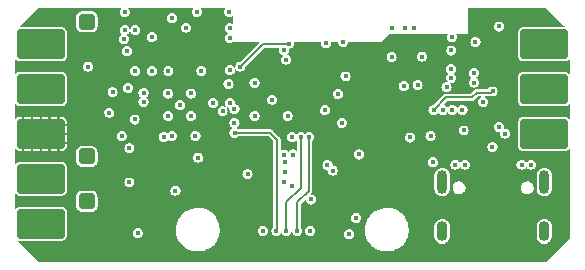
<source format=gbr>
%TF.GenerationSoftware,KiCad,Pcbnew,(7.0.0)*%
%TF.CreationDate,2023-08-06T02:22:59-04:00*%
%TF.ProjectId,Rotini-Hardware,526f7469-6e69-42d4-9861-726477617265,rev?*%
%TF.SameCoordinates,Original*%
%TF.FileFunction,Copper,L3,Inr*%
%TF.FilePolarity,Positive*%
%FSLAX46Y46*%
G04 Gerber Fmt 4.6, Leading zero omitted, Abs format (unit mm)*
G04 Created by KiCad (PCBNEW (7.0.0)) date 2023-08-06 02:22:59*
%MOMM*%
%LPD*%
G01*
G04 APERTURE LIST*
G04 Aperture macros list*
%AMRoundRect*
0 Rectangle with rounded corners*
0 $1 Rounding radius*
0 $2 $3 $4 $5 $6 $7 $8 $9 X,Y pos of 4 corners*
0 Add a 4 corners polygon primitive as box body*
4,1,4,$2,$3,$4,$5,$6,$7,$8,$9,$2,$3,0*
0 Add four circle primitives for the rounded corners*
1,1,$1+$1,$2,$3*
1,1,$1+$1,$4,$5*
1,1,$1+$1,$6,$7*
1,1,$1+$1,$8,$9*
0 Add four rect primitives between the rounded corners*
20,1,$1+$1,$2,$3,$4,$5,0*
20,1,$1+$1,$4,$5,$6,$7,0*
20,1,$1+$1,$6,$7,$8,$9,0*
20,1,$1+$1,$8,$9,$2,$3,0*%
G04 Aperture macros list end*
%TA.AperFunction,ComponentPad*%
%ADD10RoundRect,0.250000X-0.250000X0.250000X-0.250000X-0.250000X0.250000X-0.250000X0.250000X0.250000X0*%
%TD*%
%TA.AperFunction,ComponentPad*%
%ADD11R,1.000000X1.000000*%
%TD*%
%TA.AperFunction,ComponentPad*%
%ADD12RoundRect,0.350000X0.350000X-0.350000X0.350000X0.350000X-0.350000X0.350000X-0.350000X-0.350000X0*%
%TD*%
%TA.AperFunction,ComponentPad*%
%ADD13RoundRect,0.250000X0.250000X-0.250000X0.250000X0.250000X-0.250000X0.250000X-0.250000X-0.250000X0*%
%TD*%
%TA.AperFunction,ComponentPad*%
%ADD14O,0.900000X2.000000*%
%TD*%
%TA.AperFunction,ComponentPad*%
%ADD15O,0.900000X1.700000*%
%TD*%
%TA.AperFunction,ViaPad*%
%ADD16C,0.450000*%
%TD*%
%TA.AperFunction,Conductor*%
%ADD17C,0.203200*%
%TD*%
G04 APERTURE END LIST*
D10*
%TO.N,GND*%
%TO.C,J2*%
X-22800000Y4650000D03*
D11*
X-22799999Y3899999D03*
D10*
X-22800000Y3150000D03*
D11*
X-22049999Y4649999D03*
X-22049999Y3899999D03*
X-22049999Y3149999D03*
X-21299999Y4649999D03*
X-21299999Y3899999D03*
X-21299999Y3149999D03*
X-20549999Y4649999D03*
X-20549999Y3899999D03*
X-20549999Y3149999D03*
D10*
X-19800000Y4650000D03*
D11*
X-19799999Y3899999D03*
D10*
X-19800000Y3150000D03*
%TD*%
D12*
%TO.N,SparePin1*%
%TO.C,J3*%
X-17400000Y-5600000D03*
%TD*%
%TO.N,SparePin2*%
%TO.C,J7*%
X-17400000Y-1800000D03*
%TD*%
D13*
%TO.N,PPM_B*%
%TO.C,J208*%
X22800000Y3150000D03*
D11*
X22799999Y3899999D03*
D13*
X22800000Y4650000D03*
D11*
X22049999Y3149999D03*
X22049999Y3899999D03*
X22049999Y4649999D03*
X21299999Y3149999D03*
X21299999Y3899999D03*
X21299999Y4649999D03*
X20549999Y3149999D03*
X20549999Y3899999D03*
X20549999Y4649999D03*
D13*
X19800000Y3150000D03*
D11*
X19799999Y3899999D03*
D13*
X19800000Y4650000D03*
%TD*%
D10*
%TO.N,PPM_F*%
%TO.C,J207*%
X19800000Y850000D03*
D11*
X19799999Y99999D03*
D10*
X19800000Y-650000D03*
D11*
X20549999Y849999D03*
X20549999Y99999D03*
X20549999Y-649999D03*
X21299999Y849999D03*
X21299999Y99999D03*
X21299999Y-649999D03*
X22049999Y849999D03*
X22049999Y99999D03*
X22049999Y-649999D03*
D10*
X22800000Y850000D03*
D11*
X22799999Y99999D03*
D10*
X22800000Y-650000D03*
%TD*%
D14*
%TO.N,unconnected-(U52-SHIELD-PadS1)*%
%TO.C,U52*%
X12679999Y-3984999D03*
D15*
X12679999Y-8154999D03*
D14*
X21319999Y-3984999D03*
D15*
X21319999Y-8154999D03*
%TD*%
D10*
%TO.N,/LED1/LED_out*%
%TO.C,J4*%
X-22800000Y8450000D03*
D11*
X-22799999Y7699999D03*
D10*
X-22800000Y6950000D03*
D11*
X-22049999Y8449999D03*
X-22049999Y7699999D03*
X-22049999Y6949999D03*
X-21299999Y8449999D03*
X-21299999Y7699999D03*
X-21299999Y6949999D03*
X-20549999Y8449999D03*
X-20549999Y7699999D03*
X-20549999Y6949999D03*
D10*
X-19800000Y8450000D03*
D11*
X-19799999Y7699999D03*
D10*
X-19800000Y6950000D03*
%TD*%
%TO.N,GND*%
%TO.C,J6*%
X19800000Y8450000D03*
D11*
X19799999Y7699999D03*
D10*
X19800000Y6950000D03*
D11*
X20549999Y8449999D03*
X20549999Y7699999D03*
X20549999Y6949999D03*
X21299999Y8449999D03*
X21299999Y7699999D03*
X21299999Y6949999D03*
X22049999Y8449999D03*
X22049999Y7699999D03*
X22049999Y6949999D03*
D10*
X22800000Y8450000D03*
D11*
X22799999Y7699999D03*
D10*
X22800000Y6950000D03*
%TD*%
%TO.N,GND*%
%TO.C,J206*%
X-22800000Y-6750000D03*
D11*
X-22799999Y-7499999D03*
D10*
X-22800000Y-8250000D03*
D11*
X-22049999Y-6749999D03*
X-22049999Y-7499999D03*
X-22049999Y-8249999D03*
X-21299999Y-6749999D03*
X-21299999Y-7499999D03*
X-21299999Y-8249999D03*
X-20549999Y-6749999D03*
X-20549999Y-7499999D03*
X-20549999Y-8249999D03*
D10*
X-19800000Y-6750000D03*
D11*
X-19799999Y-7499999D03*
D10*
X-19800000Y-8250000D03*
%TD*%
%TO.N,Net-(J205-Pin_1)*%
%TO.C,J205*%
X-22800000Y-2950000D03*
D11*
X-22799999Y-3699999D03*
D10*
X-22800000Y-4450000D03*
D11*
X-22049999Y-2949999D03*
X-22049999Y-3699999D03*
X-22049999Y-4449999D03*
X-21299999Y-2949999D03*
X-21299999Y-3699999D03*
X-21299999Y-4449999D03*
X-20549999Y-2949999D03*
X-20549999Y-3699999D03*
X-20549999Y-4449999D03*
D10*
X-19800000Y-2950000D03*
D11*
X-19799999Y-3699999D03*
D10*
X-19800000Y-4450000D03*
%TD*%
%TO.N,+3V3*%
%TO.C,J5*%
X-22800000Y850000D03*
D11*
X-22799999Y99999D03*
D10*
X-22800000Y-650000D03*
D11*
X-22049999Y849999D03*
X-22049999Y99999D03*
X-22049999Y-649999D03*
X-21299999Y849999D03*
X-21299999Y99999D03*
X-21299999Y-649999D03*
X-20549999Y849999D03*
X-20549999Y99999D03*
X-20549999Y-649999D03*
D10*
X-19800000Y850000D03*
D11*
X-19799999Y99999D03*
D10*
X-19800000Y-650000D03*
%TD*%
D12*
%TO.N,SparePin3*%
%TO.C,J8*%
X-17400000Y9600000D03*
%TD*%
D16*
%TO.N,GND*%
X-13800000Y-1100000D03*
%TO.N,+3V3*%
X-9982947Y-2427287D03*
X-11706165Y-2434731D03*
X-10850139Y-2423565D03*
%TO.N,GND*%
X-9000000Y9100000D03*
X-3800000Y-3300000D03*
X-3205000Y4425000D03*
X-2500000Y-8100000D03*
X-14455000Y-75000D03*
X-8605000Y1625000D03*
X16940873Y-1000000D03*
X-10505000Y1625000D03*
X-405000Y1625000D03*
X3850000Y3500000D03*
X2750000Y2100000D03*
X-11900000Y5400000D03*
X10950000Y6650000D03*
X-3205000Y1625000D03*
X11900000Y-2300000D03*
X-10500000Y5400000D03*
X-8100000Y10450000D03*
X2842844Y7798463D03*
X-13355000Y1325000D03*
X-13800000Y-4000000D03*
X13800000Y-2500000D03*
X1550000Y-5450000D03*
X17500000Y9200000D03*
X4175000Y1050000D03*
X-5350000Y10450000D03*
X20200000Y-2500000D03*
X-5300000Y9050000D03*
X-11900000Y8300000D03*
X-700000Y7200000D03*
X-10200000Y9900000D03*
X-5300000Y5500000D03*
X-1700000Y3000000D03*
X-8605000Y3525000D03*
X11700000Y-100000D03*
X4500000Y4970700D03*
X16150000Y2825000D03*
X-13300000Y5400000D03*
X-9492500Y2537500D03*
X-5300000Y8200000D03*
X-13300000Y8900000D03*
X-13900000Y4000000D03*
X-7971583Y-1901100D03*
X-17300000Y5800000D03*
X-5905000Y2025000D03*
X-14200000Y10400000D03*
X9947514Y-200000D03*
X-13100000Y-8300000D03*
X4300000Y7900000D03*
X-14000000Y7100000D03*
X-10505000Y3525000D03*
%TO.N,+3V3*%
X4500000Y-5200000D03*
X9150000Y2150000D03*
X-18100000Y1400000D03*
X-14567281Y2215912D03*
X400000Y6400000D03*
X-3800000Y-400000D03*
X8400000Y8200000D03*
X6556253Y7542640D03*
X-2800000Y-3700000D03*
X2500000Y-8100000D03*
X5949088Y-4343290D03*
X15350000Y10300000D03*
X15950000Y4950000D03*
X-8900000Y-450000D03*
X6600000Y4600000D03*
X1600000Y3500000D03*
X-1400000Y6400000D03*
X-6755000Y875000D03*
X-4955000Y3825000D03*
X12400000Y-100000D03*
X9200000Y-1300000D03*
%TO.N,VCC*%
X-15222944Y3624500D03*
X-15500000Y1900000D03*
X-9900000Y-4700000D03*
X14500000Y400000D03*
%TO.N,Net-(U70-DCC_FB)*%
X-12605000Y3575000D03*
X-8205000Y-75000D03*
%TO.N,Net-(D20-A)*%
X14600000Y-2500000D03*
X19400000Y-2500000D03*
%TO.N,X_TX*%
X12750000Y2150000D03*
X400000Y-8100000D03*
X1400000Y-150000D03*
%TO.N,X_RX*%
X-500000Y-8099500D03*
X700000Y-150000D03*
X13050000Y4050000D03*
%TO.N,P_MOSI*%
X-644372Y-3144372D03*
X13450000Y5600000D03*
X2968140Y-2524973D03*
%TO.N,P_MISO*%
X47258Y-1647258D03*
X9425015Y4148001D03*
%TO.N,P_SCK*%
X5636905Y-1636905D03*
X-649503Y-2300000D03*
X13459387Y7170063D03*
%TO.N,Net-(D60-A)*%
X-4400000Y5800000D03*
X-300000Y7746100D03*
%TO.N,/ExpressLRS-RX/trace_antenna*%
X-550000Y6400000D03*
%TO.N,SNS_VER*%
X11950000Y2150000D03*
X16947800Y3700000D03*
%TO.N,SparePin3*%
X8400000Y9100000D03*
X-14200000Y8900000D03*
%TO.N,GPIO2*%
X-12600000Y2830000D03*
X-4905000Y2225000D03*
%TO.N,GPIO15*%
X-5305000Y2725000D03*
X-7705000Y5425000D03*
%TO.N,E_D+*%
X18027991Y127991D03*
X13500000Y8300000D03*
%TO.N,E_D-*%
X17473900Y700000D03*
X15500000Y7900000D03*
%TO.N,GPIO12*%
X-6705000Y2725000D03*
X-5405000Y4325000D03*
%TO.N,GPIO4*%
X-10205000Y-75000D03*
X-4905000Y1025000D03*
%TO.N,GPIO5*%
X-10905000Y-175000D03*
X-5000Y-175000D03*
%TO.N,PPM_F*%
X10300000Y9100000D03*
%TO.N,PPM_B*%
X9550000Y9100000D03*
%TO.N,A1_CS*%
X0Y-4300000D03*
X15350000Y4450000D03*
%TO.N,E_EN*%
X4800000Y-8400000D03*
%TO.N,E_BOOT*%
X1500000Y-8100000D03*
X5400000Y-7000000D03*
%TO.N,Mag_CS*%
X10602405Y4231247D03*
X-700000Y-1650497D03*
%TO.N,Mag_INT*%
X-700000Y-4000000D03*
X15350000Y5250000D03*
%TO.N,X_BOOT*%
X-4900000Y200000D03*
X-1350000Y-8099500D03*
%TO.N,A_INT*%
X3406571Y-3004171D03*
X13450000Y4850000D03*
%TO.N,LED_HV*%
X-14250000Y8150000D03*
X8400000Y6600000D03*
%TO.N,SparePin2*%
X14400000Y2150000D03*
%TO.N,SparePin1*%
X13550000Y2150000D03*
%TD*%
D17*
%TO.N,X_TX*%
X400000Y-5700000D02*
X1400000Y-4700000D01*
X1400000Y-4700000D02*
X1400000Y-150000D01*
X400000Y-8100000D02*
X400000Y-5700000D01*
%TO.N,X_RX*%
X-500000Y-8099500D02*
X-500000Y-5700000D01*
X700000Y-4500000D02*
X700000Y-150000D01*
X-500000Y-5700000D02*
X700000Y-4500000D01*
%TO.N,Net-(D60-A)*%
X-300000Y7746100D02*
X-898625Y7746100D01*
X-898625Y7746100D02*
X-944725Y7700000D01*
X-2500000Y7700000D02*
X-4400000Y5800000D01*
X-944725Y7700000D02*
X-2500000Y7700000D01*
%TO.N,SNS_VER*%
X16847800Y3600000D02*
X16947800Y3700000D01*
X15200000Y3200000D02*
X15600000Y3600000D01*
X11950000Y2150000D02*
X13000000Y3200000D01*
X15600000Y3600000D02*
X16847800Y3600000D01*
X13500000Y3200000D02*
X15200000Y3200000D01*
X13000000Y3200000D02*
X13500000Y3200000D01*
%TO.N,X_BOOT*%
X-1300000Y-8049500D02*
X-1300000Y-400000D01*
X-1900000Y200000D02*
X-4900000Y200000D01*
X-1350000Y-8099500D02*
X-1300000Y-8049500D01*
X-1300000Y-400000D02*
X-1900000Y200000D01*
%TD*%
%TA.AperFunction,Conductor*%
%TO.N,+3V3*%
G36*
X-14510896Y10760148D02*
G01*
X-14496544Y10725500D01*
X-14510896Y10690852D01*
X-14548528Y10653220D01*
X-14609719Y10533126D01*
X-14630804Y10400000D01*
X-14609719Y10266874D01*
X-14607969Y10263440D01*
X-14607969Y10263439D01*
X-14600371Y10248528D01*
X-14548528Y10146780D01*
X-14453220Y10051472D01*
X-14449785Y10049722D01*
X-14336560Y9992030D01*
X-14336556Y9992028D01*
X-14333126Y9990281D01*
X-14200000Y9969196D01*
X-14196193Y9969799D01*
X-14070680Y9989678D01*
X-14070678Y9989678D01*
X-14066874Y9990281D01*
X-14063445Y9992027D01*
X-14063439Y9992030D01*
X-13950214Y10049722D01*
X-13950212Y10049722D01*
X-13946780Y10051472D01*
X-13944056Y10054195D01*
X-13944053Y10054198D01*
X-13854198Y10144053D01*
X-13854195Y10144056D01*
X-13851472Y10146780D01*
X-13849722Y10150214D01*
X-13792030Y10263439D01*
X-13792027Y10263445D01*
X-13790281Y10266874D01*
X-13780155Y10330804D01*
X-13769799Y10396193D01*
X-13769196Y10400000D01*
X-13790281Y10533126D01*
X-13792028Y10536556D01*
X-13792030Y10536560D01*
X-13849722Y10649785D01*
X-13851472Y10653220D01*
X-13889104Y10690852D01*
X-13903456Y10725500D01*
X-13889104Y10760148D01*
X-13854456Y10774500D01*
X-8492162Y10774500D01*
X-8459305Y10761852D01*
X-8443411Y10730437D01*
X-8450559Y10704255D01*
X-8448528Y10703220D01*
X-8509719Y10583126D01*
X-8530804Y10450000D01*
X-8509719Y10316874D01*
X-8507969Y10313440D01*
X-8507969Y10313439D01*
X-8505182Y10307969D01*
X-8448528Y10196780D01*
X-8353220Y10101472D01*
X-8349785Y10099722D01*
X-8236560Y10042030D01*
X-8236556Y10042028D01*
X-8233126Y10040281D01*
X-8229319Y10039678D01*
X-8187951Y10033126D01*
X-8100000Y10019196D01*
X-8096193Y10019799D01*
X-7970680Y10039678D01*
X-7970678Y10039678D01*
X-7966874Y10040281D01*
X-7963445Y10042027D01*
X-7963439Y10042030D01*
X-7850214Y10099722D01*
X-7850212Y10099722D01*
X-7846780Y10101472D01*
X-7844056Y10104195D01*
X-7844053Y10104198D01*
X-7754198Y10194053D01*
X-7754195Y10194056D01*
X-7751472Y10196780D01*
X-7737088Y10225010D01*
X-7692030Y10313439D01*
X-7692027Y10313445D01*
X-7690281Y10316874D01*
X-7669196Y10450000D01*
X-7690281Y10583126D01*
X-7692028Y10586556D01*
X-7692030Y10586560D01*
X-7751472Y10703220D01*
X-7749440Y10704255D01*
X-7756589Y10730437D01*
X-7740695Y10761852D01*
X-7707838Y10774500D01*
X-5742162Y10774500D01*
X-5709305Y10761852D01*
X-5693411Y10730437D01*
X-5700559Y10704255D01*
X-5698528Y10703220D01*
X-5759719Y10583126D01*
X-5780804Y10450000D01*
X-5759719Y10316874D01*
X-5757969Y10313440D01*
X-5757969Y10313439D01*
X-5755182Y10307969D01*
X-5698528Y10196780D01*
X-5603220Y10101472D01*
X-5599785Y10099722D01*
X-5486560Y10042030D01*
X-5486556Y10042028D01*
X-5483126Y10040281D01*
X-5479319Y10039678D01*
X-5437951Y10033126D01*
X-5350000Y10019196D01*
X-5346193Y10019799D01*
X-5220680Y10039678D01*
X-5220678Y10039678D01*
X-5216874Y10040281D01*
X-5213445Y10042027D01*
X-5213439Y10042030D01*
X-5100214Y10099722D01*
X-5100212Y10099722D01*
X-5096780Y10101472D01*
X-5094056Y10104195D01*
X-5094053Y10104198D01*
X-5083648Y10114604D01*
X-5049000Y10128956D01*
X-5014352Y10114604D01*
X-5000000Y10079956D01*
X-5000000Y9454653D01*
X-5010920Y9423816D01*
X-5038812Y9406724D01*
X-5071246Y9410994D01*
X-5163439Y9457969D01*
X-5163440Y9457969D01*
X-5166874Y9459719D01*
X-5300000Y9480804D01*
X-5433126Y9459719D01*
X-5553220Y9398528D01*
X-5648528Y9303220D01*
X-5709719Y9183126D01*
X-5730804Y9050000D01*
X-5709719Y8916874D01*
X-5707969Y8913440D01*
X-5707969Y8913439D01*
X-5694283Y8886580D01*
X-5648528Y8796780D01*
X-5553220Y8701472D01*
X-5549786Y8699722D01*
X-5549783Y8699720D01*
X-5488821Y8668659D01*
X-5465321Y8642560D01*
X-5465321Y8607440D01*
X-5488821Y8581341D01*
X-5553220Y8548528D01*
X-5648528Y8453220D01*
X-5709719Y8333126D01*
X-5730804Y8200000D01*
X-5709719Y8066874D01*
X-5648528Y7946780D01*
X-5553220Y7851472D01*
X-5549785Y7849722D01*
X-5436560Y7792030D01*
X-5436556Y7792028D01*
X-5433126Y7790281D01*
X-5300000Y7769196D01*
X-5296193Y7769799D01*
X-5170680Y7789678D01*
X-5170678Y7789678D01*
X-5166874Y7790281D01*
X-5163445Y7792027D01*
X-5163439Y7792030D01*
X-5050214Y7849722D01*
X-5050212Y7849722D01*
X-5046780Y7851472D01*
X-5044056Y7854195D01*
X-5044053Y7854198D01*
X-5012604Y7885648D01*
X-4977956Y7900000D01*
X-2845529Y7900000D01*
X-2810881Y7885648D01*
X-2796529Y7851000D01*
X-2810881Y7816352D01*
X-4384500Y6242732D01*
X-4411479Y6228985D01*
X-4533126Y6209719D01*
X-4653220Y6148528D01*
X-4748528Y6053220D01*
X-4809719Y5933126D01*
X-4830804Y5800000D01*
X-4822220Y5745801D01*
X-4814021Y5694039D01*
X-4820639Y5660772D01*
X-4822820Y5659051D01*
X-4818829Y5658895D01*
X-4793922Y5635870D01*
X-4750279Y5550216D01*
X-4748528Y5546780D01*
X-4653220Y5451472D01*
X-4649785Y5449722D01*
X-4536560Y5392030D01*
X-4536556Y5392028D01*
X-4533126Y5390281D01*
X-4529319Y5389678D01*
X-4487951Y5383126D01*
X-4400000Y5369196D01*
X-4396193Y5369799D01*
X-4270680Y5389678D01*
X-4270678Y5389678D01*
X-4266874Y5390281D01*
X-4263445Y5392027D01*
X-4263439Y5392030D01*
X-4150214Y5449722D01*
X-4150212Y5449722D01*
X-4146780Y5451472D01*
X-4144056Y5454195D01*
X-4144053Y5454198D01*
X-4054198Y5544053D01*
X-4054195Y5544056D01*
X-4051472Y5546780D01*
X-4049721Y5550216D01*
X-3992030Y5663439D01*
X-3992027Y5663445D01*
X-3990281Y5666874D01*
X-3988170Y5680201D01*
X-3971014Y5788517D01*
X-3957265Y5815499D01*
X-2389218Y7383548D01*
X-2373322Y7394170D01*
X-2354570Y7397900D01*
X-1155481Y7397900D01*
X-1126679Y7388542D01*
X-1108879Y7364041D01*
X-1108879Y7334772D01*
X-1109719Y7333126D01*
X-1130804Y7200000D01*
X-1109719Y7066874D01*
X-1107969Y7063440D01*
X-1107969Y7063439D01*
X-1105182Y7057969D01*
X-1048528Y6946780D01*
X-953220Y6851472D01*
X-949786Y6849722D01*
X-949783Y6849720D01*
X-845746Y6796711D01*
X-824332Y6775297D01*
X-819594Y6745386D01*
X-833341Y6718406D01*
X-898528Y6653220D01*
X-959719Y6533126D01*
X-980804Y6400000D01*
X-959719Y6266874D01*
X-957969Y6263440D01*
X-957969Y6263439D01*
X-947419Y6242734D01*
X-898528Y6146780D01*
X-803220Y6051472D01*
X-799785Y6049722D01*
X-686560Y5992030D01*
X-686556Y5992028D01*
X-683126Y5990281D01*
X-550000Y5969196D01*
X-546193Y5969799D01*
X-420680Y5989678D01*
X-420678Y5989678D01*
X-416874Y5990281D01*
X-413445Y5992027D01*
X-413439Y5992030D01*
X-300214Y6049722D01*
X-300212Y6049722D01*
X-296780Y6051472D01*
X-294056Y6054195D01*
X-294053Y6054198D01*
X-204198Y6144053D01*
X-204195Y6144056D01*
X-201472Y6146780D01*
X-179614Y6189678D01*
X-142030Y6263439D01*
X-142027Y6263445D01*
X-140281Y6266874D01*
X-119196Y6400000D01*
X-140281Y6533126D01*
X-142028Y6536556D01*
X-142030Y6536560D01*
X-174355Y6600000D01*
X7969196Y6600000D01*
X7990281Y6466874D01*
X7992027Y6463445D01*
X7992030Y6463439D01*
X8035641Y6377850D01*
X8051472Y6346780D01*
X8054195Y6344056D01*
X8054198Y6344053D01*
X8144053Y6254198D01*
X8144056Y6254195D01*
X8146780Y6251472D01*
X8150212Y6249722D01*
X8150214Y6249722D01*
X8263439Y6192030D01*
X8263445Y6192027D01*
X8266874Y6190281D01*
X8270678Y6189678D01*
X8270680Y6189678D01*
X8396193Y6169799D01*
X8400000Y6169196D01*
X8403807Y6169799D01*
X8529319Y6189678D01*
X8533126Y6190281D01*
X8536556Y6192028D01*
X8536560Y6192030D01*
X8636071Y6242734D01*
X8653220Y6251472D01*
X8748528Y6346780D01*
X8809719Y6466874D01*
X8830804Y6600000D01*
X8822885Y6650000D01*
X10519196Y6650000D01*
X10519799Y6646193D01*
X10535168Y6549153D01*
X10540281Y6516874D01*
X10542027Y6513445D01*
X10542030Y6513439D01*
X10599722Y6400214D01*
X10601472Y6396780D01*
X10604195Y6394056D01*
X10604198Y6394053D01*
X10694053Y6304198D01*
X10694056Y6304195D01*
X10696780Y6301472D01*
X10700212Y6299722D01*
X10700214Y6299722D01*
X10813439Y6242030D01*
X10813445Y6242027D01*
X10816874Y6240281D01*
X10820678Y6239678D01*
X10820680Y6239678D01*
X10946193Y6219799D01*
X10950000Y6219196D01*
X10953807Y6219799D01*
X11079319Y6239678D01*
X11083126Y6240281D01*
X11086556Y6242028D01*
X11086560Y6242030D01*
X11199785Y6299722D01*
X11203220Y6301472D01*
X11298528Y6396780D01*
X11359719Y6516874D01*
X11380804Y6650000D01*
X11359719Y6783126D01*
X11298528Y6903220D01*
X11203220Y6998528D01*
X11083126Y7059719D01*
X10950000Y7080804D01*
X10816874Y7059719D01*
X10696780Y6998528D01*
X10601472Y6903220D01*
X10599722Y6899785D01*
X10542030Y6786560D01*
X10542028Y6786556D01*
X10540281Y6783126D01*
X10519196Y6650000D01*
X8822885Y6650000D01*
X8809719Y6733126D01*
X8748528Y6853220D01*
X8653220Y6948528D01*
X8533126Y7009719D01*
X8400000Y7030804D01*
X8266874Y7009719D01*
X8146780Y6948528D01*
X8051472Y6853220D01*
X8049722Y6849785D01*
X7992030Y6736560D01*
X7992028Y6736556D01*
X7990281Y6733126D01*
X7969196Y6600000D01*
X-174355Y6600000D01*
X-186036Y6622926D01*
X-201472Y6653220D01*
X-296780Y6748528D01*
X-300214Y6750278D01*
X-300216Y6750279D01*
X-378725Y6790281D01*
X-404253Y6803288D01*
X-425667Y6824701D01*
X-430405Y6854612D01*
X-416656Y6881595D01*
X-354198Y6944053D01*
X-354195Y6944056D01*
X-351472Y6946780D01*
X-349690Y6950277D01*
X-292030Y7063439D01*
X-292027Y7063445D01*
X-290281Y7066874D01*
X-274540Y7166256D01*
X-273937Y7170063D01*
X13028583Y7170063D01*
X13029186Y7166256D01*
X13045470Y7063439D01*
X13049668Y7036937D01*
X13051414Y7033508D01*
X13051417Y7033502D01*
X13109109Y6920277D01*
X13110859Y6916843D01*
X13113582Y6914119D01*
X13113585Y6914116D01*
X13203440Y6824261D01*
X13203443Y6824258D01*
X13206167Y6821535D01*
X13209599Y6819785D01*
X13209601Y6819785D01*
X13322826Y6762093D01*
X13322832Y6762090D01*
X13326261Y6760344D01*
X13330065Y6759741D01*
X13330067Y6759741D01*
X13455580Y6739862D01*
X13459387Y6739259D01*
X13463194Y6739862D01*
X13498072Y6745386D01*
X13592513Y6760344D01*
X13595943Y6762091D01*
X13595947Y6762093D01*
X13709172Y6819785D01*
X13712607Y6821535D01*
X13807915Y6916843D01*
X13869106Y7036937D01*
X13890191Y7170063D01*
X13869106Y7303189D01*
X13807915Y7423283D01*
X13712607Y7518591D01*
X13592513Y7579782D01*
X13459387Y7600867D01*
X13326261Y7579782D01*
X13206167Y7518591D01*
X13110859Y7423283D01*
X13109109Y7419848D01*
X13051417Y7306623D01*
X13051415Y7306619D01*
X13049668Y7303189D01*
X13028583Y7170063D01*
X-273937Y7170063D01*
X-269799Y7196193D01*
X-269196Y7200000D01*
X-280098Y7268836D01*
X-271343Y7305302D01*
X-239367Y7324898D01*
X-170680Y7335777D01*
X-170673Y7335779D01*
X-166874Y7336381D01*
X-163441Y7338129D01*
X-163438Y7338131D01*
X-50214Y7395822D01*
X-50212Y7395822D01*
X-46780Y7397572D01*
X-44056Y7400295D01*
X-44053Y7400298D01*
X45801Y7490153D01*
X48528Y7492880D01*
X109719Y7612974D01*
X130804Y7746100D01*
X127146Y7769196D01*
X115404Y7843335D01*
X119037Y7870930D01*
X137114Y7892095D01*
X163801Y7900000D01*
X2370750Y7900000D01*
X2397437Y7892095D01*
X2415514Y7870930D01*
X2419146Y7843335D01*
X2412040Y7798463D01*
X2433125Y7665337D01*
X2434871Y7661908D01*
X2434874Y7661902D01*
X2476717Y7579782D01*
X2494316Y7545243D01*
X2497039Y7542519D01*
X2497042Y7542516D01*
X2586897Y7452661D01*
X2586900Y7452658D01*
X2589624Y7449935D01*
X2593056Y7448185D01*
X2593058Y7448185D01*
X2706283Y7390493D01*
X2706289Y7390490D01*
X2709718Y7388744D01*
X2713522Y7388141D01*
X2713524Y7388141D01*
X2839037Y7368262D01*
X2842844Y7367659D01*
X2846651Y7368262D01*
X2972163Y7388141D01*
X2975970Y7388744D01*
X2979400Y7390491D01*
X2979404Y7390493D01*
X3065770Y7434499D01*
X3096064Y7449935D01*
X3191372Y7545243D01*
X3243108Y7646780D01*
X3250813Y7661902D01*
X3250813Y7661903D01*
X3252563Y7665337D01*
X3273648Y7798463D01*
X3266541Y7843335D01*
X3270174Y7870930D01*
X3288251Y7892095D01*
X3314938Y7900000D01*
X3827346Y7900000D01*
X3859169Y7888260D01*
X3875743Y7858665D01*
X3886573Y7790281D01*
X3890281Y7766874D01*
X3892027Y7763445D01*
X3892030Y7763439D01*
X3943767Y7661902D01*
X3951472Y7646780D01*
X3954195Y7644056D01*
X3954198Y7644053D01*
X4044053Y7554198D01*
X4044056Y7554195D01*
X4046780Y7551472D01*
X4050212Y7549722D01*
X4050214Y7549722D01*
X4163439Y7492030D01*
X4163445Y7492027D01*
X4166874Y7490281D01*
X4170678Y7489678D01*
X4170680Y7489678D01*
X4296193Y7469799D01*
X4300000Y7469196D01*
X4303807Y7469799D01*
X4429319Y7489678D01*
X4433126Y7490281D01*
X4436556Y7492028D01*
X4436560Y7492030D01*
X4540995Y7545243D01*
X4553220Y7551472D01*
X4648528Y7646780D01*
X4709719Y7766874D01*
X4724257Y7858665D01*
X4740831Y7888260D01*
X4772654Y7900000D01*
X7490253Y7900000D01*
X7500000Y7900000D01*
X8185648Y8585648D01*
X8220296Y8600000D01*
X13095347Y8600000D01*
X13126184Y8589080D01*
X13143276Y8561188D01*
X13139006Y8528754D01*
X13092030Y8436560D01*
X13092028Y8436556D01*
X13090281Y8433126D01*
X13069196Y8300000D01*
X13090281Y8166874D01*
X13092027Y8163445D01*
X13092030Y8163439D01*
X13149722Y8050214D01*
X13151472Y8046780D01*
X13154195Y8044056D01*
X13154198Y8044053D01*
X13244053Y7954198D01*
X13244056Y7954195D01*
X13246780Y7951472D01*
X13250212Y7949722D01*
X13250214Y7949722D01*
X13363439Y7892030D01*
X13363445Y7892027D01*
X13366874Y7890281D01*
X13370678Y7889678D01*
X13370680Y7889678D01*
X13496193Y7869799D01*
X13500000Y7869196D01*
X13503807Y7869799D01*
X13629319Y7889678D01*
X13633126Y7890281D01*
X13636556Y7892028D01*
X13636560Y7892030D01*
X13652202Y7900000D01*
X15069196Y7900000D01*
X15090281Y7766874D01*
X15092027Y7763445D01*
X15092030Y7763439D01*
X15143767Y7661902D01*
X15151472Y7646780D01*
X15154195Y7644056D01*
X15154198Y7644053D01*
X15244053Y7554198D01*
X15244056Y7554195D01*
X15246780Y7551472D01*
X15250212Y7549722D01*
X15250214Y7549722D01*
X15363439Y7492030D01*
X15363445Y7492027D01*
X15366874Y7490281D01*
X15370678Y7489678D01*
X15370680Y7489678D01*
X15496193Y7469799D01*
X15500000Y7469196D01*
X15503807Y7469799D01*
X15629319Y7489678D01*
X15633126Y7490281D01*
X15636556Y7492028D01*
X15636560Y7492030D01*
X15740995Y7545243D01*
X15753220Y7551472D01*
X15848528Y7646780D01*
X15909719Y7766874D01*
X15930804Y7900000D01*
X15909719Y8033126D01*
X15848528Y8153220D01*
X15753220Y8248528D01*
X15633126Y8309719D01*
X15500000Y8330804D01*
X15366874Y8309719D01*
X15246780Y8248528D01*
X15151472Y8153220D01*
X15149722Y8149785D01*
X15092030Y8036560D01*
X15092028Y8036556D01*
X15090281Y8033126D01*
X15089678Y8029319D01*
X15084927Y7999320D01*
X15069196Y7900000D01*
X13652202Y7900000D01*
X13749785Y7949722D01*
X13753220Y7951472D01*
X13848528Y8046780D01*
X13894283Y8136580D01*
X13907969Y8163439D01*
X13907969Y8163440D01*
X13909719Y8166874D01*
X13930804Y8300000D01*
X13909719Y8433126D01*
X13860993Y8528754D01*
X13856724Y8561188D01*
X13873816Y8589080D01*
X13904653Y8600000D01*
X14890253Y8600000D01*
X14900000Y8600000D01*
X14900000Y9200000D01*
X17069196Y9200000D01*
X17090281Y9066874D01*
X17092027Y9063445D01*
X17092030Y9063439D01*
X17149722Y8950214D01*
X17151472Y8946780D01*
X17154195Y8944056D01*
X17154198Y8944053D01*
X17244053Y8854198D01*
X17244056Y8854195D01*
X17246780Y8851472D01*
X17250212Y8849722D01*
X17250214Y8849722D01*
X17363439Y8792030D01*
X17363445Y8792027D01*
X17366874Y8790281D01*
X17370678Y8789678D01*
X17370680Y8789678D01*
X17496193Y8769799D01*
X17500000Y8769196D01*
X17503807Y8769799D01*
X17509370Y8770680D01*
X17591847Y8783743D01*
X17629319Y8789678D01*
X17633126Y8790281D01*
X17636556Y8792028D01*
X17636560Y8792030D01*
X17749785Y8849722D01*
X17753220Y8851472D01*
X17848528Y8946780D01*
X17895902Y9039756D01*
X17907969Y9063439D01*
X17907969Y9063440D01*
X17909719Y9066874D01*
X17930804Y9200000D01*
X17909719Y9333126D01*
X17848528Y9453220D01*
X17753220Y9548528D01*
X17633126Y9609719D01*
X17500000Y9630804D01*
X17366874Y9609719D01*
X17246780Y9548528D01*
X17151472Y9453220D01*
X17147692Y9445801D01*
X17092030Y9336560D01*
X17092028Y9336556D01*
X17090281Y9333126D01*
X17069196Y9200000D01*
X14900000Y9200000D01*
X14900000Y10725500D01*
X14914352Y10760148D01*
X14949000Y10774500D01*
X21469141Y10774500D01*
X21487892Y10770770D01*
X21503789Y10760148D01*
X23029788Y9234148D01*
X23044140Y9199500D01*
X23029788Y9164852D01*
X22995140Y9150500D01*
X22569748Y9150500D01*
X21819748Y9150500D01*
X21069748Y9150500D01*
X20104266Y9150500D01*
X19495734Y9150500D01*
X19494604Y9150394D01*
X19494603Y9150394D01*
X19489078Y9149875D01*
X19465301Y9147646D01*
X19337118Y9102793D01*
X19334164Y9100613D01*
X19334162Y9100612D01*
X19260427Y9046193D01*
X19227850Y9022150D01*
X19225669Y9019195D01*
X19149387Y8915837D01*
X19149384Y8915832D01*
X19147207Y8912882D01*
X19145994Y8909417D01*
X19145994Y8909416D01*
X19112763Y8814445D01*
X19102354Y8784699D01*
X19102076Y8781736D01*
X19102075Y8781731D01*
X19099605Y8755396D01*
X19099604Y8755375D01*
X19099500Y8754266D01*
X19099500Y8219748D01*
X19099500Y7254266D01*
X19099500Y6645734D01*
X19099603Y6644625D01*
X19099605Y6644603D01*
X19102075Y6618268D01*
X19102076Y6618261D01*
X19102354Y6615301D01*
X19103336Y6612492D01*
X19103338Y6612487D01*
X19145994Y6490583D01*
X19145995Y6490579D01*
X19147207Y6487118D01*
X19149382Y6484169D01*
X19149387Y6484162D01*
X19225669Y6380804D01*
X19225672Y6380800D01*
X19227850Y6377850D01*
X19230800Y6375672D01*
X19230804Y6375669D01*
X19334162Y6299387D01*
X19334169Y6299382D01*
X19337118Y6297207D01*
X19340579Y6295995D01*
X19340583Y6295994D01*
X19462487Y6253338D01*
X19462492Y6253336D01*
X19465301Y6252354D01*
X19468261Y6252076D01*
X19468268Y6252075D01*
X19494603Y6249605D01*
X19494625Y6249603D01*
X19495734Y6249500D01*
X20030252Y6249500D01*
X20104266Y6249500D01*
X20780252Y6249500D01*
X21069748Y6249500D01*
X21530252Y6249500D01*
X21819748Y6249500D01*
X22495734Y6249500D01*
X22569748Y6249500D01*
X23103130Y6249500D01*
X23104266Y6249500D01*
X23105375Y6249604D01*
X23105396Y6249605D01*
X23131731Y6252075D01*
X23131736Y6252076D01*
X23134699Y6252354D01*
X23137509Y6253337D01*
X23137512Y6253338D01*
X23259416Y6295994D01*
X23259417Y6295994D01*
X23262882Y6297207D01*
X23265832Y6299384D01*
X23265837Y6299387D01*
X23369195Y6375669D01*
X23372150Y6377850D01*
X23386076Y6396719D01*
X23410620Y6414307D01*
X23440816Y6414166D01*
X23465196Y6396348D01*
X23474500Y6367621D01*
X23474500Y5232379D01*
X23465196Y5203652D01*
X23440816Y5185834D01*
X23410620Y5185693D01*
X23386076Y5203280D01*
X23372150Y5222150D01*
X23262882Y5302793D01*
X23134699Y5347646D01*
X23104266Y5350500D01*
X22569748Y5350500D01*
X21819748Y5350500D01*
X21069748Y5350500D01*
X20104266Y5350500D01*
X19495734Y5350500D01*
X19494604Y5350394D01*
X19494603Y5350394D01*
X19492684Y5350214D01*
X19465301Y5347646D01*
X19337118Y5302793D01*
X19334164Y5300613D01*
X19334162Y5300612D01*
X19261223Y5246780D01*
X19227850Y5222150D01*
X19225669Y5219195D01*
X19149387Y5115837D01*
X19149384Y5115832D01*
X19147207Y5112882D01*
X19145994Y5109417D01*
X19145994Y5109416D01*
X19126673Y5054198D01*
X19102354Y4984699D01*
X19102076Y4981736D01*
X19102075Y4981731D01*
X19099605Y4955396D01*
X19099604Y4955375D01*
X19099500Y4954266D01*
X19099500Y4419748D01*
X19099500Y3454266D01*
X19099500Y2845734D01*
X19099603Y2844625D01*
X19099605Y2844603D01*
X19102075Y2818268D01*
X19102076Y2818261D01*
X19102354Y2815301D01*
X19103336Y2812492D01*
X19103338Y2812487D01*
X19145994Y2690583D01*
X19145995Y2690579D01*
X19147207Y2687118D01*
X19149382Y2684169D01*
X19149387Y2684162D01*
X19225669Y2580804D01*
X19225672Y2580800D01*
X19227850Y2577850D01*
X19230800Y2575672D01*
X19230804Y2575669D01*
X19334162Y2499387D01*
X19334169Y2499382D01*
X19337118Y2497207D01*
X19340579Y2495995D01*
X19340583Y2495994D01*
X19462487Y2453338D01*
X19462492Y2453336D01*
X19465301Y2452354D01*
X19468261Y2452076D01*
X19468268Y2452075D01*
X19494603Y2449605D01*
X19494625Y2449603D01*
X19495734Y2449500D01*
X20030252Y2449500D01*
X20104266Y2449500D01*
X20780252Y2449500D01*
X21069748Y2449500D01*
X21530252Y2449500D01*
X21819748Y2449500D01*
X22495734Y2449500D01*
X22569748Y2449500D01*
X23103130Y2449500D01*
X23104266Y2449500D01*
X23105375Y2449604D01*
X23105396Y2449605D01*
X23131731Y2452075D01*
X23131736Y2452076D01*
X23134699Y2452354D01*
X23137509Y2453337D01*
X23137512Y2453338D01*
X23259416Y2495994D01*
X23259417Y2495994D01*
X23262882Y2497207D01*
X23265832Y2499384D01*
X23265837Y2499387D01*
X23369195Y2575669D01*
X23372150Y2577850D01*
X23386076Y2596719D01*
X23410620Y2614307D01*
X23440816Y2614166D01*
X23465196Y2596348D01*
X23474500Y2567621D01*
X23474500Y1432379D01*
X23465196Y1403652D01*
X23440816Y1385834D01*
X23410620Y1385693D01*
X23386076Y1403280D01*
X23372150Y1422150D01*
X23262882Y1502793D01*
X23134699Y1547646D01*
X23104266Y1550500D01*
X22569748Y1550500D01*
X21819748Y1550500D01*
X21069748Y1550500D01*
X20104266Y1550500D01*
X19495734Y1550500D01*
X19494604Y1550394D01*
X19494603Y1550394D01*
X19490402Y1550000D01*
X19465301Y1547646D01*
X19337118Y1502793D01*
X19334164Y1500613D01*
X19334162Y1500612D01*
X19249851Y1438387D01*
X19227850Y1422150D01*
X19225669Y1419195D01*
X19149387Y1315837D01*
X19149384Y1315832D01*
X19147207Y1312882D01*
X19145994Y1309417D01*
X19145994Y1309416D01*
X19103663Y1188439D01*
X19102354Y1184699D01*
X19102076Y1181736D01*
X19102075Y1181731D01*
X19099605Y1155396D01*
X19099604Y1155375D01*
X19099500Y1154266D01*
X19099500Y619748D01*
X19099500Y-345734D01*
X19099500Y-954266D01*
X19099604Y-955375D01*
X19099605Y-955396D01*
X19102075Y-981731D01*
X19102076Y-981736D01*
X19102354Y-984699D01*
X19103337Y-987509D01*
X19103338Y-987512D01*
X19145994Y-1109416D01*
X19147207Y-1112882D01*
X19149384Y-1115832D01*
X19149387Y-1115837D01*
X19213576Y-1202809D01*
X19227850Y-1222150D01*
X19237564Y-1229319D01*
X19334162Y-1300612D01*
X19334164Y-1300613D01*
X19337118Y-1302793D01*
X19465301Y-1347646D01*
X19488110Y-1349785D01*
X19494603Y-1350394D01*
X19494604Y-1350394D01*
X19495734Y-1350500D01*
X20030252Y-1350500D01*
X20104266Y-1350500D01*
X20780252Y-1350500D01*
X21069748Y-1350500D01*
X21530252Y-1350500D01*
X21819748Y-1350500D01*
X22495734Y-1350500D01*
X22569748Y-1350500D01*
X23103130Y-1350500D01*
X23104266Y-1350500D01*
X23134699Y-1347646D01*
X23262882Y-1302793D01*
X23372150Y-1222150D01*
X23386076Y-1203280D01*
X23410620Y-1185693D01*
X23440816Y-1185834D01*
X23465196Y-1203652D01*
X23474500Y-1232379D01*
X23474500Y-8769141D01*
X23460148Y-8803789D01*
X21503789Y-10760148D01*
X21469141Y-10774500D01*
X-21469141Y-10774500D01*
X-21487892Y-10770770D01*
X-21503789Y-10760148D01*
X-23262231Y-9001705D01*
X-23276275Y-8972543D01*
X-23269072Y-8940987D01*
X-23243766Y-8920807D01*
X-23211401Y-8920807D01*
X-23134699Y-8947646D01*
X-23104266Y-8950500D01*
X-22569748Y-8950500D01*
X-22495734Y-8950500D01*
X-21819748Y-8950500D01*
X-21530252Y-8950500D01*
X-21069748Y-8950500D01*
X-20780252Y-8950500D01*
X-20104266Y-8950500D01*
X-20030252Y-8950500D01*
X-19496870Y-8950500D01*
X-19495734Y-8950500D01*
X-19494604Y-8950394D01*
X-19494603Y-8950394D01*
X-19489078Y-8949875D01*
X-19465301Y-8947646D01*
X-19337118Y-8902793D01*
X-19334164Y-8900613D01*
X-19334162Y-8900612D01*
X-19230804Y-8824330D01*
X-19227850Y-8822150D01*
X-19219120Y-8810321D01*
X-19149387Y-8715837D01*
X-19149384Y-8715832D01*
X-19147207Y-8712882D01*
X-19125500Y-8650847D01*
X-19103338Y-8587512D01*
X-19103337Y-8587509D01*
X-19102354Y-8584699D01*
X-19102076Y-8581736D01*
X-19102075Y-8581731D01*
X-19099605Y-8555396D01*
X-19099604Y-8555375D01*
X-19099500Y-8554266D01*
X-19099500Y-8300000D01*
X-13530804Y-8300000D01*
X-13509719Y-8433126D01*
X-13448528Y-8553220D01*
X-13353220Y-8648528D01*
X-13233126Y-8709719D01*
X-13100000Y-8730804D01*
X-12966874Y-8709719D01*
X-12846780Y-8648528D01*
X-12751472Y-8553220D01*
X-12728161Y-8507469D01*
X-12692030Y-8436560D01*
X-12692028Y-8436556D01*
X-12690281Y-8433126D01*
X-12669196Y-8300000D01*
X-12682499Y-8216006D01*
X-12689678Y-8170680D01*
X-12689678Y-8170678D01*
X-12690281Y-8166874D01*
X-12692027Y-8163445D01*
X-12692030Y-8163439D01*
X-12740779Y-8067765D01*
X-9854212Y-8067765D01*
X-9824586Y-8337018D01*
X-9756072Y-8599088D01*
X-9650130Y-8848390D01*
X-9509018Y-9079610D01*
X-9335745Y-9287820D01*
X-9134002Y-9468582D01*
X-8908090Y-9618044D01*
X-8662824Y-9733020D01*
X-8403431Y-9811060D01*
X-8135439Y-9850500D01*
X-7933261Y-9850500D01*
X-7932369Y-9850500D01*
X-7729844Y-9835677D01*
X-7465447Y-9776780D01*
X-7212442Y-9680014D01*
X-6976223Y-9547441D01*
X-6974807Y-9546347D01*
X-6974803Y-9546345D01*
X-6763244Y-9382985D01*
X-6761823Y-9381888D01*
X-6760579Y-9380598D01*
X-6575060Y-9188174D01*
X-6575056Y-9188169D01*
X-6573814Y-9186881D01*
X-6568286Y-9179155D01*
X-6417241Y-8968033D01*
X-6417239Y-8968030D01*
X-6416201Y-8966579D01*
X-6415387Y-8964996D01*
X-6415384Y-8964991D01*
X-6293163Y-8727268D01*
X-6293162Y-8727267D01*
X-6292344Y-8725675D01*
X-6288987Y-8715837D01*
X-6218704Y-8509821D01*
X-6204882Y-8469305D01*
X-6192081Y-8400000D01*
X-6156005Y-8204690D01*
X-6156004Y-8204682D01*
X-6155681Y-8202933D01*
X-6155615Y-8201152D01*
X-6155615Y-8201144D01*
X-6151919Y-8100000D01*
X-2930804Y-8100000D01*
X-2909719Y-8233126D01*
X-2848528Y-8353220D01*
X-2753220Y-8448528D01*
X-2633126Y-8509719D01*
X-2500000Y-8530804D01*
X-2366874Y-8509719D01*
X-2246780Y-8448528D01*
X-2151472Y-8353220D01*
X-2118404Y-8288321D01*
X-2092030Y-8236560D01*
X-2092028Y-8236556D01*
X-2090281Y-8233126D01*
X-2069196Y-8100000D01*
X-2074020Y-8069541D01*
X-2089678Y-7970680D01*
X-2089678Y-7970678D01*
X-2090281Y-7966874D01*
X-2092027Y-7963445D01*
X-2092030Y-7963439D01*
X-2149722Y-7850214D01*
X-2149722Y-7850212D01*
X-2151472Y-7846780D01*
X-2154195Y-7844056D01*
X-2154198Y-7844053D01*
X-2244053Y-7754198D01*
X-2244056Y-7754195D01*
X-2246780Y-7751472D01*
X-2250212Y-7749722D01*
X-2250214Y-7749722D01*
X-2363439Y-7692030D01*
X-2363445Y-7692027D01*
X-2366874Y-7690281D01*
X-2370678Y-7689678D01*
X-2370680Y-7689678D01*
X-2496193Y-7669799D01*
X-2500000Y-7669196D01*
X-2633126Y-7690281D01*
X-2636556Y-7692028D01*
X-2636560Y-7692030D01*
X-2722926Y-7736036D01*
X-2753220Y-7751472D01*
X-2848528Y-7846780D01*
X-2892981Y-7934023D01*
X-2906213Y-7959994D01*
X-2909719Y-7966874D01*
X-2930804Y-8100000D01*
X-6151919Y-8100000D01*
X-6145853Y-7934023D01*
X-6145853Y-7934018D01*
X-6145788Y-7932235D01*
X-6145982Y-7930465D01*
X-6145983Y-7930458D01*
X-6175218Y-7664754D01*
X-6175220Y-7664740D01*
X-6175414Y-7662982D01*
X-6175864Y-7661259D01*
X-6243474Y-7402646D01*
X-6243476Y-7402637D01*
X-6243928Y-7400912D01*
X-6258186Y-7367360D01*
X-6349167Y-7153262D01*
X-6349172Y-7153251D01*
X-6349870Y-7151610D01*
X-6350801Y-7150083D01*
X-6350805Y-7150077D01*
X-6490047Y-6921921D01*
X-6490051Y-6921914D01*
X-6490982Y-6920390D01*
X-6492123Y-6919018D01*
X-6492128Y-6919012D01*
X-6663111Y-6713554D01*
X-6663115Y-6713549D01*
X-6664255Y-6712180D01*
X-6665586Y-6710987D01*
X-6864665Y-6532611D01*
X-6864676Y-6532602D01*
X-6865998Y-6531418D01*
X-6867481Y-6530436D01*
X-6867490Y-6530430D01*
X-7090416Y-6382944D01*
X-7090420Y-6382941D01*
X-7091910Y-6381956D01*
X-7093526Y-6381198D01*
X-7093534Y-6381194D01*
X-7335555Y-6267739D01*
X-7335565Y-6267735D01*
X-7337176Y-6266980D01*
X-7338891Y-6266464D01*
X-7594851Y-6189456D01*
X-7594862Y-6189453D01*
X-7596569Y-6188940D01*
X-7598335Y-6188680D01*
X-7598340Y-6188679D01*
X-7862795Y-6149759D01*
X-7862807Y-6149758D01*
X-7864561Y-6149500D01*
X-8067631Y-6149500D01*
X-8068514Y-6149564D01*
X-8068524Y-6149565D01*
X-8268372Y-6164192D01*
X-8268377Y-6164192D01*
X-8270156Y-6164323D01*
X-8271886Y-6164708D01*
X-8271897Y-6164710D01*
X-8532809Y-6222831D01*
X-8532815Y-6222832D01*
X-8534553Y-6223220D01*
X-8536217Y-6223856D01*
X-8536222Y-6223858D01*
X-8650953Y-6267739D01*
X-8787558Y-6319986D01*
X-8789112Y-6320858D01*
X-8789118Y-6320861D01*
X-8899737Y-6382944D01*
X-9023777Y-6452559D01*
X-9025189Y-6453649D01*
X-9025196Y-6453654D01*
X-9229788Y-6611634D01*
X-9238177Y-6618112D01*
X-9239418Y-6619399D01*
X-9239420Y-6619401D01*
X-9424939Y-6811825D01*
X-9424942Y-6811829D01*
X-9426186Y-6813119D01*
X-9583799Y-7033421D01*
X-9707656Y-7274325D01*
X-9795118Y-7530695D01*
X-9844319Y-7797067D01*
X-9848471Y-7910679D01*
X-9853716Y-8054198D01*
X-9854212Y-8067765D01*
X-12740779Y-8067765D01*
X-12749722Y-8050214D01*
X-12749722Y-8050212D01*
X-12751472Y-8046780D01*
X-12754195Y-8044056D01*
X-12754198Y-8044053D01*
X-12844053Y-7954198D01*
X-12844056Y-7954195D01*
X-12846780Y-7951472D01*
X-12850212Y-7949722D01*
X-12850214Y-7949722D01*
X-12963439Y-7892030D01*
X-12963445Y-7892027D01*
X-12966874Y-7890281D01*
X-12970678Y-7889678D01*
X-12970680Y-7889678D01*
X-13096193Y-7869799D01*
X-13100000Y-7869196D01*
X-13233126Y-7890281D01*
X-13236556Y-7892028D01*
X-13236560Y-7892030D01*
X-13319279Y-7934178D01*
X-13353220Y-7951472D01*
X-13448528Y-8046780D01*
X-13509719Y-8166874D01*
X-13530804Y-8300000D01*
X-19099500Y-8300000D01*
X-19099500Y-7945734D01*
X-19099500Y-6980252D01*
X-19099500Y-6445734D01*
X-19099603Y-6444625D01*
X-19099605Y-6444603D01*
X-19102075Y-6418268D01*
X-19102076Y-6418261D01*
X-19102354Y-6415301D01*
X-19103336Y-6412492D01*
X-19103338Y-6412487D01*
X-19145994Y-6290583D01*
X-19145995Y-6290579D01*
X-19147207Y-6287118D01*
X-19149382Y-6284169D01*
X-19149387Y-6284162D01*
X-19225669Y-6180804D01*
X-19225672Y-6180800D01*
X-19227850Y-6177850D01*
X-19230800Y-6175672D01*
X-19230804Y-6175669D01*
X-19334162Y-6099387D01*
X-19334169Y-6099382D01*
X-19337118Y-6097207D01*
X-19340579Y-6095995D01*
X-19340583Y-6095994D01*
X-19462487Y-6053338D01*
X-19462492Y-6053336D01*
X-19465301Y-6052354D01*
X-19468261Y-6052076D01*
X-19468268Y-6052075D01*
X-19494603Y-6049605D01*
X-19494625Y-6049603D01*
X-19495734Y-6049500D01*
X-20030252Y-6049500D01*
X-20780252Y-6049500D01*
X-21530252Y-6049500D01*
X-22495734Y-6049500D01*
X-23104266Y-6049500D01*
X-23105375Y-6049604D01*
X-23105396Y-6049605D01*
X-23131731Y-6052075D01*
X-23131736Y-6052076D01*
X-23134699Y-6052354D01*
X-23137509Y-6053337D01*
X-23137512Y-6053338D01*
X-23259416Y-6095994D01*
X-23259417Y-6095994D01*
X-23262882Y-6097207D01*
X-23265832Y-6099384D01*
X-23265837Y-6099387D01*
X-23354346Y-6164710D01*
X-23372150Y-6177850D01*
X-23386076Y-6196719D01*
X-23410620Y-6214307D01*
X-23440816Y-6214166D01*
X-23465196Y-6196348D01*
X-23474500Y-6167621D01*
X-23474500Y-5993102D01*
X-18300500Y-5993102D01*
X-18289877Y-6081564D01*
X-18234361Y-6222342D01*
X-18142922Y-6342922D01*
X-18022342Y-6434361D01*
X-17881564Y-6489877D01*
X-17793102Y-6500500D01*
X-17008359Y-6500500D01*
X-17006898Y-6500500D01*
X-16918436Y-6489877D01*
X-16777658Y-6434361D01*
X-16657078Y-6342922D01*
X-16565639Y-6222342D01*
X-16549257Y-6180800D01*
X-16511275Y-6084486D01*
X-16511274Y-6084483D01*
X-16510123Y-6081564D01*
X-16506285Y-6049605D01*
X-16499674Y-5994556D01*
X-16499673Y-5994545D01*
X-16499500Y-5993102D01*
X-16499500Y-5206898D01*
X-16499673Y-5205454D01*
X-16499674Y-5205443D01*
X-16509748Y-5121558D01*
X-16509748Y-5121557D01*
X-16510123Y-5118436D01*
X-16511273Y-5115517D01*
X-16511275Y-5115513D01*
X-16564411Y-4980771D01*
X-16564412Y-4980768D01*
X-16565639Y-4977658D01*
X-16567659Y-4974993D01*
X-16567662Y-4974989D01*
X-16655054Y-4859746D01*
X-16655057Y-4859742D01*
X-16657078Y-4857078D01*
X-16659742Y-4855057D01*
X-16659746Y-4855054D01*
X-16774989Y-4767662D01*
X-16774993Y-4767659D01*
X-16777658Y-4765639D01*
X-16780768Y-4764412D01*
X-16780771Y-4764411D01*
X-16915513Y-4711275D01*
X-16915517Y-4711273D01*
X-16918436Y-4710123D01*
X-16921557Y-4709748D01*
X-16921558Y-4709748D01*
X-17002728Y-4700000D01*
X-10330804Y-4700000D01*
X-10309719Y-4833126D01*
X-10248528Y-4953220D01*
X-10153220Y-5048528D01*
X-10033126Y-5109719D01*
X-9900000Y-5130804D01*
X-9766874Y-5109719D01*
X-9755659Y-5104005D01*
X-9721569Y-5086635D01*
X-9646780Y-5048528D01*
X-9551472Y-4953220D01*
X-9530919Y-4912882D01*
X-9492030Y-4836560D01*
X-9492028Y-4836556D01*
X-9490281Y-4833126D01*
X-9469196Y-4700000D01*
X-9488510Y-4578056D01*
X-9489678Y-4570680D01*
X-9489678Y-4570678D01*
X-9490281Y-4566874D01*
X-9492027Y-4563445D01*
X-9492030Y-4563439D01*
X-9549722Y-4450214D01*
X-9549722Y-4450212D01*
X-9551472Y-4446780D01*
X-9554195Y-4444056D01*
X-9554198Y-4444053D01*
X-9644053Y-4354198D01*
X-9644056Y-4354195D01*
X-9646780Y-4351472D01*
X-9650212Y-4349722D01*
X-9650214Y-4349722D01*
X-9763439Y-4292030D01*
X-9763445Y-4292027D01*
X-9766874Y-4290281D01*
X-9770678Y-4289678D01*
X-9770680Y-4289678D01*
X-9896193Y-4269799D01*
X-9900000Y-4269196D01*
X-10033126Y-4290281D01*
X-10036556Y-4292028D01*
X-10036560Y-4292030D01*
X-10107352Y-4328101D01*
X-10153220Y-4351472D01*
X-10248528Y-4446780D01*
X-10309719Y-4566874D01*
X-10330804Y-4700000D01*
X-17002728Y-4700000D01*
X-17005443Y-4699674D01*
X-17005454Y-4699673D01*
X-17006898Y-4699500D01*
X-17793102Y-4699500D01*
X-17794545Y-4699673D01*
X-17794556Y-4699674D01*
X-17863627Y-4707969D01*
X-17881564Y-4710123D01*
X-17884483Y-4711274D01*
X-17884486Y-4711275D01*
X-17970657Y-4745257D01*
X-18022342Y-4765639D01*
X-18025008Y-4767661D01*
X-18025010Y-4767662D01*
X-18111337Y-4833126D01*
X-18142922Y-4857078D01*
X-18234361Y-4977658D01*
X-18289877Y-5118436D01*
X-18300500Y-5206898D01*
X-18300500Y-5993102D01*
X-23474500Y-5993102D01*
X-23474500Y-5032379D01*
X-23465196Y-5003652D01*
X-23440816Y-4985834D01*
X-23410620Y-4985693D01*
X-23386076Y-5003280D01*
X-23372150Y-5022150D01*
X-23262882Y-5102793D01*
X-23134699Y-5147646D01*
X-23104266Y-5150500D01*
X-22569748Y-5150500D01*
X-22495734Y-5150500D01*
X-21819748Y-5150500D01*
X-21530252Y-5150500D01*
X-21069748Y-5150500D01*
X-20780252Y-5150500D01*
X-20104266Y-5150500D01*
X-20030252Y-5150500D01*
X-19496870Y-5150500D01*
X-19495734Y-5150500D01*
X-19494604Y-5150394D01*
X-19494603Y-5150394D01*
X-19489078Y-5149875D01*
X-19465301Y-5147646D01*
X-19337118Y-5102793D01*
X-19334164Y-5100613D01*
X-19334162Y-5100612D01*
X-19230804Y-5024330D01*
X-19227850Y-5022150D01*
X-19210569Y-4998735D01*
X-19149387Y-4915837D01*
X-19149384Y-4915832D01*
X-19147207Y-4912882D01*
X-19145994Y-4909416D01*
X-19103338Y-4787512D01*
X-19103337Y-4787509D01*
X-19102354Y-4784699D01*
X-19102076Y-4781736D01*
X-19102075Y-4781731D01*
X-19099605Y-4755396D01*
X-19099604Y-4755375D01*
X-19099500Y-4754266D01*
X-19099500Y-4145734D01*
X-19099500Y-4000000D01*
X-14230804Y-4000000D01*
X-14209719Y-4133126D01*
X-14148528Y-4253220D01*
X-14053220Y-4348528D01*
X-13933126Y-4409719D01*
X-13800000Y-4430804D01*
X-13666874Y-4409719D01*
X-13546780Y-4348528D01*
X-13451472Y-4253220D01*
X-13429121Y-4209353D01*
X-13392030Y-4136560D01*
X-13392028Y-4136556D01*
X-13390281Y-4133126D01*
X-13369196Y-4000000D01*
X-13385665Y-3896016D01*
X-13389678Y-3870680D01*
X-13389678Y-3870678D01*
X-13390281Y-3866874D01*
X-13392027Y-3863445D01*
X-13392030Y-3863439D01*
X-13449722Y-3750214D01*
X-13449722Y-3750212D01*
X-13451472Y-3746780D01*
X-13454195Y-3744056D01*
X-13454198Y-3744053D01*
X-13544053Y-3654198D01*
X-13544056Y-3654195D01*
X-13546780Y-3651472D01*
X-13550212Y-3649722D01*
X-13550214Y-3649722D01*
X-13663439Y-3592030D01*
X-13663445Y-3592027D01*
X-13666874Y-3590281D01*
X-13670678Y-3589678D01*
X-13670680Y-3589678D01*
X-13796193Y-3569799D01*
X-13800000Y-3569196D01*
X-13933126Y-3590281D01*
X-13936556Y-3592028D01*
X-13936560Y-3592030D01*
X-14001490Y-3625114D01*
X-14053220Y-3651472D01*
X-14148528Y-3746780D01*
X-14209719Y-3866874D01*
X-14230804Y-4000000D01*
X-19099500Y-4000000D01*
X-19099500Y-3300000D01*
X-4230804Y-3300000D01*
X-4209719Y-3433126D01*
X-4148528Y-3553220D01*
X-4053220Y-3648528D01*
X-3933126Y-3709719D01*
X-3800000Y-3730804D01*
X-3666874Y-3709719D01*
X-3546780Y-3648528D01*
X-3451472Y-3553220D01*
X-3429903Y-3510888D01*
X-3392030Y-3436560D01*
X-3392028Y-3436556D01*
X-3390281Y-3433126D01*
X-3369196Y-3300000D01*
X-3390281Y-3166874D01*
X-3392027Y-3163445D01*
X-3392030Y-3163439D01*
X-3449722Y-3050214D01*
X-3449722Y-3050212D01*
X-3451472Y-3046780D01*
X-3454195Y-3044056D01*
X-3454198Y-3044053D01*
X-3544053Y-2954198D01*
X-3544056Y-2954195D01*
X-3546780Y-2951472D01*
X-3550212Y-2949722D01*
X-3550214Y-2949722D01*
X-3663439Y-2892030D01*
X-3663445Y-2892027D01*
X-3666874Y-2890281D01*
X-3670678Y-2889678D01*
X-3670680Y-2889678D01*
X-3796193Y-2869799D01*
X-3800000Y-2869196D01*
X-3933126Y-2890281D01*
X-3936556Y-2892028D01*
X-3936560Y-2892030D01*
X-4016853Y-2932942D01*
X-4053220Y-2951472D01*
X-4148528Y-3046780D01*
X-4184120Y-3116634D01*
X-4200193Y-3148179D01*
X-4209719Y-3166874D01*
X-4230804Y-3300000D01*
X-19099500Y-3300000D01*
X-19099500Y-3180252D01*
X-19099500Y-2645734D01*
X-19099603Y-2644625D01*
X-19099605Y-2644603D01*
X-19102075Y-2618268D01*
X-19102076Y-2618261D01*
X-19102354Y-2615301D01*
X-19103336Y-2612492D01*
X-19103338Y-2612487D01*
X-19145994Y-2490583D01*
X-19145995Y-2490579D01*
X-19147207Y-2487118D01*
X-19149382Y-2484169D01*
X-19149387Y-2484162D01*
X-19225669Y-2380804D01*
X-19225672Y-2380800D01*
X-19227850Y-2377850D01*
X-19230800Y-2375672D01*
X-19230804Y-2375669D01*
X-19334162Y-2299387D01*
X-19334169Y-2299382D01*
X-19337118Y-2297207D01*
X-19340579Y-2295995D01*
X-19340583Y-2295994D01*
X-19462487Y-2253338D01*
X-19462492Y-2253336D01*
X-19465301Y-2252354D01*
X-19468261Y-2252076D01*
X-19468268Y-2252075D01*
X-19494603Y-2249605D01*
X-19494625Y-2249603D01*
X-19495734Y-2249500D01*
X-20030252Y-2249500D01*
X-20780252Y-2249500D01*
X-21530252Y-2249500D01*
X-22495734Y-2249500D01*
X-23104266Y-2249500D01*
X-23105375Y-2249604D01*
X-23105396Y-2249605D01*
X-23131731Y-2252075D01*
X-23131736Y-2252076D01*
X-23134699Y-2252354D01*
X-23137509Y-2253337D01*
X-23137512Y-2253338D01*
X-23259416Y-2295994D01*
X-23259417Y-2295994D01*
X-23262882Y-2297207D01*
X-23265832Y-2299384D01*
X-23265837Y-2299387D01*
X-23352624Y-2363439D01*
X-23372150Y-2377850D01*
X-23386076Y-2396719D01*
X-23410620Y-2414307D01*
X-23440816Y-2414166D01*
X-23465196Y-2396348D01*
X-23474500Y-2367621D01*
X-23474500Y-2193102D01*
X-18300500Y-2193102D01*
X-18289877Y-2281564D01*
X-18234361Y-2422342D01*
X-18142922Y-2542922D01*
X-18022342Y-2634361D01*
X-17881564Y-2689877D01*
X-17793102Y-2700500D01*
X-17008359Y-2700500D01*
X-17006898Y-2700500D01*
X-16918436Y-2689877D01*
X-16777658Y-2634361D01*
X-16657078Y-2542922D01*
X-16565639Y-2422342D01*
X-16549257Y-2380800D01*
X-16511275Y-2284486D01*
X-16511274Y-2284483D01*
X-16510123Y-2281564D01*
X-16506285Y-2249605D01*
X-16499674Y-2194556D01*
X-16499673Y-2194545D01*
X-16499500Y-2193102D01*
X-16499500Y-1901100D01*
X-8402387Y-1901100D01*
X-8381302Y-2034226D01*
X-8320111Y-2154320D01*
X-8224803Y-2249628D01*
X-8104709Y-2310819D01*
X-7971583Y-2331904D01*
X-7838457Y-2310819D01*
X-7817223Y-2300000D01*
X-7808163Y-2295383D01*
X-7718363Y-2249628D01*
X-7623055Y-2154320D01*
X-7592714Y-2094772D01*
X-7563613Y-2037660D01*
X-7563611Y-2037656D01*
X-7561864Y-2034226D01*
X-7540779Y-1901100D01*
X-7561864Y-1767974D01*
X-7563610Y-1764545D01*
X-7563613Y-1764539D01*
X-7621305Y-1651314D01*
X-7621305Y-1651312D01*
X-7623055Y-1647880D01*
X-7625778Y-1645156D01*
X-7625781Y-1645153D01*
X-7715636Y-1555298D01*
X-7715639Y-1555295D01*
X-7718363Y-1552572D01*
X-7721795Y-1550822D01*
X-7721797Y-1550822D01*
X-7835022Y-1493130D01*
X-7835028Y-1493127D01*
X-7838457Y-1491381D01*
X-7842261Y-1490778D01*
X-7842263Y-1490778D01*
X-7967776Y-1470899D01*
X-7971583Y-1470296D01*
X-8104709Y-1491381D01*
X-8108139Y-1493128D01*
X-8108143Y-1493130D01*
X-8182081Y-1530804D01*
X-8224803Y-1552572D01*
X-8320111Y-1647880D01*
X-8381302Y-1767974D01*
X-8402387Y-1901100D01*
X-16499500Y-1901100D01*
X-16499500Y-1406898D01*
X-16499673Y-1405454D01*
X-16499674Y-1405443D01*
X-16509748Y-1321558D01*
X-16509748Y-1321557D01*
X-16510123Y-1318436D01*
X-16511273Y-1315517D01*
X-16511275Y-1315513D01*
X-16564411Y-1180771D01*
X-16564412Y-1180768D01*
X-16565639Y-1177658D01*
X-16567659Y-1174993D01*
X-16567662Y-1174989D01*
X-16624528Y-1100000D01*
X-14230804Y-1100000D01*
X-14209719Y-1233126D01*
X-14148528Y-1353220D01*
X-14053220Y-1448528D01*
X-13933126Y-1509719D01*
X-13800000Y-1530804D01*
X-13666874Y-1509719D01*
X-13662685Y-1507585D01*
X-13590686Y-1470899D01*
X-13546780Y-1448528D01*
X-13451472Y-1353220D01*
X-13424667Y-1300612D01*
X-13392030Y-1236560D01*
X-13392028Y-1236556D01*
X-13390281Y-1233126D01*
X-13369196Y-1100000D01*
X-13390281Y-966874D01*
X-13392027Y-963445D01*
X-13392030Y-963439D01*
X-13449722Y-850214D01*
X-13449722Y-850212D01*
X-13451472Y-846780D01*
X-13454195Y-844056D01*
X-13454198Y-844053D01*
X-13544053Y-754198D01*
X-13544056Y-754195D01*
X-13546780Y-751472D01*
X-13550212Y-749722D01*
X-13550214Y-749722D01*
X-13663439Y-692030D01*
X-13663445Y-692027D01*
X-13666874Y-690281D01*
X-13670678Y-689678D01*
X-13670680Y-689678D01*
X-13796193Y-669799D01*
X-13800000Y-669196D01*
X-13933126Y-690281D01*
X-13936556Y-692028D01*
X-13936560Y-692030D01*
X-14022926Y-736036D01*
X-14053220Y-751472D01*
X-14148528Y-846780D01*
X-14209719Y-966874D01*
X-14230804Y-1100000D01*
X-16624528Y-1100000D01*
X-16655054Y-1059746D01*
X-16655057Y-1059742D01*
X-16657078Y-1057078D01*
X-16659742Y-1055057D01*
X-16659746Y-1055054D01*
X-16774989Y-967662D01*
X-16774993Y-967659D01*
X-16777658Y-965639D01*
X-16780768Y-964412D01*
X-16780771Y-964411D01*
X-16915513Y-911275D01*
X-16915517Y-911273D01*
X-16918436Y-910123D01*
X-16921557Y-909748D01*
X-16921558Y-909748D01*
X-17005443Y-899674D01*
X-17005454Y-899673D01*
X-17006898Y-899500D01*
X-17793102Y-899500D01*
X-17794545Y-899673D01*
X-17794556Y-899674D01*
X-17874866Y-909318D01*
X-17881564Y-910123D01*
X-17884483Y-911274D01*
X-17884486Y-911275D01*
X-17990462Y-953067D01*
X-18022342Y-965639D01*
X-18025008Y-967661D01*
X-18025010Y-967662D01*
X-18067654Y-1000000D01*
X-18142922Y-1057078D01*
X-18234361Y-1177658D01*
X-18289877Y-1318436D01*
X-18300500Y-1406898D01*
X-18300500Y-2193102D01*
X-23474500Y-2193102D01*
X-23474500Y-1231536D01*
X-23465196Y-1202809D01*
X-23440816Y-1184991D01*
X-23410620Y-1184850D01*
X-23386075Y-1202439D01*
X-23373972Y-1218837D01*
X-23368837Y-1223972D01*
X-23265600Y-1300165D01*
X-23259180Y-1303558D01*
X-23137419Y-1346164D01*
X-23131637Y-1347427D01*
X-23105333Y-1349894D01*
X-23103067Y-1350000D01*
X-22909747Y-1350000D01*
X-22902854Y-1347145D01*
X-22900000Y-1340253D01*
X-22900000Y-1340252D01*
X-22700000Y-1340252D01*
X-22697145Y-1347144D01*
X-22690253Y-1349999D01*
X-22569706Y-1349999D01*
X-22569690Y-1350000D01*
X-22159747Y-1350000D01*
X-22152854Y-1347145D01*
X-22150000Y-1340253D01*
X-21950000Y-1340253D01*
X-21947145Y-1347145D01*
X-21940253Y-1350000D01*
X-21409747Y-1350000D01*
X-21402854Y-1347145D01*
X-21400000Y-1340253D01*
X-21200000Y-1340253D01*
X-21197145Y-1347145D01*
X-21190253Y-1350000D01*
X-20659747Y-1350000D01*
X-20652854Y-1347145D01*
X-20650000Y-1340253D01*
X-20450000Y-1340253D01*
X-20447145Y-1347145D01*
X-20440253Y-1350000D01*
X-20030304Y-1350000D01*
X-20030300Y-1349999D01*
X-19909747Y-1349999D01*
X-19902854Y-1347144D01*
X-19900000Y-1340252D01*
X-19700000Y-1340252D01*
X-19697145Y-1347144D01*
X-19690253Y-1349999D01*
X-19496935Y-1349999D01*
X-19494664Y-1349892D01*
X-19468362Y-1347427D01*
X-19462581Y-1346164D01*
X-19340819Y-1303558D01*
X-19334399Y-1300165D01*
X-19231162Y-1223972D01*
X-19226027Y-1218837D01*
X-19149834Y-1115600D01*
X-19146441Y-1109180D01*
X-19103835Y-987419D01*
X-19102572Y-981637D01*
X-19100105Y-955333D01*
X-19100000Y-953067D01*
X-19100000Y-759747D01*
X-19102854Y-752854D01*
X-19109747Y-750000D01*
X-19690253Y-750000D01*
X-19697145Y-752854D01*
X-19700000Y-759747D01*
X-19700000Y-1340252D01*
X-19900000Y-1340252D01*
X-19900000Y-759747D01*
X-19902854Y-752854D01*
X-19909747Y-750000D01*
X-20440253Y-750000D01*
X-20447145Y-752854D01*
X-20450000Y-759747D01*
X-20450000Y-1340253D01*
X-20650000Y-1340253D01*
X-20650000Y-759747D01*
X-20652854Y-752854D01*
X-20659747Y-750000D01*
X-21190253Y-750000D01*
X-21197145Y-752854D01*
X-21200000Y-759747D01*
X-21200000Y-1340253D01*
X-21400000Y-1340253D01*
X-21400000Y-759747D01*
X-21402854Y-752854D01*
X-21409747Y-750000D01*
X-21940253Y-750000D01*
X-21947145Y-752854D01*
X-21950000Y-759747D01*
X-21950000Y-1340253D01*
X-22150000Y-1340253D01*
X-22150000Y-759747D01*
X-22152854Y-752854D01*
X-22159747Y-750000D01*
X-22690253Y-750000D01*
X-22697145Y-752854D01*
X-22700000Y-759747D01*
X-22700000Y-1340252D01*
X-22900000Y-1340252D01*
X-22900000Y-540253D01*
X-22700000Y-540253D01*
X-22697145Y-547145D01*
X-22690253Y-550000D01*
X-22159747Y-550000D01*
X-22152854Y-547145D01*
X-22150000Y-540253D01*
X-21950000Y-540253D01*
X-21947145Y-547145D01*
X-21940253Y-550000D01*
X-21409747Y-550000D01*
X-21402854Y-547145D01*
X-21400000Y-540253D01*
X-21200000Y-540253D01*
X-21197145Y-547145D01*
X-21190253Y-550000D01*
X-20659747Y-550000D01*
X-20652854Y-547145D01*
X-20650000Y-540253D01*
X-20450000Y-540253D01*
X-20447145Y-547145D01*
X-20440253Y-550000D01*
X-19909747Y-550000D01*
X-19902854Y-547145D01*
X-19900000Y-540253D01*
X-19700000Y-540253D01*
X-19697145Y-547145D01*
X-19690253Y-550000D01*
X-19109747Y-550000D01*
X-19102854Y-547145D01*
X-19100000Y-540253D01*
X-19100000Y-75000D01*
X-14885804Y-75000D01*
X-14864719Y-208126D01*
X-14803528Y-328220D01*
X-14708220Y-423528D01*
X-14588126Y-484719D01*
X-14455000Y-505804D01*
X-14321874Y-484719D01*
X-14201780Y-423528D01*
X-14106472Y-328220D01*
X-14072568Y-261680D01*
X-14047030Y-211560D01*
X-14047028Y-211556D01*
X-14045281Y-208126D01*
X-14042877Y-192951D01*
X-14040034Y-175000D01*
X-11335804Y-175000D01*
X-11314719Y-308126D01*
X-11253528Y-428220D01*
X-11158220Y-523528D01*
X-11038126Y-584719D01*
X-10905000Y-605804D01*
X-10771874Y-584719D01*
X-10651780Y-523528D01*
X-10556472Y-428220D01*
X-10552340Y-420111D01*
X-10530927Y-398700D01*
X-10501015Y-393964D01*
X-10474034Y-407713D01*
X-10458220Y-423528D01*
X-10338126Y-484719D01*
X-10205000Y-505804D01*
X-10071874Y-484719D01*
X-9951780Y-423528D01*
X-9856472Y-328220D01*
X-9822568Y-261680D01*
X-9797030Y-211560D01*
X-9797028Y-211556D01*
X-9795281Y-208126D01*
X-9792877Y-192951D01*
X-9774799Y-78807D01*
X-9774196Y-75000D01*
X-8635804Y-75000D01*
X-8614719Y-208126D01*
X-8553528Y-328220D01*
X-8458220Y-423528D01*
X-8338126Y-484719D01*
X-8205000Y-505804D01*
X-8071874Y-484719D01*
X-7951780Y-423528D01*
X-7856472Y-328220D01*
X-7822568Y-261680D01*
X-7797030Y-211560D01*
X-7797028Y-211556D01*
X-7795281Y-208126D01*
X-7792877Y-192951D01*
X-7774799Y-78807D01*
X-7774196Y-75000D01*
X-7795281Y58126D01*
X-7797028Y61556D01*
X-7797030Y61560D01*
X-7852692Y170801D01*
X-7856472Y178220D01*
X-7951780Y273528D01*
X-8071874Y334719D01*
X-8205000Y355804D01*
X-8338126Y334719D01*
X-8458220Y273528D01*
X-8553528Y178220D01*
X-8614719Y58126D01*
X-8635804Y-75000D01*
X-9774196Y-75000D01*
X-9795281Y58126D01*
X-9797028Y61556D01*
X-9797030Y61560D01*
X-9852692Y170801D01*
X-9856472Y178220D01*
X-9951780Y273528D01*
X-10071874Y334719D01*
X-10205000Y355804D01*
X-10338126Y334719D01*
X-10458220Y273528D01*
X-10553528Y178220D01*
X-10557308Y170801D01*
X-10557657Y170116D01*
X-10579071Y148702D01*
X-10608982Y143964D01*
X-10635965Y157713D01*
X-10649053Y170801D01*
X-10651780Y173528D01*
X-10771874Y234719D01*
X-10905000Y255804D01*
X-11038126Y234719D01*
X-11158220Y173528D01*
X-11253528Y78220D01*
X-11314719Y-41874D01*
X-11335804Y-175000D01*
X-14040034Y-175000D01*
X-14024799Y-78807D01*
X-14024196Y-75000D01*
X-14045281Y58126D01*
X-14047028Y61556D01*
X-14047030Y61560D01*
X-14102692Y170801D01*
X-14106472Y178220D01*
X-14201780Y273528D01*
X-14321874Y334719D01*
X-14455000Y355804D01*
X-14588126Y334719D01*
X-14708220Y273528D01*
X-14803528Y178220D01*
X-14864719Y58126D01*
X-14885804Y-75000D01*
X-19100000Y-75000D01*
X-19100000Y-9747D01*
X-19102854Y-2854D01*
X-19109747Y0D01*
X-19690253Y0D01*
X-19697145Y-2854D01*
X-19700000Y-9747D01*
X-19700000Y-540253D01*
X-19900000Y-540253D01*
X-19900000Y-9747D01*
X-19902854Y-2854D01*
X-19909747Y0D01*
X-20440253Y0D01*
X-20447145Y-2854D01*
X-20450000Y-9747D01*
X-20450000Y-540253D01*
X-20650000Y-540253D01*
X-20650000Y-9747D01*
X-20652854Y-2854D01*
X-20659747Y0D01*
X-21190253Y0D01*
X-21197145Y-2854D01*
X-21200000Y-9747D01*
X-21200000Y-540253D01*
X-21400000Y-540253D01*
X-21400000Y-9747D01*
X-21402854Y-2854D01*
X-21409747Y0D01*
X-21940253Y0D01*
X-21947145Y-2854D01*
X-21950000Y-9747D01*
X-21950000Y-540253D01*
X-22150000Y-540253D01*
X-22150000Y-9747D01*
X-22152854Y-2854D01*
X-22159747Y0D01*
X-22690253Y0D01*
X-22697145Y-2854D01*
X-22700000Y-9747D01*
X-22700000Y-540253D01*
X-22900000Y-540253D01*
X-22900000Y209747D01*
X-22700000Y209747D01*
X-22697145Y202854D01*
X-22690253Y200000D01*
X-22159747Y200000D01*
X-22152854Y202854D01*
X-22150000Y209747D01*
X-21950000Y209747D01*
X-21947145Y202854D01*
X-21940253Y200000D01*
X-21409747Y200000D01*
X-21402854Y202854D01*
X-21400000Y209747D01*
X-21200000Y209747D01*
X-21197145Y202854D01*
X-21190253Y200000D01*
X-20659747Y200000D01*
X-20652854Y202854D01*
X-20650000Y209747D01*
X-20450000Y209747D01*
X-20447145Y202854D01*
X-20440253Y200000D01*
X-19909747Y200000D01*
X-19902854Y202854D01*
X-19900000Y209747D01*
X-19700000Y209747D01*
X-19697145Y202854D01*
X-19690253Y200000D01*
X-19109747Y200000D01*
X-19102854Y202854D01*
X-19100000Y209747D01*
X-19100000Y740253D01*
X-19102854Y747145D01*
X-19109747Y750000D01*
X-19690253Y750000D01*
X-19697145Y747145D01*
X-19700000Y740253D01*
X-19700000Y209747D01*
X-19900000Y209747D01*
X-19900000Y740253D01*
X-19902854Y747145D01*
X-19909747Y750000D01*
X-20440253Y750000D01*
X-20447145Y747145D01*
X-20450000Y740253D01*
X-20450000Y209747D01*
X-20650000Y209747D01*
X-20650000Y740253D01*
X-20652854Y747145D01*
X-20659747Y750000D01*
X-21190253Y750000D01*
X-21197145Y747145D01*
X-21200000Y740253D01*
X-21200000Y209747D01*
X-21400000Y209747D01*
X-21400000Y740253D01*
X-21402854Y747145D01*
X-21409747Y750000D01*
X-21940253Y750000D01*
X-21947145Y747145D01*
X-21950000Y740253D01*
X-21950000Y209747D01*
X-22150000Y209747D01*
X-22150000Y740253D01*
X-22152854Y747145D01*
X-22159747Y750000D01*
X-22690253Y750000D01*
X-22697145Y747145D01*
X-22700000Y740253D01*
X-22700000Y209747D01*
X-22900000Y209747D01*
X-22900000Y959747D01*
X-22700000Y959747D01*
X-22697145Y952854D01*
X-22690253Y950000D01*
X-22159747Y950000D01*
X-22152854Y952854D01*
X-22150000Y959747D01*
X-21950000Y959747D01*
X-21947145Y952854D01*
X-21940253Y950000D01*
X-21409747Y950000D01*
X-21402854Y952854D01*
X-21400000Y959747D01*
X-21200000Y959747D01*
X-21197145Y952854D01*
X-21190253Y950000D01*
X-20659747Y950000D01*
X-20652854Y952854D01*
X-20650000Y959747D01*
X-20450000Y959747D01*
X-20447145Y952854D01*
X-20440253Y950000D01*
X-19909747Y950000D01*
X-19902854Y952854D01*
X-19900000Y959747D01*
X-19700000Y959747D01*
X-19697145Y952854D01*
X-19690253Y950000D01*
X-19109748Y950000D01*
X-19102855Y952854D01*
X-19100001Y959747D01*
X-19100001Y1153065D01*
X-19100107Y1155335D01*
X-19102572Y1181637D01*
X-19103835Y1187418D01*
X-19146441Y1309180D01*
X-19149834Y1315600D01*
X-19156772Y1325000D01*
X-13785804Y1325000D01*
X-13764719Y1191874D01*
X-13762969Y1188440D01*
X-13762969Y1188439D01*
X-13761063Y1184699D01*
X-13703528Y1071780D01*
X-13608220Y976472D01*
X-13604785Y974722D01*
X-13491560Y917030D01*
X-13491556Y917028D01*
X-13488126Y915281D01*
X-13355000Y894196D01*
X-13351193Y894799D01*
X-13225680Y914678D01*
X-13225678Y914678D01*
X-13221874Y915281D01*
X-13218445Y917027D01*
X-13218439Y917030D01*
X-13105214Y974722D01*
X-13105212Y974722D01*
X-13101780Y976472D01*
X-13099056Y979195D01*
X-13099053Y979198D01*
X-13053251Y1025000D01*
X-5335804Y1025000D01*
X-5314719Y891874D01*
X-5253528Y771780D01*
X-5158220Y676472D01*
X-5154787Y674723D01*
X-5154783Y674720D01*
X-5115854Y654885D01*
X-5092354Y628786D01*
X-5092354Y593666D01*
X-5115852Y567567D01*
X-5153220Y548528D01*
X-5248528Y453220D01*
X-5309719Y333126D01*
X-5330804Y200000D01*
X-5309719Y66874D01*
X-5307969Y63440D01*
X-5307969Y63439D01*
X-5305262Y58126D01*
X-5248528Y-53220D01*
X-5153220Y-148528D01*
X-5033126Y-209719D01*
X-4900000Y-230804D01*
X-4766874Y-209719D01*
X-4646780Y-148528D01*
X-4614704Y-116452D01*
X-4580056Y-102100D01*
X-2045430Y-102100D01*
X-2010782Y-116452D01*
X-1616452Y-510782D01*
X-1602100Y-545430D01*
X-1602100Y-7729556D01*
X-1616451Y-7764203D01*
X-1698528Y-7846280D01*
X-1759719Y-7966374D01*
X-1780804Y-8099500D01*
X-1759719Y-8232626D01*
X-1698528Y-8352720D01*
X-1603220Y-8448028D01*
X-1483126Y-8509219D01*
X-1350000Y-8530304D01*
X-1216874Y-8509219D01*
X-1096780Y-8448028D01*
X-1001472Y-8352720D01*
X-999722Y-8349286D01*
X-999720Y-8349283D01*
X-968659Y-8288321D01*
X-942560Y-8264821D01*
X-907440Y-8264821D01*
X-881340Y-8288321D01*
X-848528Y-8352720D01*
X-753220Y-8448028D01*
X-633126Y-8509219D01*
X-500000Y-8530304D01*
X-366874Y-8509219D01*
X-246780Y-8448028D01*
X-151472Y-8352720D01*
X-93786Y-8239505D01*
X-67687Y-8216006D01*
X-32567Y-8216006D01*
X-6468Y-8239506D01*
X49720Y-8349783D01*
X49722Y-8349786D01*
X51472Y-8353220D01*
X146780Y-8448528D01*
X266874Y-8509719D01*
X400000Y-8530804D01*
X533126Y-8509719D01*
X653220Y-8448528D01*
X748528Y-8353220D01*
X809719Y-8233126D01*
X830804Y-8100000D01*
X1069196Y-8100000D01*
X1090281Y-8233126D01*
X1092028Y-8236556D01*
X1092030Y-8236560D01*
X1118404Y-8288321D01*
X1151472Y-8353220D01*
X1246780Y-8448528D01*
X1366874Y-8509719D01*
X1500000Y-8530804D01*
X1633126Y-8509719D01*
X1753220Y-8448528D01*
X1801748Y-8400000D01*
X4369196Y-8400000D01*
X4369799Y-8403807D01*
X4386494Y-8509219D01*
X4390281Y-8533126D01*
X4392028Y-8536556D01*
X4392030Y-8536560D01*
X4423890Y-8599088D01*
X4451472Y-8653220D01*
X4546780Y-8748528D01*
X4634819Y-8793386D01*
X4657753Y-8805072D01*
X4666874Y-8809719D01*
X4800000Y-8830804D01*
X4933126Y-8809719D01*
X5053220Y-8748528D01*
X5148528Y-8653220D01*
X5209719Y-8533126D01*
X5230804Y-8400000D01*
X5209719Y-8266874D01*
X5148528Y-8146780D01*
X5069513Y-8067765D01*
X6145788Y-8067765D01*
X6145982Y-8069535D01*
X6145983Y-8069541D01*
X6175218Y-8335245D01*
X6175220Y-8335257D01*
X6175414Y-8337018D01*
X6175863Y-8338737D01*
X6175864Y-8338740D01*
X6242700Y-8594394D01*
X6243928Y-8599088D01*
X6244629Y-8600739D01*
X6244630Y-8600740D01*
X6349167Y-8846737D01*
X6349170Y-8846743D01*
X6349870Y-8848390D01*
X6490982Y-9079610D01*
X6664255Y-9287820D01*
X6865998Y-9468582D01*
X7091910Y-9618044D01*
X7337176Y-9733020D01*
X7596569Y-9811060D01*
X7864561Y-9850500D01*
X8066739Y-9850500D01*
X8067631Y-9850500D01*
X8270156Y-9835677D01*
X8534553Y-9776780D01*
X8787558Y-9680014D01*
X9023777Y-9547441D01*
X9238177Y-9381888D01*
X9426186Y-9186881D01*
X9583799Y-8966579D01*
X9707656Y-8725675D01*
X9751921Y-8595925D01*
X12029500Y-8595925D01*
X12029690Y-8597433D01*
X12029691Y-8597440D01*
X12043952Y-8710321D01*
X12044929Y-8718058D01*
X12046063Y-8720922D01*
X12097137Y-8849922D01*
X12105432Y-8870871D01*
X12202037Y-9003837D01*
X12328674Y-9108600D01*
X12477387Y-9178579D01*
X12638830Y-9209376D01*
X12802860Y-9199056D01*
X12959171Y-9148268D01*
X13097940Y-9060202D01*
X13210448Y-8940393D01*
X13289627Y-8796368D01*
X13330500Y-8637177D01*
X13330500Y-8595925D01*
X20669500Y-8595925D01*
X20669690Y-8597433D01*
X20669691Y-8597440D01*
X20683952Y-8710321D01*
X20684929Y-8718058D01*
X20686063Y-8720922D01*
X20737137Y-8849922D01*
X20745432Y-8870871D01*
X20842037Y-9003837D01*
X20968674Y-9108600D01*
X21117387Y-9178579D01*
X21278830Y-9209376D01*
X21442860Y-9199056D01*
X21599171Y-9148268D01*
X21737940Y-9060202D01*
X21850448Y-8940393D01*
X21929627Y-8796368D01*
X21970500Y-8637177D01*
X21970500Y-7714075D01*
X21955071Y-7591942D01*
X21894568Y-7439129D01*
X21797963Y-7306163D01*
X21759477Y-7274325D01*
X21673700Y-7203364D01*
X21671326Y-7201400D01*
X21522613Y-7131421D01*
X21492346Y-7125647D01*
X21364196Y-7101201D01*
X21364194Y-7101200D01*
X21361170Y-7100624D01*
X21358098Y-7100817D01*
X21358094Y-7100817D01*
X21200214Y-7110750D01*
X21200209Y-7110750D01*
X21197140Y-7110944D01*
X21194216Y-7111894D01*
X21194211Y-7111895D01*
X21043758Y-7160780D01*
X21043755Y-7160781D01*
X21040829Y-7161732D01*
X21038231Y-7163380D01*
X21038228Y-7163382D01*
X20904661Y-7248147D01*
X20904659Y-7248148D01*
X20902060Y-7249798D01*
X20899953Y-7252040D01*
X20899950Y-7252044D01*
X20791661Y-7367360D01*
X20791657Y-7367365D01*
X20789552Y-7369607D01*
X20788068Y-7372304D01*
X20788068Y-7372306D01*
X20711856Y-7510933D01*
X20711853Y-7510938D01*
X20710373Y-7513632D01*
X20709608Y-7516608D01*
X20709607Y-7516613D01*
X20670266Y-7669837D01*
X20670265Y-7669842D01*
X20669500Y-7672823D01*
X20669500Y-8595925D01*
X13330500Y-8595925D01*
X13330500Y-7714075D01*
X13315071Y-7591942D01*
X13254568Y-7439129D01*
X13157963Y-7306163D01*
X13119477Y-7274325D01*
X13033700Y-7203364D01*
X13031326Y-7201400D01*
X12882613Y-7131421D01*
X12852346Y-7125647D01*
X12724196Y-7101201D01*
X12724194Y-7101200D01*
X12721170Y-7100624D01*
X12718098Y-7100817D01*
X12718094Y-7100817D01*
X12560214Y-7110750D01*
X12560209Y-7110750D01*
X12557140Y-7110944D01*
X12554216Y-7111894D01*
X12554211Y-7111895D01*
X12403758Y-7160780D01*
X12403755Y-7160781D01*
X12400829Y-7161732D01*
X12398231Y-7163380D01*
X12398228Y-7163382D01*
X12264661Y-7248147D01*
X12264659Y-7248148D01*
X12262060Y-7249798D01*
X12259953Y-7252040D01*
X12259950Y-7252044D01*
X12151661Y-7367360D01*
X12151657Y-7367365D01*
X12149552Y-7369607D01*
X12148068Y-7372304D01*
X12148068Y-7372306D01*
X12071856Y-7510933D01*
X12071853Y-7510938D01*
X12070373Y-7513632D01*
X12069608Y-7516608D01*
X12069607Y-7516613D01*
X12030266Y-7669837D01*
X12030265Y-7669842D01*
X12029500Y-7672823D01*
X12029500Y-8595925D01*
X9751921Y-8595925D01*
X9795118Y-8469305D01*
X9844319Y-8202933D01*
X9854212Y-7932235D01*
X9824586Y-7662982D01*
X9756072Y-7400912D01*
X9650130Y-7151610D01*
X9509018Y-6920390D01*
X9335745Y-6712180D01*
X9176165Y-6569196D01*
X9135334Y-6532611D01*
X9135330Y-6532608D01*
X9134002Y-6531418D01*
X9087269Y-6500500D01*
X9006208Y-6446870D01*
X8908090Y-6381956D01*
X8838115Y-6349153D01*
X8664444Y-6267739D01*
X8664439Y-6267737D01*
X8662824Y-6266980D01*
X8578996Y-6241759D01*
X8405148Y-6189456D01*
X8405140Y-6189454D01*
X8403431Y-6188940D01*
X8401661Y-6188679D01*
X8401659Y-6188679D01*
X8137204Y-6149759D01*
X8137193Y-6149758D01*
X8135439Y-6149500D01*
X7932369Y-6149500D01*
X7931486Y-6149564D01*
X7931475Y-6149565D01*
X7731627Y-6164192D01*
X7731620Y-6164192D01*
X7729844Y-6164323D01*
X7728115Y-6164707D01*
X7728102Y-6164710D01*
X7467190Y-6222831D01*
X7467180Y-6222833D01*
X7465447Y-6223220D01*
X7463785Y-6223855D01*
X7463777Y-6223858D01*
X7214112Y-6319347D01*
X7214108Y-6319348D01*
X7212442Y-6319986D01*
X7210892Y-6320855D01*
X7210881Y-6320861D01*
X6977783Y-6451683D01*
X6977778Y-6451686D01*
X6976223Y-6452559D01*
X6974816Y-6453645D01*
X6974803Y-6453654D01*
X6763244Y-6617014D01*
X6763237Y-6617019D01*
X6761823Y-6618112D01*
X6760588Y-6619392D01*
X6760579Y-6619401D01*
X6575060Y-6811825D01*
X6575050Y-6811836D01*
X6573814Y-6813119D01*
X6572774Y-6814572D01*
X6572767Y-6814581D01*
X6417241Y-7031966D01*
X6417235Y-7031975D01*
X6416201Y-7033421D01*
X6415390Y-7034996D01*
X6415384Y-7035008D01*
X6293163Y-7272731D01*
X6293160Y-7272736D01*
X6292344Y-7274325D01*
X6291768Y-7276011D01*
X6291765Y-7276020D01*
X6245948Y-7410321D01*
X6204882Y-7530695D01*
X6204558Y-7532445D01*
X6204558Y-7532448D01*
X6156005Y-7795309D01*
X6156003Y-7795318D01*
X6155681Y-7797067D01*
X6155615Y-7798846D01*
X6155615Y-7798855D01*
X6145967Y-8062854D01*
X6145788Y-8067765D01*
X5069513Y-8067765D01*
X5053220Y-8051472D01*
X5022926Y-8036036D01*
X4936560Y-7992030D01*
X4936556Y-7992028D01*
X4933126Y-7990281D01*
X4800000Y-7969196D01*
X4796193Y-7969799D01*
X4670680Y-7989678D01*
X4670678Y-7989678D01*
X4666874Y-7990281D01*
X4663445Y-7992027D01*
X4663439Y-7992030D01*
X4550214Y-8049722D01*
X4550212Y-8049722D01*
X4546780Y-8051472D01*
X4544056Y-8054195D01*
X4544053Y-8054198D01*
X4454198Y-8144053D01*
X4454195Y-8144056D01*
X4451472Y-8146780D01*
X4449722Y-8150212D01*
X4449722Y-8150214D01*
X4392030Y-8263439D01*
X4392027Y-8263445D01*
X4390281Y-8266874D01*
X4369196Y-8400000D01*
X1801748Y-8400000D01*
X1848528Y-8353220D01*
X1909719Y-8233126D01*
X1930804Y-8100000D01*
X1909719Y-7966874D01*
X1906213Y-7959994D01*
X1892981Y-7934023D01*
X1848528Y-7846780D01*
X1753220Y-7751472D01*
X1722926Y-7736036D01*
X1636560Y-7692030D01*
X1636556Y-7692028D01*
X1633126Y-7690281D01*
X1500000Y-7669196D01*
X1496193Y-7669799D01*
X1370680Y-7689678D01*
X1370678Y-7689678D01*
X1366874Y-7690281D01*
X1363445Y-7692027D01*
X1363439Y-7692030D01*
X1250214Y-7749722D01*
X1250212Y-7749722D01*
X1246780Y-7751472D01*
X1244056Y-7754195D01*
X1244053Y-7754198D01*
X1154198Y-7844053D01*
X1154195Y-7844056D01*
X1151472Y-7846780D01*
X1149722Y-7850212D01*
X1149722Y-7850214D01*
X1092030Y-7963439D01*
X1092027Y-7963445D01*
X1090281Y-7966874D01*
X1089678Y-7970678D01*
X1089678Y-7970680D01*
X1074020Y-8069541D01*
X1069196Y-8100000D01*
X830804Y-8100000D01*
X809719Y-7966874D01*
X806213Y-7959994D01*
X792981Y-7934023D01*
X748528Y-7846780D01*
X716451Y-7814703D01*
X702100Y-7780056D01*
X702100Y-7000000D01*
X4969196Y-7000000D01*
X4990281Y-7133126D01*
X4992028Y-7136556D01*
X4992030Y-7136560D01*
X5004371Y-7160780D01*
X5051472Y-7253220D01*
X5146780Y-7348528D01*
X5266874Y-7409719D01*
X5400000Y-7430804D01*
X5533126Y-7409719D01*
X5653220Y-7348528D01*
X5748528Y-7253220D01*
X5809719Y-7133126D01*
X5830804Y-7000000D01*
X5809719Y-6866874D01*
X5748528Y-6746780D01*
X5653220Y-6651472D01*
X5622926Y-6636036D01*
X5536560Y-6592030D01*
X5536556Y-6592028D01*
X5533126Y-6590281D01*
X5400000Y-6569196D01*
X5396193Y-6569799D01*
X5270680Y-6589678D01*
X5270678Y-6589678D01*
X5266874Y-6590281D01*
X5263445Y-6592027D01*
X5263439Y-6592030D01*
X5150214Y-6649722D01*
X5150212Y-6649722D01*
X5146780Y-6651472D01*
X5144056Y-6654195D01*
X5144053Y-6654198D01*
X5054198Y-6744053D01*
X5054195Y-6744056D01*
X5051472Y-6746780D01*
X5049722Y-6750212D01*
X5049722Y-6750214D01*
X4992030Y-6863439D01*
X4992027Y-6863445D01*
X4990281Y-6866874D01*
X4969196Y-7000000D01*
X702100Y-7000000D01*
X702100Y-5845430D01*
X716452Y-5810782D01*
X731433Y-5795801D01*
X1045459Y-5481774D01*
X1077540Y-5467490D01*
X1110942Y-5478343D01*
X1128502Y-5508758D01*
X1139678Y-5579319D01*
X1140281Y-5583126D01*
X1142028Y-5586556D01*
X1142030Y-5586560D01*
X1155493Y-5612982D01*
X1201472Y-5703220D01*
X1296780Y-5798528D01*
X1416874Y-5859719D01*
X1550000Y-5880804D01*
X1683126Y-5859719D01*
X1803220Y-5798528D01*
X1898528Y-5703220D01*
X1959719Y-5583126D01*
X1980804Y-5450000D01*
X1959719Y-5316874D01*
X1898528Y-5196780D01*
X1803220Y-5101472D01*
X1772926Y-5086036D01*
X1686560Y-5042030D01*
X1686556Y-5042028D01*
X1683126Y-5040281D01*
X1633235Y-5032379D01*
X1610878Y-5028838D01*
X1579077Y-5009483D01*
X1570057Y-4973365D01*
X1586176Y-4946139D01*
X1585210Y-4945258D01*
X1617802Y-4909504D01*
X1619325Y-4907907D01*
X1633411Y-4893823D01*
X1635457Y-4890834D01*
X1639665Y-4885520D01*
X1661300Y-4861790D01*
X1666987Y-4847106D01*
X1672248Y-4837124D01*
X1681146Y-4824138D01*
X1688495Y-4792887D01*
X1690504Y-4786403D01*
X1695906Y-4772458D01*
X1702100Y-4756472D01*
X1702100Y-4740735D01*
X1703402Y-4729516D01*
X1705288Y-4721497D01*
X1707006Y-4714193D01*
X1702570Y-4682394D01*
X1702100Y-4675624D01*
X1702100Y-4575925D01*
X12029500Y-4575925D01*
X12029690Y-4577433D01*
X12029691Y-4577440D01*
X12042950Y-4682394D01*
X12044929Y-4698058D01*
X12046063Y-4700922D01*
X12103944Y-4847115D01*
X12105432Y-4850871D01*
X12202037Y-4983837D01*
X12328674Y-5088600D01*
X12477387Y-5158579D01*
X12638830Y-5189376D01*
X12802860Y-5179056D01*
X12959171Y-5128268D01*
X13097940Y-5040202D01*
X13210448Y-4920393D01*
X13289627Y-4776368D01*
X13330500Y-4617177D01*
X13330500Y-4502921D01*
X13555619Y-4502921D01*
X13556300Y-4506201D01*
X13556301Y-4506205D01*
X13585724Y-4647797D01*
X13585725Y-4647802D01*
X13586408Y-4651085D01*
X13587950Y-4654062D01*
X13587952Y-4654066D01*
X13649299Y-4772458D01*
X13656029Y-4785447D01*
X13658314Y-4787893D01*
X13658315Y-4787895D01*
X13688033Y-4819715D01*
X13759320Y-4896044D01*
X13888618Y-4974672D01*
X14034335Y-5015500D01*
X14145985Y-5015500D01*
X14147658Y-5015500D01*
X14259920Y-5000070D01*
X14398720Y-4939780D01*
X14516108Y-4844278D01*
X14603377Y-4720647D01*
X14654054Y-4578056D01*
X14659193Y-4502921D01*
X19335619Y-4502921D01*
X19336300Y-4506201D01*
X19336301Y-4506205D01*
X19365724Y-4647797D01*
X19365725Y-4647802D01*
X19366408Y-4651085D01*
X19367950Y-4654062D01*
X19367952Y-4654066D01*
X19429299Y-4772458D01*
X19436029Y-4785447D01*
X19438314Y-4787893D01*
X19438315Y-4787895D01*
X19468033Y-4819715D01*
X19539320Y-4896044D01*
X19668618Y-4974672D01*
X19814335Y-5015500D01*
X19925985Y-5015500D01*
X19927658Y-5015500D01*
X20039920Y-5000070D01*
X20178720Y-4939780D01*
X20296108Y-4844278D01*
X20383377Y-4720647D01*
X20434054Y-4578056D01*
X20434200Y-4575925D01*
X20669500Y-4575925D01*
X20669690Y-4577433D01*
X20669691Y-4577440D01*
X20682950Y-4682394D01*
X20684929Y-4698058D01*
X20686063Y-4700922D01*
X20743944Y-4847115D01*
X20745432Y-4850871D01*
X20842037Y-4983837D01*
X20968674Y-5088600D01*
X21117387Y-5158579D01*
X21278830Y-5189376D01*
X21442860Y-5179056D01*
X21599171Y-5128268D01*
X21737940Y-5040202D01*
X21850448Y-4920393D01*
X21929627Y-4776368D01*
X21970500Y-4617177D01*
X21970500Y-3394075D01*
X21955071Y-3271942D01*
X21894568Y-3119129D01*
X21797963Y-2986163D01*
X21774929Y-2967108D01*
X21673700Y-2883364D01*
X21671326Y-2881400D01*
X21649320Y-2871045D01*
X21525397Y-2812731D01*
X21525396Y-2812730D01*
X21522613Y-2811421D01*
X21440956Y-2795844D01*
X21364196Y-2781201D01*
X21364194Y-2781200D01*
X21361170Y-2780624D01*
X21358098Y-2780817D01*
X21358094Y-2780817D01*
X21200214Y-2790750D01*
X21200209Y-2790750D01*
X21197140Y-2790944D01*
X21194216Y-2791894D01*
X21194211Y-2791895D01*
X21043758Y-2840780D01*
X21043755Y-2840781D01*
X21040829Y-2841732D01*
X21038231Y-2843380D01*
X21038228Y-2843382D01*
X20904661Y-2928147D01*
X20904659Y-2928148D01*
X20902060Y-2929798D01*
X20899953Y-2932040D01*
X20899950Y-2932044D01*
X20791661Y-3047360D01*
X20791657Y-3047365D01*
X20789552Y-3049607D01*
X20788068Y-3052304D01*
X20788068Y-3052306D01*
X20711856Y-3190933D01*
X20711853Y-3190938D01*
X20710373Y-3193632D01*
X20709608Y-3196608D01*
X20709607Y-3196613D01*
X20670266Y-3349837D01*
X20670265Y-3349842D01*
X20669500Y-3352823D01*
X20669500Y-4575925D01*
X20434200Y-4575925D01*
X20444381Y-4427079D01*
X20413592Y-4278915D01*
X20408868Y-4269799D01*
X20397062Y-4247013D01*
X20343971Y-4144553D01*
X20329743Y-4129319D01*
X20242965Y-4036403D01*
X20240680Y-4033956D01*
X20237822Y-4032218D01*
X20237821Y-4032217D01*
X20114242Y-3957067D01*
X20114240Y-3957066D01*
X20111382Y-3955328D01*
X20097620Y-3951472D01*
X19968894Y-3915404D01*
X19968888Y-3915403D01*
X19965665Y-3914500D01*
X19852342Y-3914500D01*
X19850693Y-3914726D01*
X19850687Y-3914727D01*
X19743396Y-3929474D01*
X19743394Y-3929474D01*
X19740080Y-3929930D01*
X19737012Y-3931262D01*
X19737007Y-3931264D01*
X19604355Y-3988884D01*
X19604353Y-3988885D01*
X19601280Y-3990220D01*
X19598684Y-3992331D01*
X19598679Y-3992335D01*
X19486493Y-4083605D01*
X19486489Y-4083608D01*
X19483892Y-4085722D01*
X19481960Y-4088457D01*
X19481956Y-4088463D01*
X19398557Y-4206611D01*
X19398552Y-4206619D01*
X19396623Y-4209353D01*
X19395500Y-4212510D01*
X19395500Y-4212512D01*
X19347067Y-4348787D01*
X19347065Y-4348793D01*
X19345946Y-4351944D01*
X19345717Y-4355283D01*
X19345717Y-4355286D01*
X19335847Y-4499575D01*
X19335847Y-4499581D01*
X19335619Y-4502921D01*
X14659193Y-4502921D01*
X14664381Y-4427079D01*
X14633592Y-4278915D01*
X14628868Y-4269799D01*
X14617062Y-4247013D01*
X14563971Y-4144553D01*
X14549743Y-4129319D01*
X14462965Y-4036403D01*
X14460680Y-4033956D01*
X14457822Y-4032218D01*
X14457821Y-4032217D01*
X14334242Y-3957067D01*
X14334240Y-3957066D01*
X14331382Y-3955328D01*
X14317620Y-3951472D01*
X14188894Y-3915404D01*
X14188888Y-3915403D01*
X14185665Y-3914500D01*
X14072342Y-3914500D01*
X14070693Y-3914726D01*
X14070687Y-3914727D01*
X13963396Y-3929474D01*
X13963394Y-3929474D01*
X13960080Y-3929930D01*
X13957012Y-3931262D01*
X13957007Y-3931264D01*
X13824355Y-3988884D01*
X13824353Y-3988885D01*
X13821280Y-3990220D01*
X13818684Y-3992331D01*
X13818679Y-3992335D01*
X13706493Y-4083605D01*
X13706489Y-4083608D01*
X13703892Y-4085722D01*
X13701960Y-4088457D01*
X13701956Y-4088463D01*
X13618557Y-4206611D01*
X13618552Y-4206619D01*
X13616623Y-4209353D01*
X13615500Y-4212510D01*
X13615500Y-4212512D01*
X13567067Y-4348787D01*
X13567065Y-4348793D01*
X13565946Y-4351944D01*
X13565717Y-4355283D01*
X13565717Y-4355286D01*
X13555847Y-4499575D01*
X13555847Y-4499581D01*
X13555619Y-4502921D01*
X13330500Y-4502921D01*
X13330500Y-3394075D01*
X13315071Y-3271942D01*
X13254568Y-3119129D01*
X13157963Y-2986163D01*
X13134929Y-2967108D01*
X13033700Y-2883364D01*
X13031326Y-2881400D01*
X13009320Y-2871045D01*
X12885397Y-2812731D01*
X12885396Y-2812730D01*
X12882613Y-2811421D01*
X12800956Y-2795844D01*
X12724196Y-2781201D01*
X12724194Y-2781200D01*
X12721170Y-2780624D01*
X12718098Y-2780817D01*
X12718094Y-2780817D01*
X12560214Y-2790750D01*
X12560209Y-2790750D01*
X12557140Y-2790944D01*
X12554216Y-2791894D01*
X12554211Y-2791895D01*
X12403758Y-2840780D01*
X12403755Y-2840781D01*
X12400829Y-2841732D01*
X12398231Y-2843380D01*
X12398228Y-2843382D01*
X12264661Y-2928147D01*
X12264659Y-2928148D01*
X12262060Y-2929798D01*
X12259953Y-2932040D01*
X12259950Y-2932044D01*
X12151661Y-3047360D01*
X12151657Y-3047365D01*
X12149552Y-3049607D01*
X12148068Y-3052304D01*
X12148068Y-3052306D01*
X12071856Y-3190933D01*
X12071853Y-3190938D01*
X12070373Y-3193632D01*
X12069608Y-3196608D01*
X12069607Y-3196613D01*
X12030266Y-3349837D01*
X12030265Y-3349842D01*
X12029500Y-3352823D01*
X12029500Y-4575925D01*
X1702100Y-4575925D01*
X1702100Y-2524973D01*
X2537336Y-2524973D01*
X2537939Y-2528780D01*
X2556642Y-2646870D01*
X2558421Y-2658099D01*
X2560168Y-2661529D01*
X2560170Y-2661533D01*
X2599355Y-2738437D01*
X2619612Y-2778193D01*
X2714920Y-2873501D01*
X2804720Y-2919256D01*
X2822168Y-2928147D01*
X2835014Y-2934692D01*
X2909301Y-2946457D01*
X2935035Y-2950534D01*
X2964630Y-2967108D01*
X2976370Y-2998931D01*
X2976370Y-3000364D01*
X2975767Y-3004171D01*
X2996852Y-3137297D01*
X2998599Y-3140727D01*
X2998601Y-3140731D01*
X3024181Y-3190933D01*
X3058043Y-3257391D01*
X3153351Y-3352699D01*
X3273445Y-3413890D01*
X3406571Y-3434975D01*
X3539697Y-3413890D01*
X3659791Y-3352699D01*
X3755099Y-3257391D01*
X3816290Y-3137297D01*
X3837375Y-3004171D01*
X3816290Y-2871045D01*
X3755099Y-2750951D01*
X3659791Y-2655643D01*
X3615599Y-2633126D01*
X3543131Y-2596201D01*
X3543127Y-2596199D01*
X3539697Y-2594452D01*
X3535890Y-2593849D01*
X3439676Y-2578610D01*
X3410081Y-2562036D01*
X3398341Y-2530213D01*
X3398341Y-2528780D01*
X3398944Y-2524973D01*
X3377859Y-2391847D01*
X3331061Y-2300000D01*
X11469196Y-2300000D01*
X11490281Y-2433126D01*
X11492028Y-2436556D01*
X11492030Y-2436560D01*
X11516285Y-2484162D01*
X11551472Y-2553220D01*
X11646780Y-2648528D01*
X11725669Y-2688724D01*
X11759443Y-2705933D01*
X11766874Y-2709719D01*
X11900000Y-2730804D01*
X12033126Y-2709719D01*
X12153220Y-2648528D01*
X12248528Y-2553220D01*
X12275645Y-2500000D01*
X13369196Y-2500000D01*
X13390281Y-2633126D01*
X13392028Y-2636556D01*
X13392030Y-2636560D01*
X13427378Y-2705933D01*
X13451472Y-2753220D01*
X13546780Y-2848528D01*
X13666874Y-2909719D01*
X13800000Y-2930804D01*
X13933126Y-2909719D01*
X14053220Y-2848528D01*
X14148528Y-2753220D01*
X14156341Y-2737885D01*
X14182440Y-2714386D01*
X14217560Y-2714386D01*
X14243658Y-2737885D01*
X14251472Y-2753220D01*
X14346780Y-2848528D01*
X14466874Y-2909719D01*
X14600000Y-2930804D01*
X14733126Y-2909719D01*
X14853220Y-2848528D01*
X14948528Y-2753220D01*
X15009719Y-2633126D01*
X15030804Y-2500000D01*
X18969196Y-2500000D01*
X18990281Y-2633126D01*
X18992028Y-2636556D01*
X18992030Y-2636560D01*
X19027378Y-2705933D01*
X19051472Y-2753220D01*
X19146780Y-2848528D01*
X19266874Y-2909719D01*
X19400000Y-2930804D01*
X19533126Y-2909719D01*
X19653220Y-2848528D01*
X19748528Y-2753220D01*
X19756341Y-2737885D01*
X19782440Y-2714386D01*
X19817560Y-2714386D01*
X19843658Y-2737885D01*
X19851472Y-2753220D01*
X19946780Y-2848528D01*
X20066874Y-2909719D01*
X20200000Y-2930804D01*
X20333126Y-2909719D01*
X20453220Y-2848528D01*
X20548528Y-2753220D01*
X20609719Y-2633126D01*
X20630804Y-2500000D01*
X20609719Y-2366874D01*
X20548528Y-2246780D01*
X20453220Y-2151472D01*
X20385571Y-2117003D01*
X20336560Y-2092030D01*
X20336556Y-2092028D01*
X20333126Y-2090281D01*
X20200000Y-2069196D01*
X20196193Y-2069799D01*
X20070680Y-2089678D01*
X20070678Y-2089678D01*
X20066874Y-2090281D01*
X20063445Y-2092027D01*
X20063439Y-2092030D01*
X19950214Y-2149722D01*
X19950212Y-2149722D01*
X19946780Y-2151472D01*
X19944056Y-2154195D01*
X19944053Y-2154198D01*
X19854198Y-2244053D01*
X19854195Y-2244056D01*
X19851472Y-2246780D01*
X19849724Y-2250210D01*
X19849723Y-2250212D01*
X19843659Y-2262114D01*
X19817560Y-2285613D01*
X19782440Y-2285613D01*
X19756341Y-2262114D01*
X19751368Y-2252354D01*
X19748528Y-2246780D01*
X19653220Y-2151472D01*
X19585571Y-2117003D01*
X19536560Y-2092030D01*
X19536556Y-2092028D01*
X19533126Y-2090281D01*
X19400000Y-2069196D01*
X19396193Y-2069799D01*
X19270680Y-2089678D01*
X19270678Y-2089678D01*
X19266874Y-2090281D01*
X19263445Y-2092027D01*
X19263439Y-2092030D01*
X19150214Y-2149722D01*
X19150212Y-2149722D01*
X19146780Y-2151472D01*
X19144056Y-2154195D01*
X19144053Y-2154198D01*
X19054198Y-2244053D01*
X19054195Y-2244056D01*
X19051472Y-2246780D01*
X19049722Y-2250212D01*
X19049722Y-2250214D01*
X18992030Y-2363439D01*
X18992027Y-2363445D01*
X18990281Y-2366874D01*
X18989678Y-2370678D01*
X18989678Y-2370680D01*
X18988075Y-2380800D01*
X18969196Y-2500000D01*
X15030804Y-2500000D01*
X15009719Y-2366874D01*
X14948528Y-2246780D01*
X14853220Y-2151472D01*
X14785571Y-2117003D01*
X14736560Y-2092030D01*
X14736556Y-2092028D01*
X14733126Y-2090281D01*
X14600000Y-2069196D01*
X14596193Y-2069799D01*
X14470680Y-2089678D01*
X14470678Y-2089678D01*
X14466874Y-2090281D01*
X14463445Y-2092027D01*
X14463439Y-2092030D01*
X14350214Y-2149722D01*
X14350212Y-2149722D01*
X14346780Y-2151472D01*
X14344056Y-2154195D01*
X14344053Y-2154198D01*
X14254198Y-2244053D01*
X14254195Y-2244056D01*
X14251472Y-2246780D01*
X14249724Y-2250210D01*
X14249723Y-2250212D01*
X14243659Y-2262114D01*
X14217560Y-2285613D01*
X14182440Y-2285613D01*
X14156341Y-2262114D01*
X14151368Y-2252354D01*
X14148528Y-2246780D01*
X14053220Y-2151472D01*
X13985571Y-2117003D01*
X13936560Y-2092030D01*
X13936556Y-2092028D01*
X13933126Y-2090281D01*
X13800000Y-2069196D01*
X13796193Y-2069799D01*
X13670680Y-2089678D01*
X13670678Y-2089678D01*
X13666874Y-2090281D01*
X13663445Y-2092027D01*
X13663439Y-2092030D01*
X13550214Y-2149722D01*
X13550212Y-2149722D01*
X13546780Y-2151472D01*
X13544056Y-2154195D01*
X13544053Y-2154198D01*
X13454198Y-2244053D01*
X13454195Y-2244056D01*
X13451472Y-2246780D01*
X13449722Y-2250212D01*
X13449722Y-2250214D01*
X13392030Y-2363439D01*
X13392027Y-2363445D01*
X13390281Y-2366874D01*
X13389678Y-2370678D01*
X13389678Y-2370680D01*
X13388075Y-2380800D01*
X13369196Y-2500000D01*
X12275645Y-2500000D01*
X12309719Y-2433126D01*
X12330804Y-2300000D01*
X12309719Y-2166874D01*
X12304711Y-2157046D01*
X12270693Y-2090281D01*
X12248528Y-2046780D01*
X12153220Y-1951472D01*
X12082331Y-1915352D01*
X12036560Y-1892030D01*
X12036556Y-1892028D01*
X12033126Y-1890281D01*
X11900000Y-1869196D01*
X11896193Y-1869799D01*
X11770680Y-1889678D01*
X11770678Y-1889678D01*
X11766874Y-1890281D01*
X11763445Y-1892027D01*
X11763439Y-1892030D01*
X11650214Y-1949722D01*
X11650212Y-1949722D01*
X11646780Y-1951472D01*
X11644056Y-1954195D01*
X11644053Y-1954198D01*
X11554198Y-2044053D01*
X11554195Y-2044056D01*
X11551472Y-2046780D01*
X11549722Y-2050212D01*
X11549722Y-2050214D01*
X11492030Y-2163439D01*
X11492027Y-2163445D01*
X11490281Y-2166874D01*
X11489678Y-2170678D01*
X11489678Y-2170680D01*
X11475197Y-2262114D01*
X11469196Y-2300000D01*
X3331061Y-2300000D01*
X3316668Y-2271753D01*
X3221360Y-2176445D01*
X3171196Y-2150885D01*
X3104700Y-2117003D01*
X3104696Y-2117001D01*
X3101266Y-2115254D01*
X2968140Y-2094169D01*
X2964333Y-2094772D01*
X2838820Y-2114651D01*
X2838818Y-2114651D01*
X2835014Y-2115254D01*
X2831585Y-2117000D01*
X2831579Y-2117003D01*
X2718354Y-2174695D01*
X2718352Y-2174695D01*
X2714920Y-2176445D01*
X2712196Y-2179168D01*
X2712193Y-2179171D01*
X2622338Y-2269026D01*
X2622335Y-2269029D01*
X2619612Y-2271753D01*
X2617862Y-2275185D01*
X2617862Y-2275187D01*
X2560170Y-2388412D01*
X2560167Y-2388418D01*
X2558421Y-2391847D01*
X2557818Y-2395651D01*
X2557818Y-2395653D01*
X2552486Y-2429319D01*
X2537336Y-2524973D01*
X1702100Y-2524973D01*
X1702100Y-1636905D01*
X5206101Y-1636905D01*
X5227186Y-1770031D01*
X5228933Y-1773461D01*
X5228935Y-1773465D01*
X5269376Y-1852834D01*
X5288377Y-1890125D01*
X5383685Y-1985433D01*
X5471975Y-2030419D01*
X5479446Y-2034226D01*
X5503779Y-2046624D01*
X5636905Y-2067709D01*
X5770031Y-2046624D01*
X5890125Y-1985433D01*
X5985433Y-1890125D01*
X6046624Y-1770031D01*
X6067709Y-1636905D01*
X6046624Y-1503779D01*
X5985433Y-1383685D01*
X5890125Y-1288377D01*
X5821126Y-1253220D01*
X5773465Y-1228935D01*
X5773461Y-1228933D01*
X5770031Y-1227186D01*
X5636905Y-1206101D01*
X5633098Y-1206704D01*
X5507585Y-1226583D01*
X5507583Y-1226583D01*
X5503779Y-1227186D01*
X5500350Y-1228932D01*
X5500344Y-1228935D01*
X5387119Y-1286627D01*
X5387117Y-1286627D01*
X5383685Y-1288377D01*
X5380961Y-1291100D01*
X5380958Y-1291103D01*
X5291103Y-1380958D01*
X5291100Y-1380961D01*
X5288377Y-1383685D01*
X5286627Y-1387117D01*
X5286627Y-1387119D01*
X5228935Y-1500344D01*
X5228932Y-1500350D01*
X5227186Y-1503779D01*
X5206101Y-1636905D01*
X1702100Y-1636905D01*
X1702100Y-1000000D01*
X16510069Y-1000000D01*
X16531154Y-1133126D01*
X16532901Y-1136556D01*
X16532903Y-1136560D01*
X16557938Y-1185693D01*
X16592345Y-1253220D01*
X16687653Y-1348528D01*
X16807747Y-1409719D01*
X16940873Y-1430804D01*
X17073999Y-1409719D01*
X17194093Y-1348528D01*
X17289401Y-1253220D01*
X17350592Y-1133126D01*
X17371677Y-1000000D01*
X17350592Y-866874D01*
X17289401Y-746780D01*
X17194093Y-651472D01*
X17153530Y-630804D01*
X17077433Y-592030D01*
X17077429Y-592028D01*
X17073999Y-590281D01*
X16940873Y-569196D01*
X16937066Y-569799D01*
X16811553Y-589678D01*
X16811551Y-589678D01*
X16807747Y-590281D01*
X16804318Y-592027D01*
X16804312Y-592030D01*
X16691087Y-649722D01*
X16691085Y-649722D01*
X16687653Y-651472D01*
X16684929Y-654195D01*
X16684926Y-654198D01*
X16595071Y-744053D01*
X16595068Y-744056D01*
X16592345Y-746780D01*
X16590595Y-750212D01*
X16590595Y-750214D01*
X16532903Y-863439D01*
X16532900Y-863445D01*
X16531154Y-866874D01*
X16530551Y-870678D01*
X16530551Y-870680D01*
X16517134Y-955396D01*
X16510069Y-1000000D01*
X1702100Y-1000000D01*
X1702100Y-469944D01*
X1716452Y-435296D01*
X1730948Y-420800D01*
X1748528Y-403220D01*
X1809719Y-283126D01*
X1822885Y-200000D01*
X9516710Y-200000D01*
X9537795Y-333126D01*
X9539542Y-336556D01*
X9539544Y-336560D01*
X9582117Y-420113D01*
X9598986Y-453220D01*
X9694294Y-548528D01*
X9814388Y-609719D01*
X9947514Y-630804D01*
X10080640Y-609719D01*
X10200734Y-548528D01*
X10296042Y-453220D01*
X10357233Y-333126D01*
X10378318Y-200000D01*
X10362480Y-100000D01*
X11269196Y-100000D01*
X11290281Y-233126D01*
X11292028Y-236556D01*
X11292030Y-236560D01*
X11325481Y-302210D01*
X11351472Y-353220D01*
X11446780Y-448528D01*
X11566874Y-509719D01*
X11700000Y-530804D01*
X11833126Y-509719D01*
X11953220Y-448528D01*
X12048528Y-353220D01*
X12109719Y-233126D01*
X12130804Y-100000D01*
X12109719Y33126D01*
X12048528Y153220D01*
X11953220Y248528D01*
X11833126Y309719D01*
X11700000Y330804D01*
X11566874Y309719D01*
X11446780Y248528D01*
X11351472Y153220D01*
X11348191Y146780D01*
X11292030Y36560D01*
X11292028Y36556D01*
X11290281Y33126D01*
X11269196Y-100000D01*
X10362480Y-100000D01*
X10357233Y-66874D01*
X10296042Y53220D01*
X10200734Y148528D01*
X10080640Y209719D01*
X9947514Y230804D01*
X9814388Y209719D01*
X9810954Y207969D01*
X9810953Y207969D01*
X9795857Y200277D01*
X9694294Y148528D01*
X9598986Y53220D01*
X9597236Y49785D01*
X9539544Y-63439D01*
X9539541Y-63445D01*
X9537795Y-66874D01*
X9537192Y-70678D01*
X9537192Y-70680D01*
X9528121Y-127955D01*
X9516710Y-200000D01*
X1822885Y-200000D01*
X1830804Y-150000D01*
X1809719Y-16874D01*
X1806073Y-9719D01*
X1786182Y29319D01*
X1748528Y103220D01*
X1653220Y198528D01*
X1533126Y259719D01*
X1400000Y280804D01*
X1266874Y259719D01*
X1146780Y198528D01*
X1144053Y195801D01*
X1084648Y136396D01*
X1050000Y122044D01*
X1015352Y136396D01*
X994035Y157713D01*
X953220Y198528D01*
X833126Y259719D01*
X700000Y280804D01*
X566874Y259719D01*
X446780Y198528D01*
X444053Y195801D01*
X369647Y121395D01*
X347681Y108713D01*
X322316Y108713D01*
X300355Y121391D01*
X248220Y173528D01*
X128126Y234719D01*
X-5000Y255804D01*
X-138126Y234719D01*
X-258220Y173528D01*
X-353528Y78220D01*
X-414719Y-41874D01*
X-435804Y-175000D01*
X-414719Y-308126D01*
X-353528Y-428220D01*
X-258220Y-523528D01*
X-138126Y-584719D01*
X-5000Y-605804D01*
X128126Y-584719D01*
X248220Y-523528D01*
X314251Y-457496D01*
X348900Y-443144D01*
X383548Y-457496D01*
X397900Y-492144D01*
X397900Y-1277856D01*
X383548Y-1312504D01*
X348900Y-1326856D01*
X314252Y-1312504D01*
X303204Y-1301456D01*
X300478Y-1298730D01*
X259511Y-1277856D01*
X183818Y-1239288D01*
X183814Y-1239286D01*
X180384Y-1237539D01*
X47258Y-1216454D01*
X-85868Y-1237539D01*
X-89298Y-1239286D01*
X-89302Y-1239288D01*
X-164995Y-1277856D01*
X-205962Y-1298730D01*
X-208688Y-1301456D01*
X-293342Y-1386110D01*
X-327990Y-1400462D01*
X-362638Y-1386110D01*
X-444053Y-1304695D01*
X-444056Y-1304692D01*
X-446780Y-1301969D01*
X-450212Y-1300219D01*
X-450214Y-1300219D01*
X-563439Y-1242527D01*
X-563445Y-1242524D01*
X-566874Y-1240778D01*
X-570678Y-1240175D01*
X-570680Y-1240175D01*
X-696193Y-1220296D01*
X-700000Y-1219693D01*
X-703807Y-1220296D01*
X-823718Y-1239288D01*
X-833126Y-1240778D01*
X-836556Y-1242525D01*
X-836560Y-1242527D01*
X-926654Y-1288433D01*
X-959088Y-1292703D01*
X-986980Y-1275611D01*
X-997900Y-1244774D01*
X-997900Y-456212D01*
X-997430Y-449442D01*
X-997056Y-446762D01*
X-995614Y-442460D01*
X-995823Y-437929D01*
X-995823Y-437926D01*
X-997848Y-394138D01*
X-997900Y-391875D01*
X-997900Y-374271D01*
X-997900Y-372007D01*
X-998313Y-369792D01*
X-998316Y-369770D01*
X-998566Y-368436D01*
X-999346Y-361712D01*
X-1000620Y-334172D01*
X-1000620Y-334170D01*
X-1000830Y-329636D01*
X-1002662Y-325486D01*
X-1002664Y-325478D01*
X-1007190Y-315227D01*
X-1010528Y-304449D01*
X-1012587Y-293440D01*
X-1012586Y-293440D01*
X-1013421Y-288979D01*
X-1015808Y-285122D01*
X-1015812Y-285114D01*
X-1030320Y-261680D01*
X-1033482Y-255683D01*
X-1044617Y-230467D01*
X-1044618Y-230464D01*
X-1046451Y-226315D01*
X-1049658Y-223107D01*
X-1049662Y-223102D01*
X-1057581Y-215183D01*
X-1064588Y-206337D01*
X-1070487Y-196811D01*
X-1070489Y-196808D01*
X-1072878Y-192951D01*
X-1076494Y-190219D01*
X-1076499Y-190215D01*
X-1098497Y-173603D01*
X-1103615Y-169149D01*
X-1646633Y373867D01*
X-1651088Y378986D01*
X-1652719Y381146D01*
X-1654743Y385210D01*
X-1666791Y396193D01*
X-1670967Y400000D01*
X14069196Y400000D01*
X14071740Y383937D01*
X14087836Y282308D01*
X14090281Y266874D01*
X14092027Y263445D01*
X14092030Y263439D01*
X14149690Y150277D01*
X14151472Y146780D01*
X14154195Y144056D01*
X14154198Y144053D01*
X14244053Y54198D01*
X14244056Y54195D01*
X14246780Y51472D01*
X14250212Y49722D01*
X14250214Y49722D01*
X14357877Y-5135D01*
X14366874Y-9719D01*
X14500000Y-30804D01*
X14633126Y-9719D01*
X14753220Y51472D01*
X14848528Y146780D01*
X14900371Y248528D01*
X14907969Y263439D01*
X14907969Y263440D01*
X14909719Y266874D01*
X14930804Y400000D01*
X14909719Y533126D01*
X14848528Y653220D01*
X14801748Y700000D01*
X17043096Y700000D01*
X17043699Y696194D01*
X17043699Y696193D01*
X17059937Y593666D01*
X17064181Y566874D01*
X17065927Y563445D01*
X17065930Y563439D01*
X17123622Y450214D01*
X17125372Y446780D01*
X17128095Y444056D01*
X17128098Y444053D01*
X17217953Y354198D01*
X17217956Y354195D01*
X17220680Y351472D01*
X17224112Y349722D01*
X17224114Y349722D01*
X17337339Y292030D01*
X17337345Y292027D01*
X17340774Y290281D01*
X17344578Y289678D01*
X17344580Y289678D01*
X17421028Y277570D01*
X17463766Y270801D01*
X17470093Y269799D01*
X17473900Y269196D01*
X17477707Y269799D01*
X17484034Y270801D01*
X17526772Y277570D01*
X17556687Y282308D01*
X17586598Y277570D01*
X17608011Y256157D01*
X17612748Y226246D01*
X17597187Y127991D01*
X17618272Y-5135D01*
X17620019Y-8565D01*
X17620021Y-8569D01*
X17651669Y-70680D01*
X17679463Y-125229D01*
X17774771Y-220537D01*
X17894865Y-281728D01*
X18027991Y-302813D01*
X18161117Y-281728D01*
X18281211Y-220537D01*
X18376519Y-125229D01*
X18437710Y-5135D01*
X18458795Y127991D01*
X18437710Y261117D01*
X18376519Y381211D01*
X18281211Y476519D01*
X18161117Y537710D01*
X18027991Y558795D01*
X17945201Y545682D01*
X17915293Y550420D01*
X17893879Y571834D01*
X17889141Y601741D01*
X17904704Y700000D01*
X17883619Y833126D01*
X17822428Y953220D01*
X17727120Y1048528D01*
X17607026Y1109719D01*
X17473900Y1130804D01*
X17340774Y1109719D01*
X17220680Y1048528D01*
X17125372Y953220D01*
X17123622Y949785D01*
X17065930Y836560D01*
X17065928Y836556D01*
X17064181Y833126D01*
X17043096Y700000D01*
X14801748Y700000D01*
X14753220Y748528D01*
X14633126Y809719D01*
X14500000Y830804D01*
X14366874Y809719D01*
X14246780Y748528D01*
X14151472Y653220D01*
X14139022Y628786D01*
X14092030Y536560D01*
X14092028Y536556D01*
X14090281Y533126D01*
X14089678Y529319D01*
X14087640Y516452D01*
X14069196Y400000D01*
X-1670967Y400000D01*
X-1690496Y417803D01*
X-1692133Y419367D01*
X-1704572Y431806D01*
X-1706177Y433411D01*
X-1709164Y435457D01*
X-1714474Y439661D01*
X-1738210Y461300D01*
X-1752886Y466985D01*
X-1762879Y472252D01*
X-1765127Y473792D01*
X-1775862Y481146D01*
X-1807122Y488498D01*
X-1813576Y490496D01*
X-1843528Y502100D01*
X-1848071Y502100D01*
X-1859269Y502100D01*
X-1870488Y503402D01*
X-1885806Y507005D01*
X-1911635Y503402D01*
X-1917600Y502570D01*
X-1924370Y502100D01*
X-4580056Y502100D01*
X-4614704Y516452D01*
X-4644053Y545801D01*
X-4646780Y548528D01*
X-4689146Y570114D01*
X-4712645Y596212D01*
X-4712646Y631332D01*
X-4689147Y657432D01*
X-4655212Y674723D01*
X-4655210Y674724D01*
X-4651780Y676472D01*
X-4649056Y679195D01*
X-4649053Y679198D01*
X-4559198Y769053D01*
X-4559195Y769056D01*
X-4556472Y771780D01*
X-4545123Y794053D01*
X-4497030Y888439D01*
X-4497027Y888445D01*
X-4495281Y891874D01*
X-4490718Y920680D01*
X-4474799Y1021193D01*
X-4474196Y1025000D01*
X-4478156Y1050000D01*
X3744196Y1050000D01*
X3744799Y1046193D01*
X3758490Y959747D01*
X3765281Y916874D01*
X3767027Y913445D01*
X3767030Y913439D01*
X3819879Y809719D01*
X3826472Y796780D01*
X3829195Y794056D01*
X3829198Y794053D01*
X3919053Y704198D01*
X3919056Y704195D01*
X3921780Y701472D01*
X3925212Y699722D01*
X3925214Y699722D01*
X4038439Y642030D01*
X4038445Y642027D01*
X4041874Y640281D01*
X4045678Y639678D01*
X4045680Y639678D01*
X4171193Y619799D01*
X4175000Y619196D01*
X4178807Y619799D01*
X4304319Y639678D01*
X4308126Y640281D01*
X4311556Y642028D01*
X4311560Y642030D01*
X4424785Y699722D01*
X4428220Y701472D01*
X4523528Y796780D01*
X4584719Y916874D01*
X4605804Y1050000D01*
X4584719Y1183126D01*
X4523528Y1303220D01*
X4428220Y1398528D01*
X4308126Y1459719D01*
X4175000Y1480804D01*
X4041874Y1459719D01*
X3921780Y1398528D01*
X3826472Y1303220D01*
X3824722Y1299785D01*
X3767030Y1186560D01*
X3767028Y1186556D01*
X3765281Y1183126D01*
X3744196Y1050000D01*
X-4478156Y1050000D01*
X-4495281Y1158126D01*
X-4497028Y1161556D01*
X-4497030Y1161560D01*
X-4554722Y1274785D01*
X-4556472Y1278220D01*
X-4651780Y1373528D01*
X-4771874Y1434719D01*
X-4905000Y1455804D01*
X-5038126Y1434719D01*
X-5158220Y1373528D01*
X-5253528Y1278220D01*
X-5314719Y1158126D01*
X-5335804Y1025000D01*
X-13053251Y1025000D01*
X-13009198Y1069053D01*
X-13009195Y1069056D01*
X-13006472Y1071780D01*
X-13004722Y1075214D01*
X-12947030Y1188439D01*
X-12947027Y1188445D01*
X-12945281Y1191874D01*
X-12924196Y1325000D01*
X-12945281Y1458126D01*
X-12947028Y1461556D01*
X-12947030Y1461560D01*
X-13004722Y1574785D01*
X-13006472Y1578220D01*
X-13053252Y1625000D01*
X-10935804Y1625000D01*
X-10914719Y1491874D01*
X-10853528Y1371780D01*
X-10758220Y1276472D01*
X-10754785Y1274722D01*
X-10641560Y1217030D01*
X-10641556Y1217028D01*
X-10638126Y1215281D01*
X-10505000Y1194196D01*
X-10501193Y1194799D01*
X-10375680Y1214678D01*
X-10375678Y1214678D01*
X-10371874Y1215281D01*
X-10368445Y1217027D01*
X-10368439Y1217030D01*
X-10255214Y1274722D01*
X-10255212Y1274722D01*
X-10251780Y1276472D01*
X-10249056Y1279195D01*
X-10249053Y1279198D01*
X-10159198Y1369053D01*
X-10159195Y1369056D01*
X-10156472Y1371780D01*
X-10149812Y1384850D01*
X-10097030Y1488439D01*
X-10097027Y1488445D01*
X-10095281Y1491874D01*
X-10093551Y1502793D01*
X-10074799Y1621193D01*
X-10074196Y1625000D01*
X-9035804Y1625000D01*
X-9014719Y1491874D01*
X-8953528Y1371780D01*
X-8858220Y1276472D01*
X-8854785Y1274722D01*
X-8741560Y1217030D01*
X-8741556Y1217028D01*
X-8738126Y1215281D01*
X-8605000Y1194196D01*
X-8601193Y1194799D01*
X-8475680Y1214678D01*
X-8475678Y1214678D01*
X-8471874Y1215281D01*
X-8468445Y1217027D01*
X-8468439Y1217030D01*
X-8355214Y1274722D01*
X-8355212Y1274722D01*
X-8351780Y1276472D01*
X-8349056Y1279195D01*
X-8349053Y1279198D01*
X-8259198Y1369053D01*
X-8259195Y1369056D01*
X-8256472Y1371780D01*
X-8249812Y1384850D01*
X-8197030Y1488439D01*
X-8197027Y1488445D01*
X-8195281Y1491874D01*
X-8193551Y1502793D01*
X-8174799Y1621193D01*
X-8174196Y1625000D01*
X-8195281Y1758126D01*
X-8197028Y1761556D01*
X-8197030Y1761560D01*
X-8254722Y1874785D01*
X-8256472Y1878220D01*
X-8351780Y1973528D01*
X-8452799Y2025000D01*
X-6335804Y2025000D01*
X-6314719Y1891874D01*
X-6253528Y1771780D01*
X-6158220Y1676472D01*
X-6143940Y1669196D01*
X-6041560Y1617030D01*
X-6041556Y1617028D01*
X-6038126Y1615281D01*
X-5905000Y1594196D01*
X-5901193Y1594799D01*
X-5775680Y1614678D01*
X-5775678Y1614678D01*
X-5771874Y1615281D01*
X-5768445Y1617027D01*
X-5768439Y1617030D01*
X-5752797Y1625000D01*
X-3635804Y1625000D01*
X-3614719Y1491874D01*
X-3553528Y1371780D01*
X-3458220Y1276472D01*
X-3454785Y1274722D01*
X-3341560Y1217030D01*
X-3341556Y1217028D01*
X-3338126Y1215281D01*
X-3205000Y1194196D01*
X-3201193Y1194799D01*
X-3075680Y1214678D01*
X-3075678Y1214678D01*
X-3071874Y1215281D01*
X-3068445Y1217027D01*
X-3068439Y1217030D01*
X-2955214Y1274722D01*
X-2955212Y1274722D01*
X-2951780Y1276472D01*
X-2949056Y1279195D01*
X-2949053Y1279198D01*
X-2859198Y1369053D01*
X-2859195Y1369056D01*
X-2856472Y1371780D01*
X-2849812Y1384850D01*
X-2797030Y1488439D01*
X-2797027Y1488445D01*
X-2795281Y1491874D01*
X-2793551Y1502793D01*
X-2774799Y1621193D01*
X-2774196Y1625000D01*
X-835804Y1625000D01*
X-814719Y1491874D01*
X-753528Y1371780D01*
X-658220Y1276472D01*
X-654785Y1274722D01*
X-541560Y1217030D01*
X-541556Y1217028D01*
X-538126Y1215281D01*
X-405000Y1194196D01*
X-401193Y1194799D01*
X-275680Y1214678D01*
X-275678Y1214678D01*
X-271874Y1215281D01*
X-268445Y1217027D01*
X-268439Y1217030D01*
X-155214Y1274722D01*
X-155212Y1274722D01*
X-151780Y1276472D01*
X-149056Y1279195D01*
X-149053Y1279198D01*
X-59198Y1369053D01*
X-59195Y1369056D01*
X-56472Y1371780D01*
X-49740Y1384991D01*
X2969Y1488439D01*
X2969Y1488440D01*
X4719Y1491874D01*
X25804Y1625000D01*
X4719Y1758126D01*
X-56472Y1878220D01*
X-151780Y1973528D01*
X-271874Y2034719D01*
X-405000Y2055804D01*
X-538126Y2034719D01*
X-658220Y1973528D01*
X-753528Y1878220D01*
X-814719Y1758126D01*
X-835804Y1625000D01*
X-2774196Y1625000D01*
X-2795281Y1758126D01*
X-2797028Y1761556D01*
X-2797030Y1761560D01*
X-2854722Y1874785D01*
X-2856472Y1878220D01*
X-2951780Y1973528D01*
X-3071874Y2034719D01*
X-3205000Y2055804D01*
X-3338126Y2034719D01*
X-3458220Y1973528D01*
X-3553528Y1878220D01*
X-3614719Y1758126D01*
X-3635804Y1625000D01*
X-5752797Y1625000D01*
X-5655214Y1674722D01*
X-5655212Y1674722D01*
X-5651780Y1676472D01*
X-5649056Y1679195D01*
X-5649053Y1679198D01*
X-5559198Y1769053D01*
X-5559195Y1769056D01*
X-5556472Y1771780D01*
X-5544743Y1794799D01*
X-5497030Y1888439D01*
X-5497027Y1888445D01*
X-5495281Y1891874D01*
X-5474196Y2025000D01*
X-5495281Y2158126D01*
X-5497028Y2161556D01*
X-5497031Y2161563D01*
X-5555010Y2275352D01*
X-5559748Y2305262D01*
X-5545999Y2332245D01*
X-5519016Y2345994D01*
X-5489106Y2341256D01*
X-5441563Y2317031D01*
X-5441556Y2317028D01*
X-5438126Y2315281D01*
X-5434319Y2314678D01*
X-5372755Y2304927D01*
X-5349583Y2294610D01*
X-5334674Y2274088D01*
X-5332024Y2248863D01*
X-5335804Y2225000D01*
X-5314719Y2091874D01*
X-5253528Y1971780D01*
X-5158220Y1876472D01*
X-5154785Y1874722D01*
X-5041560Y1817030D01*
X-5041556Y1817028D01*
X-5038126Y1815281D01*
X-4905000Y1794196D01*
X-4901193Y1794799D01*
X-4775680Y1814678D01*
X-4775678Y1814678D01*
X-4771874Y1815281D01*
X-4768445Y1817027D01*
X-4768439Y1817030D01*
X-4655214Y1874722D01*
X-4655212Y1874722D01*
X-4651780Y1876472D01*
X-4649056Y1879195D01*
X-4649053Y1879198D01*
X-4559198Y1969053D01*
X-4559195Y1969056D01*
X-4556472Y1971780D01*
X-4549900Y1984678D01*
X-4497030Y2088439D01*
X-4497027Y2088445D01*
X-4495281Y2091874D01*
X-4493994Y2100000D01*
X2319196Y2100000D01*
X2340281Y1966874D01*
X2342027Y1963445D01*
X2342030Y1963439D01*
X2399722Y1850214D01*
X2401472Y1846780D01*
X2404195Y1844056D01*
X2404198Y1844053D01*
X2494053Y1754198D01*
X2494056Y1754195D01*
X2496780Y1751472D01*
X2500212Y1749722D01*
X2500214Y1749722D01*
X2613439Y1692030D01*
X2613445Y1692027D01*
X2616874Y1690281D01*
X2620678Y1689678D01*
X2620680Y1689678D01*
X2704061Y1676472D01*
X2739866Y1670801D01*
X2746193Y1669799D01*
X2750000Y1669196D01*
X2753807Y1669799D01*
X2760134Y1670801D01*
X2883126Y1690281D01*
X2886556Y1692028D01*
X2886560Y1692030D01*
X2999785Y1749722D01*
X3003220Y1751472D01*
X3098528Y1846780D01*
X3159719Y1966874D01*
X3180804Y2100000D01*
X3172885Y2150000D01*
X11519196Y2150000D01*
X11519799Y2146193D01*
X11537454Y2034719D01*
X11540281Y2016874D01*
X11542027Y2013445D01*
X11542030Y2013439D01*
X11599722Y1900214D01*
X11601472Y1896780D01*
X11604195Y1894056D01*
X11604198Y1894053D01*
X11694053Y1804198D01*
X11694056Y1804195D01*
X11696780Y1801472D01*
X11700212Y1799722D01*
X11700214Y1799722D01*
X11813439Y1742030D01*
X11813445Y1742027D01*
X11816874Y1740281D01*
X11820678Y1739678D01*
X11820680Y1739678D01*
X11946193Y1719799D01*
X11950000Y1719196D01*
X11953807Y1719799D01*
X12079319Y1739678D01*
X12083126Y1740281D01*
X12086556Y1742028D01*
X12086560Y1742030D01*
X12188940Y1794196D01*
X12203220Y1801472D01*
X12298528Y1896780D01*
X12306341Y1912114D01*
X12332440Y1935613D01*
X12367560Y1935613D01*
X12393659Y1912114D01*
X12397891Y1903807D01*
X12401472Y1896780D01*
X12404195Y1894056D01*
X12404198Y1894053D01*
X12494053Y1804198D01*
X12494056Y1804195D01*
X12496780Y1801472D01*
X12500212Y1799722D01*
X12500214Y1799722D01*
X12613439Y1742030D01*
X12613445Y1742027D01*
X12616874Y1740281D01*
X12620678Y1739678D01*
X12620680Y1739678D01*
X12746193Y1719799D01*
X12750000Y1719196D01*
X12753807Y1719799D01*
X12879319Y1739678D01*
X12883126Y1740281D01*
X12886556Y1742028D01*
X12886560Y1742030D01*
X12988940Y1794196D01*
X13003220Y1801472D01*
X13098528Y1896780D01*
X13106341Y1912114D01*
X13132440Y1935613D01*
X13167560Y1935613D01*
X13193659Y1912114D01*
X13197891Y1903807D01*
X13201472Y1896780D01*
X13204195Y1894056D01*
X13204198Y1894053D01*
X13294053Y1804198D01*
X13294056Y1804195D01*
X13296780Y1801472D01*
X13300212Y1799722D01*
X13300214Y1799722D01*
X13413439Y1742030D01*
X13413445Y1742027D01*
X13416874Y1740281D01*
X13420678Y1739678D01*
X13420680Y1739678D01*
X13546193Y1719799D01*
X13550000Y1719196D01*
X13553807Y1719799D01*
X13679319Y1739678D01*
X13683126Y1740281D01*
X13686556Y1742028D01*
X13686560Y1742030D01*
X13788940Y1794196D01*
X13803220Y1801472D01*
X13898528Y1896780D01*
X13931341Y1961179D01*
X13957440Y1984678D01*
X13992560Y1984678D01*
X14018659Y1961179D01*
X14047891Y1903807D01*
X14051472Y1896780D01*
X14054195Y1894056D01*
X14054198Y1894053D01*
X14144053Y1804198D01*
X14144056Y1804195D01*
X14146780Y1801472D01*
X14150212Y1799722D01*
X14150214Y1799722D01*
X14263439Y1742030D01*
X14263445Y1742027D01*
X14266874Y1740281D01*
X14270678Y1739678D01*
X14270680Y1739678D01*
X14396193Y1719799D01*
X14400000Y1719196D01*
X14403807Y1719799D01*
X14529319Y1739678D01*
X14533126Y1740281D01*
X14536556Y1742028D01*
X14536560Y1742030D01*
X14638940Y1794196D01*
X14653220Y1801472D01*
X14748528Y1896780D01*
X14809719Y2016874D01*
X14830804Y2150000D01*
X14809719Y2283126D01*
X14748528Y2403220D01*
X14653220Y2498528D01*
X14533126Y2559719D01*
X14400000Y2580804D01*
X14266874Y2559719D01*
X14263440Y2557969D01*
X14263439Y2557969D01*
X14236580Y2544283D01*
X14146780Y2498528D01*
X14051472Y2403220D01*
X14049722Y2399786D01*
X14049720Y2399783D01*
X14018659Y2338821D01*
X13992560Y2315321D01*
X13957440Y2315321D01*
X13931341Y2338821D01*
X13900279Y2399783D01*
X13900278Y2399785D01*
X13898528Y2403220D01*
X13803220Y2498528D01*
X13683126Y2559719D01*
X13550000Y2580804D01*
X13416874Y2559719D01*
X13413440Y2557969D01*
X13413439Y2557969D01*
X13386580Y2544283D01*
X13296780Y2498528D01*
X13201472Y2403220D01*
X13199721Y2399783D01*
X13199720Y2399781D01*
X13193659Y2387886D01*
X13167560Y2364386D01*
X13132440Y2364386D01*
X13106341Y2387886D01*
X13098528Y2403220D01*
X13003220Y2498528D01*
X12883126Y2559719D01*
X12883376Y2560210D01*
X12860153Y2578031D01*
X12852516Y2609840D01*
X12866600Y2639366D01*
X13110782Y2883548D01*
X13145430Y2897900D01*
X13443528Y2897900D01*
X13527993Y2897900D01*
X15143788Y2897900D01*
X15150558Y2897430D01*
X15153238Y2897055D01*
X15157540Y2895614D01*
X15162069Y2895823D01*
X15162073Y2895823D01*
X15205862Y2897848D01*
X15208125Y2897900D01*
X15225730Y2897900D01*
X15227993Y2897900D01*
X15230207Y2898313D01*
X15230219Y2898315D01*
X15231553Y2898565D01*
X15238292Y2899347D01*
X15265829Y2900620D01*
X15265830Y2900620D01*
X15270364Y2900830D01*
X15284769Y2907189D01*
X15295549Y2910528D01*
X15306556Y2912586D01*
X15311021Y2913421D01*
X15338316Y2930320D01*
X15344313Y2933481D01*
X15369529Y2944616D01*
X15373685Y2946451D01*
X15384811Y2957577D01*
X15393663Y2964589D01*
X15403189Y2970487D01*
X15403192Y2970489D01*
X15407049Y2972878D01*
X15426396Y2998498D01*
X15430851Y3003617D01*
X15710782Y3283548D01*
X15745430Y3297900D01*
X15936774Y3297900D01*
X15967110Y3287381D01*
X15984420Y3260339D01*
X15981273Y3228386D01*
X15959020Y3205241D01*
X15896780Y3173528D01*
X15801472Y3078220D01*
X15797692Y3070801D01*
X15742030Y2961560D01*
X15742028Y2961556D01*
X15740281Y2958126D01*
X15739678Y2954319D01*
X15730808Y2898315D01*
X15719196Y2825000D01*
X15740281Y2691874D01*
X15742027Y2688445D01*
X15742030Y2688439D01*
X15797181Y2580201D01*
X15801472Y2571780D01*
X15804195Y2569056D01*
X15804198Y2569053D01*
X15894053Y2479198D01*
X15894056Y2479195D01*
X15896780Y2476472D01*
X15900212Y2474722D01*
X15900214Y2474722D01*
X16013439Y2417030D01*
X16013445Y2417027D01*
X16016874Y2415281D01*
X16020678Y2414678D01*
X16020680Y2414678D01*
X16146193Y2394799D01*
X16150000Y2394196D01*
X16153807Y2394799D01*
X16206976Y2403220D01*
X16283126Y2415281D01*
X16286556Y2417028D01*
X16286560Y2417030D01*
X16399785Y2474722D01*
X16403220Y2476472D01*
X16498528Y2571780D01*
X16559719Y2691874D01*
X16580804Y2825000D01*
X16559719Y2958126D01*
X16498528Y3078220D01*
X16403220Y3173528D01*
X16340980Y3205241D01*
X16318727Y3228386D01*
X16315580Y3260339D01*
X16332890Y3287381D01*
X16363226Y3297900D01*
X16787957Y3297900D01*
X16807562Y3293193D01*
X16807572Y3293223D01*
X16807945Y3293101D01*
X16810199Y3292560D01*
X16814674Y3290281D01*
X16818478Y3289678D01*
X16818483Y3289677D01*
X16943993Y3269799D01*
X16947800Y3269196D01*
X16951607Y3269799D01*
X17007794Y3278698D01*
X17062616Y3287381D01*
X17077119Y3289678D01*
X17080926Y3290281D01*
X17084356Y3292028D01*
X17084360Y3292030D01*
X17197585Y3349722D01*
X17201020Y3351472D01*
X17296328Y3446780D01*
X17357519Y3566874D01*
X17378604Y3700000D01*
X17357519Y3833126D01*
X17296328Y3953220D01*
X17201020Y4048528D01*
X17080926Y4109719D01*
X16947800Y4130804D01*
X16814674Y4109719D01*
X16694580Y4048528D01*
X16599272Y3953220D01*
X16597522Y3949786D01*
X16597520Y3949783D01*
X16586857Y3928855D01*
X16568800Y3909321D01*
X16543198Y3902100D01*
X15656211Y3902100D01*
X15649441Y3902570D01*
X15646762Y3902943D01*
X15642459Y3904386D01*
X15594137Y3902152D01*
X15591874Y3902100D01*
X15572007Y3902100D01*
X15568453Y3901435D01*
X15561712Y3900652D01*
X15529636Y3899170D01*
X15515229Y3892808D01*
X15504446Y3889470D01*
X15488979Y3886579D01*
X15461682Y3869677D01*
X15455688Y3866517D01*
X15426314Y3853548D01*
X15423104Y3850338D01*
X15415187Y3842421D01*
X15406333Y3835408D01*
X15396810Y3829512D01*
X15396807Y3829509D01*
X15392951Y3827122D01*
X15388727Y3821528D01*
X15373602Y3801500D01*
X15369147Y3796381D01*
X15089218Y3516452D01*
X15054570Y3502100D01*
X13556472Y3502100D01*
X13056211Y3502100D01*
X13049441Y3502570D01*
X13046762Y3502943D01*
X13042459Y3504386D01*
X12994137Y3502152D01*
X12991874Y3502100D01*
X12972007Y3502100D01*
X12968453Y3501435D01*
X12961712Y3500652D01*
X12929636Y3499170D01*
X12915229Y3492808D01*
X12904446Y3489470D01*
X12888979Y3486579D01*
X12861682Y3469677D01*
X12855688Y3466518D01*
X12826315Y3453549D01*
X12823105Y3450339D01*
X12815187Y3442421D01*
X12806333Y3435408D01*
X12796810Y3429512D01*
X12796807Y3429509D01*
X12792951Y3427122D01*
X12790216Y3423500D01*
X12773602Y3401500D01*
X12769147Y3396381D01*
X11965500Y2592734D01*
X11938517Y2578985D01*
X11816874Y2559719D01*
X11813440Y2557969D01*
X11813439Y2557969D01*
X11786580Y2544283D01*
X11696780Y2498528D01*
X11601472Y2403220D01*
X11599722Y2399785D01*
X11542030Y2286560D01*
X11542028Y2286556D01*
X11540281Y2283126D01*
X11539678Y2279319D01*
X11535078Y2250277D01*
X11519196Y2150000D01*
X3172885Y2150000D01*
X3159719Y2233126D01*
X3098528Y2353220D01*
X3003220Y2448528D01*
X2883126Y2509719D01*
X2750000Y2530804D01*
X2616874Y2509719D01*
X2496780Y2448528D01*
X2401472Y2353220D01*
X2389743Y2330201D01*
X2342030Y2236560D01*
X2342028Y2236556D01*
X2340281Y2233126D01*
X2319196Y2100000D01*
X-4493994Y2100000D01*
X-4474196Y2225000D01*
X-4495281Y2358126D01*
X-4497028Y2361556D01*
X-4497030Y2361560D01*
X-4544743Y2455201D01*
X-4556472Y2478220D01*
X-4651780Y2573528D01*
X-4771874Y2634719D01*
X-4828888Y2643748D01*
X-4837243Y2645072D01*
X-4869219Y2664667D01*
X-4877975Y2701132D01*
X-4874799Y2721190D01*
X-4874799Y2721193D01*
X-4874196Y2725000D01*
X-4895281Y2858126D01*
X-4897028Y2861556D01*
X-4897030Y2861560D01*
X-4946234Y2958126D01*
X-4956472Y2978220D01*
X-4978252Y3000000D01*
X-2130804Y3000000D01*
X-2109719Y2866874D01*
X-2107969Y2863440D01*
X-2107969Y2863439D01*
X-2098948Y2845734D01*
X-2048528Y2746780D01*
X-1953220Y2651472D01*
X-1949785Y2649722D01*
X-1836560Y2592030D01*
X-1836556Y2592028D01*
X-1833126Y2590281D01*
X-1700000Y2569196D01*
X-1696193Y2569799D01*
X-1689866Y2570801D01*
X-1652116Y2576780D01*
X-1570680Y2589678D01*
X-1570678Y2589678D01*
X-1566874Y2590281D01*
X-1563445Y2592027D01*
X-1563439Y2592030D01*
X-1450214Y2649722D01*
X-1450212Y2649722D01*
X-1446780Y2651472D01*
X-1444056Y2654195D01*
X-1444053Y2654198D01*
X-1354198Y2744053D01*
X-1354195Y2744056D01*
X-1351472Y2746780D01*
X-1349722Y2750214D01*
X-1292030Y2863439D01*
X-1292027Y2863445D01*
X-1290281Y2866874D01*
X-1284612Y2902663D01*
X-1269799Y2996193D01*
X-1269196Y3000000D01*
X-1290281Y3133126D01*
X-1292028Y3136556D01*
X-1292030Y3136560D01*
X-1349722Y3249785D01*
X-1351472Y3253220D01*
X-1446780Y3348528D01*
X-1566874Y3409719D01*
X-1700000Y3430804D01*
X-1833126Y3409719D01*
X-1953220Y3348528D01*
X-2048528Y3253220D01*
X-2109719Y3133126D01*
X-2130804Y3000000D01*
X-4978252Y3000000D01*
X-5051780Y3073528D01*
X-5171874Y3134719D01*
X-5305000Y3155804D01*
X-5438126Y3134719D01*
X-5558220Y3073528D01*
X-5653528Y2978220D01*
X-5714719Y2858126D01*
X-5735804Y2725000D01*
X-5714719Y2591874D01*
X-5712969Y2588440D01*
X-5712969Y2588439D01*
X-5697444Y2557969D01*
X-5655278Y2475214D01*
X-5654989Y2474648D01*
X-5650251Y2444737D01*
X-5664000Y2417754D01*
X-5690983Y2404005D01*
X-5720892Y2408742D01*
X-5771874Y2434719D01*
X-5905000Y2455804D01*
X-6038126Y2434719D01*
X-6158220Y2373528D01*
X-6253528Y2278220D01*
X-6314719Y2158126D01*
X-6335804Y2025000D01*
X-8452799Y2025000D01*
X-8471874Y2034719D01*
X-8605000Y2055804D01*
X-8738126Y2034719D01*
X-8858220Y1973528D01*
X-8953528Y1878220D01*
X-9014719Y1758126D01*
X-9035804Y1625000D01*
X-10074196Y1625000D01*
X-10095281Y1758126D01*
X-10097028Y1761556D01*
X-10097030Y1761560D01*
X-10154722Y1874785D01*
X-10156472Y1878220D01*
X-10251780Y1973528D01*
X-10371874Y2034719D01*
X-10505000Y2055804D01*
X-10638126Y2034719D01*
X-10758220Y1973528D01*
X-10853528Y1878220D01*
X-10914719Y1758126D01*
X-10935804Y1625000D01*
X-13053252Y1625000D01*
X-13101780Y1673528D01*
X-13221874Y1734719D01*
X-13355000Y1755804D01*
X-13488126Y1734719D01*
X-13608220Y1673528D01*
X-13703528Y1578220D01*
X-13764719Y1458126D01*
X-13785804Y1325000D01*
X-19156772Y1325000D01*
X-19226027Y1418837D01*
X-19231162Y1423972D01*
X-19334399Y1500165D01*
X-19340819Y1503558D01*
X-19462580Y1546164D01*
X-19468362Y1547427D01*
X-19494666Y1549894D01*
X-19496933Y1550000D01*
X-19690253Y1550000D01*
X-19697145Y1547145D01*
X-19700000Y1540253D01*
X-19700000Y959747D01*
X-19900000Y959747D01*
X-19900000Y1540252D01*
X-19902854Y1547144D01*
X-19909747Y1549999D01*
X-20030292Y1549999D01*
X-20030312Y1550000D01*
X-20440253Y1550000D01*
X-20447145Y1547145D01*
X-20450000Y1540253D01*
X-20450000Y959747D01*
X-20650000Y959747D01*
X-20650000Y1540253D01*
X-20652854Y1547145D01*
X-20659747Y1550000D01*
X-21190253Y1550000D01*
X-21197145Y1547145D01*
X-21200000Y1540253D01*
X-21200000Y959747D01*
X-21400000Y959747D01*
X-21400000Y1540253D01*
X-21402854Y1547145D01*
X-21409747Y1550000D01*
X-21940253Y1550000D01*
X-21947145Y1547145D01*
X-21950000Y1540253D01*
X-21950000Y959747D01*
X-22150000Y959747D01*
X-22150000Y1540253D01*
X-22152854Y1547145D01*
X-22159747Y1550000D01*
X-22569696Y1550000D01*
X-22569700Y1549999D01*
X-22690253Y1549999D01*
X-22697145Y1547144D01*
X-22700000Y1540252D01*
X-22700000Y959747D01*
X-22900000Y959747D01*
X-22900000Y1540252D01*
X-22902854Y1547144D01*
X-22909747Y1549999D01*
X-23103065Y1549999D01*
X-23105335Y1549892D01*
X-23131637Y1547427D01*
X-23137418Y1546164D01*
X-23259180Y1503558D01*
X-23265600Y1500165D01*
X-23368837Y1423972D01*
X-23373972Y1418837D01*
X-23386075Y1402439D01*
X-23410620Y1384850D01*
X-23440816Y1384991D01*
X-23465196Y1402809D01*
X-23474500Y1431536D01*
X-23474500Y1900000D01*
X-15930804Y1900000D01*
X-15909719Y1766874D01*
X-15907969Y1763440D01*
X-15907969Y1763439D01*
X-15905262Y1758126D01*
X-15848528Y1646780D01*
X-15753220Y1551472D01*
X-15722926Y1536036D01*
X-15636560Y1492030D01*
X-15636556Y1492028D01*
X-15633126Y1490281D01*
X-15500000Y1469196D01*
X-15496193Y1469799D01*
X-15370680Y1489678D01*
X-15370678Y1489678D01*
X-15366874Y1490281D01*
X-15363445Y1492027D01*
X-15363439Y1492030D01*
X-15250214Y1549722D01*
X-15250212Y1549722D01*
X-15246780Y1551472D01*
X-15244056Y1554195D01*
X-15244053Y1554198D01*
X-15154198Y1644053D01*
X-15154195Y1644056D01*
X-15151472Y1646780D01*
X-15139743Y1669799D01*
X-15092030Y1763439D01*
X-15092027Y1763445D01*
X-15090281Y1766874D01*
X-15085953Y1794196D01*
X-15069799Y1896193D01*
X-15069196Y1900000D01*
X-15090281Y2033126D01*
X-15092028Y2036556D01*
X-15092030Y2036560D01*
X-15149722Y2149785D01*
X-15151472Y2153220D01*
X-15246780Y2248528D01*
X-15357469Y2304927D01*
X-15363439Y2307969D01*
X-15363440Y2307969D01*
X-15366874Y2309719D01*
X-15500000Y2330804D01*
X-15633126Y2309719D01*
X-15753220Y2248528D01*
X-15848528Y2153220D01*
X-15909719Y2033126D01*
X-15930804Y1900000D01*
X-23474500Y1900000D01*
X-23474500Y2567621D01*
X-23465196Y2596348D01*
X-23440816Y2614166D01*
X-23410620Y2614307D01*
X-23386076Y2596719D01*
X-23372150Y2577850D01*
X-23369195Y2575669D01*
X-23265837Y2499387D01*
X-23265832Y2499384D01*
X-23262882Y2497207D01*
X-23259417Y2495994D01*
X-23259416Y2495994D01*
X-23137512Y2453338D01*
X-23137509Y2453337D01*
X-23134699Y2452354D01*
X-23131736Y2452076D01*
X-23131731Y2452075D01*
X-23105396Y2449605D01*
X-23105375Y2449604D01*
X-23104266Y2449500D01*
X-22569748Y2449500D01*
X-22495734Y2449500D01*
X-21819748Y2449500D01*
X-21530252Y2449500D01*
X-21069748Y2449500D01*
X-20780252Y2449500D01*
X-20104266Y2449500D01*
X-20030252Y2449500D01*
X-19496870Y2449500D01*
X-19495734Y2449500D01*
X-19494625Y2449603D01*
X-19494603Y2449605D01*
X-19468268Y2452075D01*
X-19468261Y2452076D01*
X-19465301Y2452354D01*
X-19462492Y2453336D01*
X-19462487Y2453338D01*
X-19340583Y2495994D01*
X-19340579Y2495995D01*
X-19337118Y2497207D01*
X-19334169Y2499382D01*
X-19334162Y2499387D01*
X-19230804Y2575669D01*
X-19230800Y2575672D01*
X-19227850Y2577850D01*
X-19225672Y2580800D01*
X-19225669Y2580804D01*
X-19149387Y2684162D01*
X-19149382Y2684169D01*
X-19147207Y2687118D01*
X-19145995Y2690579D01*
X-19145994Y2690583D01*
X-19103338Y2812487D01*
X-19103336Y2812492D01*
X-19102354Y2815301D01*
X-19102076Y2818261D01*
X-19102075Y2818268D01*
X-19099605Y2844603D01*
X-19099603Y2844625D01*
X-19099500Y2845734D01*
X-19099500Y3454266D01*
X-19099500Y3624500D01*
X-15653748Y3624500D01*
X-15632663Y3491374D01*
X-15571472Y3371280D01*
X-15476164Y3275972D01*
X-15445870Y3260536D01*
X-15359504Y3216530D01*
X-15359500Y3216528D01*
X-15356070Y3214781D01*
X-15222944Y3193696D01*
X-15219137Y3194299D01*
X-15093624Y3214178D01*
X-15093622Y3214178D01*
X-15089818Y3214781D01*
X-15086389Y3216527D01*
X-15086383Y3216530D01*
X-14973158Y3274222D01*
X-14973156Y3274222D01*
X-14969724Y3275972D01*
X-14967000Y3278695D01*
X-14966997Y3278698D01*
X-14877142Y3368553D01*
X-14877139Y3368556D01*
X-14874416Y3371280D01*
X-14865673Y3388439D01*
X-14814974Y3487939D01*
X-14814971Y3487945D01*
X-14813225Y3491374D01*
X-14812280Y3497337D01*
X-14792743Y3620693D01*
X-14792140Y3624500D01*
X-14813225Y3757626D01*
X-14814972Y3761056D01*
X-14814974Y3761060D01*
X-14863033Y3855380D01*
X-14874416Y3877720D01*
X-14969724Y3973028D01*
X-15022659Y4000000D01*
X-14330804Y4000000D01*
X-14309719Y3866874D01*
X-14307969Y3863440D01*
X-14307969Y3863439D01*
X-14300371Y3848528D01*
X-14248528Y3746780D01*
X-14153220Y3651472D01*
X-14149785Y3649722D01*
X-14036560Y3592030D01*
X-14036556Y3592028D01*
X-14033126Y3590281D01*
X-13900000Y3569196D01*
X-13896193Y3569799D01*
X-13863355Y3575000D01*
X-13035804Y3575000D01*
X-13014719Y3441874D01*
X-13012969Y3438440D01*
X-13012969Y3438439D01*
X-13005357Y3423500D01*
X-12953528Y3321780D01*
X-12950801Y3319053D01*
X-12866396Y3234648D01*
X-12852044Y3200000D01*
X-12866396Y3165352D01*
X-12948528Y3083220D01*
X-13009719Y2963126D01*
X-13030804Y2830000D01*
X-13009719Y2696874D01*
X-13007969Y2693440D01*
X-13007969Y2693439D01*
X-13006514Y2690583D01*
X-12948528Y2576780D01*
X-12853220Y2481472D01*
X-12843407Y2476472D01*
X-12736560Y2422030D01*
X-12736556Y2422028D01*
X-12733126Y2420281D01*
X-12600000Y2399196D01*
X-12596193Y2399799D01*
X-12470680Y2419678D01*
X-12470678Y2419678D01*
X-12466874Y2420281D01*
X-12463445Y2422027D01*
X-12463439Y2422030D01*
X-12350214Y2479722D01*
X-12350212Y2479722D01*
X-12346780Y2481472D01*
X-12344056Y2484195D01*
X-12344053Y2484198D01*
X-12290751Y2537500D01*
X-9923304Y2537500D01*
X-9902219Y2404374D01*
X-9841028Y2284280D01*
X-9745720Y2188972D01*
X-9742285Y2187222D01*
X-9629060Y2129530D01*
X-9629056Y2129528D01*
X-9625626Y2127781D01*
X-9492500Y2106696D01*
X-9488693Y2107299D01*
X-9363180Y2127178D01*
X-9363178Y2127178D01*
X-9359374Y2127781D01*
X-9355945Y2129527D01*
X-9355939Y2129530D01*
X-9242714Y2187222D01*
X-9242712Y2187222D01*
X-9239280Y2188972D01*
X-9236556Y2191695D01*
X-9236553Y2191698D01*
X-9146698Y2281553D01*
X-9146695Y2281556D01*
X-9143972Y2284280D01*
X-9142222Y2287714D01*
X-9084530Y2400939D01*
X-9084527Y2400945D01*
X-9082781Y2404374D01*
X-9081053Y2415281D01*
X-9062299Y2533693D01*
X-9061696Y2537500D01*
X-9082781Y2670626D01*
X-9084528Y2674056D01*
X-9084530Y2674060D01*
X-9110486Y2725000D01*
X-7135804Y2725000D01*
X-7114719Y2591874D01*
X-7112969Y2588440D01*
X-7112969Y2588439D01*
X-7099283Y2561580D01*
X-7053528Y2471780D01*
X-6958220Y2376472D01*
X-6954785Y2374722D01*
X-6841560Y2317030D01*
X-6841556Y2317028D01*
X-6838126Y2315281D01*
X-6705000Y2294196D01*
X-6701193Y2294799D01*
X-6575680Y2314678D01*
X-6575678Y2314678D01*
X-6571874Y2315281D01*
X-6568445Y2317027D01*
X-6568439Y2317030D01*
X-6455214Y2374722D01*
X-6455212Y2374722D01*
X-6451780Y2376472D01*
X-6449056Y2379195D01*
X-6449053Y2379198D01*
X-6359198Y2469053D01*
X-6359195Y2469056D01*
X-6356472Y2471780D01*
X-6354081Y2476472D01*
X-6297030Y2588439D01*
X-6297027Y2588445D01*
X-6295281Y2591874D01*
X-6274196Y2725000D01*
X-6295281Y2858126D01*
X-6297028Y2861556D01*
X-6297030Y2861560D01*
X-6346234Y2958126D01*
X-6356472Y2978220D01*
X-6451780Y3073528D01*
X-6571874Y3134719D01*
X-6705000Y3155804D01*
X-6838126Y3134719D01*
X-6958220Y3073528D01*
X-7053528Y2978220D01*
X-7114719Y2858126D01*
X-7135804Y2725000D01*
X-9110486Y2725000D01*
X-9142222Y2787285D01*
X-9143972Y2790720D01*
X-9239280Y2886028D01*
X-9359374Y2947219D01*
X-9492500Y2968304D01*
X-9625626Y2947219D01*
X-9745720Y2886028D01*
X-9841028Y2790720D01*
X-9902219Y2670626D01*
X-9923304Y2537500D01*
X-12290751Y2537500D01*
X-12254198Y2574053D01*
X-12254195Y2574056D01*
X-12251472Y2576780D01*
X-12249671Y2580315D01*
X-12192030Y2693439D01*
X-12192027Y2693445D01*
X-12190281Y2696874D01*
X-12189606Y2701132D01*
X-12169799Y2826193D01*
X-12169196Y2830000D01*
X-12190281Y2963126D01*
X-12192028Y2966556D01*
X-12192030Y2966560D01*
X-12236036Y3052926D01*
X-12251472Y3083220D01*
X-12338604Y3170352D01*
X-12352956Y3205000D01*
X-12338604Y3239648D01*
X-12259198Y3319053D01*
X-12259195Y3319056D01*
X-12256472Y3321780D01*
X-12254722Y3325214D01*
X-12197030Y3438439D01*
X-12197027Y3438445D01*
X-12195281Y3441874D01*
X-12187742Y3489470D01*
X-12182115Y3525000D01*
X-10935804Y3525000D01*
X-10914719Y3391874D01*
X-10853528Y3271780D01*
X-10758220Y3176472D01*
X-10754785Y3174722D01*
X-10641560Y3117030D01*
X-10641556Y3117028D01*
X-10638126Y3115281D01*
X-10505000Y3094196D01*
X-10501193Y3094799D01*
X-10375680Y3114678D01*
X-10375678Y3114678D01*
X-10371874Y3115281D01*
X-10368445Y3117027D01*
X-10368439Y3117030D01*
X-10255214Y3174722D01*
X-10255212Y3174722D01*
X-10251780Y3176472D01*
X-10249056Y3179195D01*
X-10249053Y3179198D01*
X-10159198Y3269053D01*
X-10159195Y3269056D01*
X-10156472Y3271780D01*
X-10150476Y3283548D01*
X-10097030Y3388439D01*
X-10097027Y3388445D01*
X-10095281Y3391874D01*
X-10092454Y3409719D01*
X-10074799Y3521193D01*
X-10074196Y3525000D01*
X-9035804Y3525000D01*
X-9014719Y3391874D01*
X-8953528Y3271780D01*
X-8858220Y3176472D01*
X-8854785Y3174722D01*
X-8741560Y3117030D01*
X-8741556Y3117028D01*
X-8738126Y3115281D01*
X-8605000Y3094196D01*
X-8601193Y3094799D01*
X-8475680Y3114678D01*
X-8475678Y3114678D01*
X-8471874Y3115281D01*
X-8468445Y3117027D01*
X-8468439Y3117030D01*
X-8355214Y3174722D01*
X-8355212Y3174722D01*
X-8351780Y3176472D01*
X-8349056Y3179195D01*
X-8349053Y3179198D01*
X-8259198Y3269053D01*
X-8259195Y3269056D01*
X-8256472Y3271780D01*
X-8250476Y3283548D01*
X-8197030Y3388439D01*
X-8197027Y3388445D01*
X-8195281Y3391874D01*
X-8192454Y3409719D01*
X-8178155Y3500000D01*
X3419196Y3500000D01*
X3419799Y3496193D01*
X3435718Y3395680D01*
X3440281Y3366874D01*
X3442027Y3363445D01*
X3442030Y3363439D01*
X3499722Y3250214D01*
X3501472Y3246780D01*
X3504195Y3244056D01*
X3504198Y3244053D01*
X3594053Y3154198D01*
X3594056Y3154195D01*
X3596780Y3151472D01*
X3600212Y3149722D01*
X3600214Y3149722D01*
X3713439Y3092030D01*
X3713445Y3092027D01*
X3716874Y3090281D01*
X3720678Y3089678D01*
X3720680Y3089678D01*
X3775813Y3080946D01*
X3839866Y3070801D01*
X3846193Y3069799D01*
X3850000Y3069196D01*
X3853807Y3069799D01*
X3860134Y3070801D01*
X3983126Y3090281D01*
X3986556Y3092028D01*
X3986560Y3092030D01*
X4099785Y3149722D01*
X4103220Y3151472D01*
X4198528Y3246780D01*
X4250980Y3349722D01*
X4257969Y3363439D01*
X4257969Y3363440D01*
X4259719Y3366874D01*
X4280804Y3500000D01*
X4259719Y3633126D01*
X4198528Y3753220D01*
X4103220Y3848528D01*
X3983126Y3909719D01*
X3850000Y3930804D01*
X3716874Y3909719D01*
X3713440Y3907969D01*
X3713439Y3907969D01*
X3696170Y3899170D01*
X3596780Y3848528D01*
X3501472Y3753220D01*
X3486036Y3722926D01*
X3442030Y3636560D01*
X3442028Y3636556D01*
X3440281Y3633126D01*
X3419196Y3500000D01*
X-8178155Y3500000D01*
X-8174799Y3521193D01*
X-8174196Y3525000D01*
X-8195281Y3658126D01*
X-8197028Y3661556D01*
X-8197030Y3661560D01*
X-8254722Y3774785D01*
X-8256472Y3778220D01*
X-8351780Y3873528D01*
X-8471874Y3934719D01*
X-8605000Y3955804D01*
X-8738126Y3934719D01*
X-8858220Y3873528D01*
X-8953528Y3778220D01*
X-9014719Y3658126D01*
X-9035804Y3525000D01*
X-10074196Y3525000D01*
X-10095281Y3658126D01*
X-10097028Y3661556D01*
X-10097030Y3661560D01*
X-10154722Y3774785D01*
X-10156472Y3778220D01*
X-10251780Y3873528D01*
X-10371874Y3934719D01*
X-10505000Y3955804D01*
X-10638126Y3934719D01*
X-10758220Y3873528D01*
X-10853528Y3778220D01*
X-10914719Y3658126D01*
X-10935804Y3525000D01*
X-12182115Y3525000D01*
X-12174799Y3571193D01*
X-12174196Y3575000D01*
X-12195281Y3708126D01*
X-12197028Y3711556D01*
X-12197030Y3711560D01*
X-12253062Y3821528D01*
X-12256472Y3828220D01*
X-12351780Y3923528D01*
X-12461038Y3979198D01*
X-12468439Y3982969D01*
X-12468440Y3982969D01*
X-12471874Y3984719D01*
X-12605000Y4005804D01*
X-12738126Y3984719D01*
X-12858220Y3923528D01*
X-12953528Y3828220D01*
X-13014719Y3708126D01*
X-13035804Y3575000D01*
X-13863355Y3575000D01*
X-13770680Y3589678D01*
X-13770678Y3589678D01*
X-13766874Y3590281D01*
X-13763445Y3592027D01*
X-13763439Y3592030D01*
X-13650214Y3649722D01*
X-13650212Y3649722D01*
X-13646780Y3651472D01*
X-13644056Y3654195D01*
X-13644053Y3654198D01*
X-13554198Y3744053D01*
X-13554195Y3744056D01*
X-13551472Y3746780D01*
X-13549722Y3750214D01*
X-13492030Y3863439D01*
X-13492027Y3863445D01*
X-13490281Y3866874D01*
X-13488048Y3880969D01*
X-13469799Y3996193D01*
X-13469196Y4000000D01*
X-13490281Y4133126D01*
X-13492028Y4136556D01*
X-13492030Y4136560D01*
X-13549722Y4249785D01*
X-13551472Y4253220D01*
X-13623252Y4325000D01*
X-5835804Y4325000D01*
X-5814719Y4191874D01*
X-5812969Y4188440D01*
X-5812969Y4188439D01*
X-5810262Y4183126D01*
X-5753528Y4071780D01*
X-5658220Y3976472D01*
X-5627926Y3961036D01*
X-5541560Y3917030D01*
X-5541556Y3917028D01*
X-5538126Y3915281D01*
X-5405000Y3894196D01*
X-5401193Y3894799D01*
X-5275680Y3914678D01*
X-5275678Y3914678D01*
X-5271874Y3915281D01*
X-5268445Y3917027D01*
X-5268439Y3917030D01*
X-5155214Y3974722D01*
X-5155212Y3974722D01*
X-5151780Y3976472D01*
X-5149056Y3979195D01*
X-5149053Y3979198D01*
X-5059198Y4069053D01*
X-5059195Y4069056D01*
X-5056472Y4071780D01*
X-5052692Y4079198D01*
X-4997030Y4188439D01*
X-4997027Y4188445D01*
X-4995281Y4191874D01*
X-4974196Y4325000D01*
X-4990034Y4425000D01*
X-3635804Y4425000D01*
X-3614719Y4291874D01*
X-3553528Y4171780D01*
X-3458220Y4076472D01*
X-3454785Y4074722D01*
X-3341560Y4017030D01*
X-3341556Y4017028D01*
X-3338126Y4015281D01*
X-3205000Y3994196D01*
X-3201193Y3994799D01*
X-3075680Y4014678D01*
X-3075678Y4014678D01*
X-3071874Y4015281D01*
X-3068445Y4017027D01*
X-3068439Y4017030D01*
X-2955214Y4074722D01*
X-2955212Y4074722D01*
X-2951780Y4076472D01*
X-2949056Y4079195D01*
X-2949053Y4079198D01*
X-2880250Y4148001D01*
X8994211Y4148001D01*
X8994814Y4144194D01*
X9014611Y4019196D01*
X9015296Y4014875D01*
X9017042Y4011446D01*
X9017045Y4011440D01*
X9074737Y3898215D01*
X9076487Y3894781D01*
X9079210Y3892057D01*
X9079213Y3892054D01*
X9169068Y3802199D01*
X9169071Y3802196D01*
X9171795Y3799473D01*
X9175227Y3797723D01*
X9175229Y3797723D01*
X9288454Y3740031D01*
X9288460Y3740028D01*
X9291889Y3738282D01*
X9295693Y3737679D01*
X9295695Y3737679D01*
X9421208Y3717800D01*
X9425015Y3717197D01*
X9428822Y3717800D01*
X9554334Y3737679D01*
X9558141Y3738282D01*
X9561571Y3740029D01*
X9561575Y3740031D01*
X9647941Y3784037D01*
X9678235Y3799473D01*
X9773543Y3894781D01*
X9834734Y4014875D01*
X9855819Y4148001D01*
X9842634Y4231247D01*
X10171601Y4231247D01*
X10172204Y4227440D01*
X10191723Y4104198D01*
X10192686Y4098121D01*
X10194432Y4094692D01*
X10194435Y4094686D01*
X10250467Y3984719D01*
X10253877Y3978027D01*
X10256600Y3975303D01*
X10256603Y3975300D01*
X10346458Y3885445D01*
X10346461Y3885442D01*
X10349185Y3882719D01*
X10352617Y3880969D01*
X10352619Y3880969D01*
X10465844Y3823277D01*
X10465850Y3823274D01*
X10469279Y3821528D01*
X10473083Y3820925D01*
X10473085Y3820925D01*
X10580169Y3803964D01*
X10595731Y3801500D01*
X10598598Y3801046D01*
X10602405Y3800443D01*
X10606212Y3801046D01*
X10609079Y3801500D01*
X10735531Y3821528D01*
X10738961Y3823275D01*
X10738965Y3823277D01*
X10825331Y3867283D01*
X10855625Y3882719D01*
X10950933Y3978027D01*
X10987605Y4050000D01*
X12619196Y4050000D01*
X12619799Y4046193D01*
X12637454Y3934719D01*
X12640281Y3916874D01*
X12642027Y3913445D01*
X12642030Y3913439D01*
X12699722Y3800214D01*
X12701472Y3796780D01*
X12704195Y3794056D01*
X12704198Y3794053D01*
X12794053Y3704198D01*
X12794056Y3704195D01*
X12796780Y3701472D01*
X12800212Y3699722D01*
X12800214Y3699722D01*
X12913439Y3642030D01*
X12913445Y3642027D01*
X12916874Y3640281D01*
X12920678Y3639678D01*
X12920680Y3639678D01*
X13046193Y3619799D01*
X13050000Y3619196D01*
X13053807Y3619799D01*
X13179319Y3639678D01*
X13183126Y3640281D01*
X13186556Y3642028D01*
X13186560Y3642030D01*
X13299785Y3699722D01*
X13303220Y3701472D01*
X13398528Y3796780D01*
X13451453Y3900651D01*
X13457969Y3913439D01*
X13457969Y3913440D01*
X13459719Y3916874D01*
X13480804Y4050000D01*
X13459719Y4183126D01*
X13398528Y4303220D01*
X13357673Y4344074D01*
X13343927Y4371053D01*
X13348664Y4400964D01*
X13370078Y4422378D01*
X13399988Y4427116D01*
X13446191Y4419799D01*
X13446193Y4419799D01*
X13450000Y4419196D01*
X13453807Y4419799D01*
X13462609Y4421193D01*
X13583126Y4440281D01*
X13586556Y4442028D01*
X13586560Y4442030D01*
X13602202Y4450000D01*
X14919196Y4450000D01*
X14919799Y4446193D01*
X14935973Y4344070D01*
X14940281Y4316874D01*
X14942027Y4313445D01*
X14942030Y4313439D01*
X14999722Y4200214D01*
X15001472Y4196780D01*
X15004195Y4194056D01*
X15004198Y4194053D01*
X15094053Y4104198D01*
X15094056Y4104195D01*
X15096780Y4101472D01*
X15100212Y4099722D01*
X15100214Y4099722D01*
X15213439Y4042030D01*
X15213445Y4042027D01*
X15216874Y4040281D01*
X15220678Y4039678D01*
X15220680Y4039678D01*
X15346193Y4019799D01*
X15350000Y4019196D01*
X15353807Y4019799D01*
X15479319Y4039678D01*
X15483126Y4040281D01*
X15486556Y4042028D01*
X15486560Y4042030D01*
X15572926Y4086036D01*
X15603220Y4101472D01*
X15698528Y4196780D01*
X15759719Y4316874D01*
X15780804Y4450000D01*
X15759719Y4583126D01*
X15698528Y4703220D01*
X15603220Y4798528D01*
X15587885Y4806341D01*
X15564386Y4832440D01*
X15564386Y4867560D01*
X15587886Y4893659D01*
X15599781Y4899720D01*
X15603220Y4901472D01*
X15698528Y4996780D01*
X15754151Y5105946D01*
X15757969Y5113439D01*
X15757969Y5113440D01*
X15759719Y5116874D01*
X15780804Y5250000D01*
X15759719Y5383126D01*
X15698528Y5503220D01*
X15603220Y5598528D01*
X15483126Y5659719D01*
X15350000Y5680804D01*
X15216874Y5659719D01*
X15096780Y5598528D01*
X15001472Y5503220D01*
X14999722Y5499785D01*
X14942030Y5386560D01*
X14942028Y5386556D01*
X14940281Y5383126D01*
X14919196Y5250000D01*
X14940281Y5116874D01*
X14942027Y5113445D01*
X14942030Y5113439D01*
X14999722Y5000214D01*
X15001472Y4996780D01*
X15004195Y4994056D01*
X15004198Y4994053D01*
X15094053Y4904198D01*
X15094056Y4904195D01*
X15096780Y4901472D01*
X15100210Y4899724D01*
X15100212Y4899723D01*
X15112114Y4893659D01*
X15135613Y4867560D01*
X15135613Y4832440D01*
X15112114Y4806341D01*
X15096780Y4798528D01*
X15001472Y4703220D01*
X14999722Y4699785D01*
X14942030Y4586560D01*
X14942028Y4586556D01*
X14940281Y4583126D01*
X14919196Y4450000D01*
X13602202Y4450000D01*
X13688167Y4493802D01*
X13703220Y4501472D01*
X13798528Y4596780D01*
X13859719Y4716874D01*
X13880804Y4850000D01*
X13859719Y4983126D01*
X13798528Y5103220D01*
X13711396Y5190352D01*
X13697044Y5225000D01*
X13711396Y5259648D01*
X13795801Y5344053D01*
X13798528Y5346780D01*
X13859719Y5466874D01*
X13880804Y5600000D01*
X13859719Y5733126D01*
X13798528Y5853220D01*
X13703220Y5948528D01*
X13583126Y6009719D01*
X13450000Y6030804D01*
X13316874Y6009719D01*
X13196780Y5948528D01*
X13101472Y5853220D01*
X13089743Y5830201D01*
X13042030Y5736560D01*
X13042028Y5736556D01*
X13040281Y5733126D01*
X13019196Y5600000D01*
X13040281Y5466874D01*
X13042027Y5463445D01*
X13042030Y5463439D01*
X13099722Y5350214D01*
X13101472Y5346780D01*
X13104195Y5344056D01*
X13104198Y5344053D01*
X13188604Y5259648D01*
X13202956Y5225000D01*
X13188604Y5190352D01*
X13101472Y5103220D01*
X13094879Y5090281D01*
X13042030Y4986560D01*
X13042028Y4986556D01*
X13040281Y4983126D01*
X13019196Y4850000D01*
X13019799Y4846193D01*
X13037454Y4734719D01*
X13040281Y4716874D01*
X13042027Y4713445D01*
X13042030Y4713439D01*
X13099722Y4600214D01*
X13101472Y4596780D01*
X13104195Y4594057D01*
X13142324Y4555928D01*
X13156072Y4528945D01*
X13151334Y4499034D01*
X13129920Y4477621D01*
X13100010Y4472883D01*
X13050000Y4480804D01*
X12916874Y4459719D01*
X12796780Y4398528D01*
X12701472Y4303220D01*
X12699722Y4299785D01*
X12642030Y4186560D01*
X12642028Y4186556D01*
X12640281Y4183126D01*
X12619196Y4050000D01*
X10987605Y4050000D01*
X11012124Y4098121D01*
X11033209Y4231247D01*
X11012124Y4364373D01*
X10950933Y4484467D01*
X10855625Y4579775D01*
X10735531Y4640966D01*
X10602405Y4662051D01*
X10469279Y4640966D01*
X10349185Y4579775D01*
X10253877Y4484467D01*
X10250389Y4477621D01*
X10194435Y4367807D01*
X10194433Y4367803D01*
X10192686Y4364373D01*
X10171601Y4231247D01*
X9842634Y4231247D01*
X9834734Y4281127D01*
X9773543Y4401221D01*
X9678235Y4496529D01*
X9558141Y4557720D01*
X9425015Y4578805D01*
X9291889Y4557720D01*
X9171795Y4496529D01*
X9076487Y4401221D01*
X9061116Y4371053D01*
X9017045Y4284561D01*
X9017043Y4284557D01*
X9015296Y4281127D01*
X8994211Y4148001D01*
X-2880250Y4148001D01*
X-2859198Y4169053D01*
X-2859195Y4169056D01*
X-2856472Y4171780D01*
X-2854722Y4175214D01*
X-2797030Y4288439D01*
X-2797027Y4288445D01*
X-2795281Y4291874D01*
X-2790718Y4320680D01*
X-2774799Y4421193D01*
X-2774196Y4425000D01*
X-2795281Y4558126D01*
X-2797028Y4561556D01*
X-2797030Y4561560D01*
X-2847926Y4661448D01*
X-2856472Y4678220D01*
X-2951780Y4773528D01*
X-3071874Y4834719D01*
X-3205000Y4855804D01*
X-3338126Y4834719D01*
X-3458220Y4773528D01*
X-3553528Y4678220D01*
X-3614719Y4558126D01*
X-3635804Y4425000D01*
X-4990034Y4425000D01*
X-4995281Y4458126D01*
X-4997028Y4461556D01*
X-4997030Y4461560D01*
X-5046234Y4558126D01*
X-5056472Y4578220D01*
X-5151780Y4673528D01*
X-5271874Y4734719D01*
X-5405000Y4755804D01*
X-5538126Y4734719D01*
X-5658220Y4673528D01*
X-5753528Y4578220D01*
X-5814719Y4458126D01*
X-5835804Y4325000D01*
X-13623252Y4325000D01*
X-13646780Y4348528D01*
X-13766874Y4409719D01*
X-13900000Y4430804D01*
X-14033126Y4409719D01*
X-14153220Y4348528D01*
X-14248528Y4253220D01*
X-14309719Y4133126D01*
X-14330804Y4000000D01*
X-15022659Y4000000D01*
X-15089818Y4034219D01*
X-15222944Y4055304D01*
X-15356070Y4034219D01*
X-15476164Y3973028D01*
X-15571472Y3877720D01*
X-15632663Y3757626D01*
X-15653748Y3624500D01*
X-19099500Y3624500D01*
X-19099500Y4419748D01*
X-19099500Y4954266D01*
X-19099604Y4955375D01*
X-19099605Y4955396D01*
X-19102075Y4981731D01*
X-19102076Y4981736D01*
X-19102354Y4984699D01*
X-19126673Y5054198D01*
X-19145994Y5109416D01*
X-19145994Y5109417D01*
X-19147207Y5112882D01*
X-19149384Y5115832D01*
X-19149387Y5115837D01*
X-19225669Y5219195D01*
X-19227850Y5222150D01*
X-19261223Y5246780D01*
X-19334162Y5300612D01*
X-19334164Y5300613D01*
X-19337118Y5302793D01*
X-19465301Y5347646D01*
X-19492684Y5350214D01*
X-19494603Y5350394D01*
X-19494604Y5350394D01*
X-19495734Y5350500D01*
X-20030252Y5350500D01*
X-20780252Y5350500D01*
X-21530252Y5350500D01*
X-22495734Y5350500D01*
X-23104266Y5350500D01*
X-23134699Y5347646D01*
X-23262882Y5302793D01*
X-23372150Y5222150D01*
X-23386076Y5203280D01*
X-23410620Y5185693D01*
X-23440816Y5185834D01*
X-23465196Y5203652D01*
X-23474500Y5232379D01*
X-23474500Y5800000D01*
X-17730804Y5800000D01*
X-17709719Y5666874D01*
X-17707969Y5663440D01*
X-17707969Y5663439D01*
X-17705182Y5657969D01*
X-17648528Y5546780D01*
X-17553220Y5451472D01*
X-17549785Y5449722D01*
X-17436560Y5392030D01*
X-17436556Y5392028D01*
X-17433126Y5390281D01*
X-17429319Y5389678D01*
X-17387951Y5383126D01*
X-17300000Y5369196D01*
X-17296193Y5369799D01*
X-17170680Y5389678D01*
X-17170678Y5389678D01*
X-17166874Y5390281D01*
X-17163445Y5392027D01*
X-17163439Y5392030D01*
X-17147797Y5400000D01*
X-13730804Y5400000D01*
X-13709719Y5266874D01*
X-13707969Y5263440D01*
X-13707969Y5263439D01*
X-13698091Y5244053D01*
X-13648528Y5146780D01*
X-13553220Y5051472D01*
X-13549785Y5049722D01*
X-13436560Y4992030D01*
X-13436556Y4992028D01*
X-13433126Y4990281D01*
X-13429319Y4989678D01*
X-13387951Y4983126D01*
X-13300000Y4969196D01*
X-13296193Y4969799D01*
X-13170680Y4989678D01*
X-13170678Y4989678D01*
X-13166874Y4990281D01*
X-13163445Y4992027D01*
X-13163439Y4992030D01*
X-13050214Y5049722D01*
X-13050212Y5049722D01*
X-13046780Y5051472D01*
X-13044056Y5054195D01*
X-13044053Y5054198D01*
X-12954198Y5144053D01*
X-12954195Y5144056D01*
X-12951472Y5146780D01*
X-12940123Y5169053D01*
X-12892030Y5263439D01*
X-12892027Y5263445D01*
X-12890281Y5266874D01*
X-12885718Y5295680D01*
X-12869799Y5396193D01*
X-12869196Y5400000D01*
X-12330804Y5400000D01*
X-12309719Y5266874D01*
X-12307969Y5263440D01*
X-12307969Y5263439D01*
X-12298091Y5244053D01*
X-12248528Y5146780D01*
X-12153220Y5051472D01*
X-12149785Y5049722D01*
X-12036560Y4992030D01*
X-12036556Y4992028D01*
X-12033126Y4990281D01*
X-12029319Y4989678D01*
X-11987951Y4983126D01*
X-11900000Y4969196D01*
X-11896193Y4969799D01*
X-11770680Y4989678D01*
X-11770678Y4989678D01*
X-11766874Y4990281D01*
X-11763445Y4992027D01*
X-11763439Y4992030D01*
X-11650214Y5049722D01*
X-11650212Y5049722D01*
X-11646780Y5051472D01*
X-11644056Y5054195D01*
X-11644053Y5054198D01*
X-11554198Y5144053D01*
X-11554195Y5144056D01*
X-11551472Y5146780D01*
X-11540123Y5169053D01*
X-11492030Y5263439D01*
X-11492027Y5263445D01*
X-11490281Y5266874D01*
X-11485718Y5295680D01*
X-11469799Y5396193D01*
X-11469196Y5400000D01*
X-10930804Y5400000D01*
X-10909719Y5266874D01*
X-10907969Y5263440D01*
X-10907969Y5263439D01*
X-10898091Y5244053D01*
X-10848528Y5146780D01*
X-10753220Y5051472D01*
X-10749785Y5049722D01*
X-10636560Y4992030D01*
X-10636556Y4992028D01*
X-10633126Y4990281D01*
X-10629319Y4989678D01*
X-10587951Y4983126D01*
X-10500000Y4969196D01*
X-10496193Y4969799D01*
X-10490504Y4970700D01*
X4069196Y4970700D01*
X4069799Y4966893D01*
X4087393Y4855804D01*
X4090281Y4837574D01*
X4092027Y4834145D01*
X4092030Y4834139D01*
X4142688Y4734719D01*
X4151472Y4717480D01*
X4154195Y4714756D01*
X4154198Y4714753D01*
X4244053Y4624898D01*
X4244056Y4624895D01*
X4246780Y4622172D01*
X4250212Y4620422D01*
X4250214Y4620422D01*
X4363439Y4562730D01*
X4363445Y4562727D01*
X4366874Y4560981D01*
X4370678Y4560378D01*
X4370680Y4560378D01*
X4496193Y4540499D01*
X4500000Y4539896D01*
X4503807Y4540499D01*
X4629319Y4560378D01*
X4633126Y4560981D01*
X4636556Y4562728D01*
X4636560Y4562730D01*
X4749785Y4620422D01*
X4753220Y4622172D01*
X4848528Y4717480D01*
X4909719Y4837574D01*
X4930804Y4970700D01*
X4909719Y5103826D01*
X4848528Y5223920D01*
X4753220Y5319228D01*
X4633126Y5380419D01*
X4500000Y5401504D01*
X4366874Y5380419D01*
X4246780Y5319228D01*
X4151472Y5223920D01*
X4141145Y5203652D01*
X4092030Y5107260D01*
X4092028Y5107256D01*
X4090281Y5103826D01*
X4069196Y4970700D01*
X-10490504Y4970700D01*
X-10370680Y4989678D01*
X-10370678Y4989678D01*
X-10366874Y4990281D01*
X-10363445Y4992027D01*
X-10363439Y4992030D01*
X-10250214Y5049722D01*
X-10250212Y5049722D01*
X-10246780Y5051472D01*
X-10244056Y5054195D01*
X-10244053Y5054198D01*
X-10154198Y5144053D01*
X-10154195Y5144056D01*
X-10151472Y5146780D01*
X-10140123Y5169053D01*
X-10092030Y5263439D01*
X-10092027Y5263445D01*
X-10090281Y5266874D01*
X-10085718Y5295680D01*
X-10069799Y5396193D01*
X-10069196Y5400000D01*
X-10073156Y5425000D01*
X-8135804Y5425000D01*
X-8114719Y5291874D01*
X-8053528Y5171780D01*
X-7958220Y5076472D01*
X-7943940Y5069196D01*
X-7841560Y5017030D01*
X-7841556Y5017028D01*
X-7838126Y5015281D01*
X-7705000Y4994196D01*
X-7701193Y4994799D01*
X-7575680Y5014678D01*
X-7575678Y5014678D01*
X-7571874Y5015281D01*
X-7568445Y5017027D01*
X-7568439Y5017030D01*
X-7455214Y5074722D01*
X-7455212Y5074722D01*
X-7451780Y5076472D01*
X-7449056Y5079195D01*
X-7449053Y5079198D01*
X-7359198Y5169053D01*
X-7359195Y5169056D01*
X-7356472Y5171780D01*
X-7342843Y5198528D01*
X-7297030Y5288439D01*
X-7297027Y5288445D01*
X-7295281Y5291874D01*
X-7293551Y5302793D01*
X-7274799Y5421193D01*
X-7274196Y5425000D01*
X-7286075Y5500000D01*
X-5730804Y5500000D01*
X-5709719Y5366874D01*
X-5707969Y5363440D01*
X-5707969Y5363439D01*
X-5699922Y5347646D01*
X-5648528Y5246780D01*
X-5553220Y5151472D01*
X-5549785Y5149722D01*
X-5436560Y5092030D01*
X-5436556Y5092028D01*
X-5433126Y5090281D01*
X-5300000Y5069196D01*
X-5296193Y5069799D01*
X-5170680Y5089678D01*
X-5170678Y5089678D01*
X-5166874Y5090281D01*
X-5163445Y5092027D01*
X-5163439Y5092030D01*
X-5050214Y5149722D01*
X-5050212Y5149722D01*
X-5046780Y5151472D01*
X-5044056Y5154195D01*
X-5044053Y5154198D01*
X-4954198Y5244053D01*
X-4954195Y5244056D01*
X-4951472Y5246780D01*
X-4949081Y5251472D01*
X-4892030Y5363439D01*
X-4892027Y5363445D01*
X-4890281Y5366874D01*
X-4869196Y5500000D01*
X-4874443Y5533126D01*
X-4885978Y5605960D01*
X-4879360Y5639228D01*
X-4877179Y5640947D01*
X-4881169Y5641104D01*
X-4906077Y5664128D01*
X-4947692Y5745801D01*
X-4951472Y5753220D01*
X-5046780Y5848528D01*
X-5166874Y5909719D01*
X-5300000Y5930804D01*
X-5433126Y5909719D01*
X-5553220Y5848528D01*
X-5648528Y5753220D01*
X-5709719Y5633126D01*
X-5730804Y5500000D01*
X-7286075Y5500000D01*
X-7295281Y5558126D01*
X-7297028Y5561556D01*
X-7297030Y5561560D01*
X-7346154Y5657969D01*
X-7356472Y5678220D01*
X-7451780Y5773528D01*
X-7571874Y5834719D01*
X-7705000Y5855804D01*
X-7838126Y5834719D01*
X-7958220Y5773528D01*
X-8053528Y5678220D01*
X-8114719Y5558126D01*
X-8135804Y5425000D01*
X-10073156Y5425000D01*
X-10090281Y5533126D01*
X-10092028Y5536556D01*
X-10092030Y5536560D01*
X-10149722Y5649785D01*
X-10151472Y5653220D01*
X-10246780Y5748528D01*
X-10366874Y5809719D01*
X-10500000Y5830804D01*
X-10633126Y5809719D01*
X-10753220Y5748528D01*
X-10848528Y5653220D01*
X-10909719Y5533126D01*
X-10930804Y5400000D01*
X-11469196Y5400000D01*
X-11490281Y5533126D01*
X-11492028Y5536556D01*
X-11492030Y5536560D01*
X-11549722Y5649785D01*
X-11551472Y5653220D01*
X-11646780Y5748528D01*
X-11766874Y5809719D01*
X-11900000Y5830804D01*
X-12033126Y5809719D01*
X-12153220Y5748528D01*
X-12248528Y5653220D01*
X-12309719Y5533126D01*
X-12330804Y5400000D01*
X-12869196Y5400000D01*
X-12890281Y5533126D01*
X-12892028Y5536556D01*
X-12892030Y5536560D01*
X-12949722Y5649785D01*
X-12951472Y5653220D01*
X-13046780Y5748528D01*
X-13166874Y5809719D01*
X-13300000Y5830804D01*
X-13433126Y5809719D01*
X-13553220Y5748528D01*
X-13648528Y5653220D01*
X-13709719Y5533126D01*
X-13730804Y5400000D01*
X-17147797Y5400000D01*
X-17050214Y5449722D01*
X-17050212Y5449722D01*
X-17046780Y5451472D01*
X-17044056Y5454195D01*
X-17044053Y5454198D01*
X-16954198Y5544053D01*
X-16954195Y5544056D01*
X-16951472Y5546780D01*
X-16949721Y5550216D01*
X-16892030Y5663439D01*
X-16892027Y5663445D01*
X-16890281Y5666874D01*
X-16885978Y5694039D01*
X-16869799Y5796193D01*
X-16869196Y5800000D01*
X-16890281Y5933126D01*
X-16892028Y5936556D01*
X-16892030Y5936560D01*
X-16939743Y6030201D01*
X-16951472Y6053220D01*
X-17046780Y6148528D01*
X-17166874Y6209719D01*
X-17300000Y6230804D01*
X-17433126Y6209719D01*
X-17553220Y6148528D01*
X-17648528Y6053220D01*
X-17709719Y5933126D01*
X-17730804Y5800000D01*
X-23474500Y5800000D01*
X-23474500Y6367621D01*
X-23465196Y6396348D01*
X-23440816Y6414166D01*
X-23410620Y6414307D01*
X-23386076Y6396719D01*
X-23372150Y6377850D01*
X-23369195Y6375669D01*
X-23265837Y6299387D01*
X-23265832Y6299384D01*
X-23262882Y6297207D01*
X-23259417Y6295994D01*
X-23259416Y6295994D01*
X-23137512Y6253338D01*
X-23137509Y6253337D01*
X-23134699Y6252354D01*
X-23131736Y6252076D01*
X-23131731Y6252075D01*
X-23105396Y6249605D01*
X-23105375Y6249604D01*
X-23104266Y6249500D01*
X-22569748Y6249500D01*
X-22495734Y6249500D01*
X-21819748Y6249500D01*
X-21530252Y6249500D01*
X-21069748Y6249500D01*
X-20780252Y6249500D01*
X-20104266Y6249500D01*
X-20030252Y6249500D01*
X-19496870Y6249500D01*
X-19495734Y6249500D01*
X-19494625Y6249603D01*
X-19494603Y6249605D01*
X-19468268Y6252075D01*
X-19468261Y6252076D01*
X-19465301Y6252354D01*
X-19462492Y6253336D01*
X-19462487Y6253338D01*
X-19340583Y6295994D01*
X-19340579Y6295995D01*
X-19337118Y6297207D01*
X-19334169Y6299382D01*
X-19334162Y6299387D01*
X-19230804Y6375669D01*
X-19230800Y6375672D01*
X-19227850Y6377850D01*
X-19225672Y6380800D01*
X-19225669Y6380804D01*
X-19149387Y6484162D01*
X-19149382Y6484169D01*
X-19147207Y6487118D01*
X-19145995Y6490579D01*
X-19145994Y6490583D01*
X-19103338Y6612487D01*
X-19103336Y6612492D01*
X-19102354Y6615301D01*
X-19102076Y6618261D01*
X-19102075Y6618268D01*
X-19099605Y6644603D01*
X-19099603Y6644625D01*
X-19099500Y6645734D01*
X-19099500Y7100000D01*
X-14430804Y7100000D01*
X-14409719Y6966874D01*
X-14407969Y6963440D01*
X-14407969Y6963439D01*
X-14401230Y6950214D01*
X-14348528Y6846780D01*
X-14253220Y6751472D01*
X-14230434Y6739862D01*
X-14136560Y6692030D01*
X-14136556Y6692028D01*
X-14133126Y6690281D01*
X-14000000Y6669196D01*
X-13996193Y6669799D01*
X-13870680Y6689678D01*
X-13870678Y6689678D01*
X-13866874Y6690281D01*
X-13863445Y6692027D01*
X-13863439Y6692030D01*
X-13750214Y6749722D01*
X-13750212Y6749722D01*
X-13746780Y6751472D01*
X-13744056Y6754195D01*
X-13744053Y6754198D01*
X-13654198Y6844053D01*
X-13654195Y6844056D01*
X-13651472Y6846780D01*
X-13649081Y6851472D01*
X-13592030Y6963439D01*
X-13592027Y6963445D01*
X-13590281Y6966874D01*
X-13585267Y6998528D01*
X-13569799Y7096193D01*
X-13569196Y7100000D01*
X-13590281Y7233126D01*
X-13592028Y7236556D01*
X-13592030Y7236560D01*
X-13649722Y7349785D01*
X-13651472Y7353220D01*
X-13746780Y7448528D01*
X-13866874Y7509719D01*
X-14000000Y7530804D01*
X-14133126Y7509719D01*
X-14253220Y7448528D01*
X-14348528Y7353220D01*
X-14409719Y7233126D01*
X-14430804Y7100000D01*
X-19099500Y7100000D01*
X-19099500Y7254266D01*
X-19099500Y8150000D01*
X-14680804Y8150000D01*
X-14659719Y8016874D01*
X-14657969Y8013440D01*
X-14657969Y8013439D01*
X-14650775Y7999320D01*
X-14598528Y7896780D01*
X-14503220Y7801472D01*
X-14489843Y7794656D01*
X-14386560Y7742030D01*
X-14386556Y7742028D01*
X-14383126Y7740281D01*
X-14250000Y7719196D01*
X-14246193Y7719799D01*
X-14120680Y7739678D01*
X-14120678Y7739678D01*
X-14116874Y7740281D01*
X-14113445Y7742027D01*
X-14113439Y7742030D01*
X-14000214Y7799722D01*
X-14000212Y7799722D01*
X-13996780Y7801472D01*
X-13994056Y7804195D01*
X-13994053Y7804198D01*
X-13904198Y7894053D01*
X-13904195Y7894056D01*
X-13901472Y7896780D01*
X-13899722Y7900214D01*
X-13842030Y8013439D01*
X-13842027Y8013445D01*
X-13840281Y8016874D01*
X-13835783Y8045270D01*
X-13819799Y8146193D01*
X-13819196Y8150000D01*
X-13840281Y8283126D01*
X-13842028Y8286556D01*
X-13842030Y8286560D01*
X-13848878Y8300000D01*
X-12330804Y8300000D01*
X-12309719Y8166874D01*
X-12307969Y8163440D01*
X-12307969Y8163439D01*
X-12294283Y8136580D01*
X-12248528Y8046780D01*
X-12153220Y7951472D01*
X-12149785Y7949722D01*
X-12036560Y7892030D01*
X-12036556Y7892028D01*
X-12033126Y7890281D01*
X-11900000Y7869196D01*
X-11896193Y7869799D01*
X-11770680Y7889678D01*
X-11770678Y7889678D01*
X-11766874Y7890281D01*
X-11763445Y7892027D01*
X-11763439Y7892030D01*
X-11650214Y7949722D01*
X-11650212Y7949722D01*
X-11646780Y7951472D01*
X-11644056Y7954195D01*
X-11644053Y7954198D01*
X-11554198Y8044053D01*
X-11554195Y8044056D01*
X-11551472Y8046780D01*
X-11549722Y8050214D01*
X-11492030Y8163439D01*
X-11492027Y8163445D01*
X-11490281Y8166874D01*
X-11469196Y8300000D01*
X-11490281Y8433126D01*
X-11492028Y8436556D01*
X-11492030Y8436560D01*
X-11548477Y8547342D01*
X-11551472Y8553220D01*
X-11646780Y8648528D01*
X-11746818Y8699500D01*
X-11763439Y8707969D01*
X-11763440Y8707969D01*
X-11766874Y8709719D01*
X-11900000Y8730804D01*
X-12033126Y8709719D01*
X-12153220Y8648528D01*
X-12248528Y8553220D01*
X-12309719Y8433126D01*
X-12330804Y8300000D01*
X-13848878Y8300000D01*
X-13899722Y8399785D01*
X-13901472Y8403220D01*
X-13967287Y8469035D01*
X-13981036Y8496017D01*
X-13976299Y8525928D01*
X-13954886Y8547341D01*
X-13950214Y8549722D01*
X-13950212Y8549723D01*
X-13950210Y8549723D01*
X-13946780Y8551472D01*
X-13944056Y8554195D01*
X-13944053Y8554198D01*
X-13854198Y8644053D01*
X-13854195Y8644056D01*
X-13851472Y8646780D01*
X-13824497Y8699720D01*
X-13793659Y8760244D01*
X-13767560Y8783743D01*
X-13732440Y8783743D01*
X-13706341Y8760244D01*
X-13648528Y8646780D01*
X-13553220Y8551472D01*
X-13522926Y8536036D01*
X-13436560Y8492030D01*
X-13436556Y8492028D01*
X-13433126Y8490281D01*
X-13300000Y8469196D01*
X-13296193Y8469799D01*
X-13170680Y8489678D01*
X-13170678Y8489678D01*
X-13166874Y8490281D01*
X-13163445Y8492027D01*
X-13163439Y8492030D01*
X-13050214Y8549722D01*
X-13050213Y8549723D01*
X-13046780Y8551472D01*
X-13044056Y8554195D01*
X-13044053Y8554198D01*
X-12954198Y8644053D01*
X-12954195Y8644056D01*
X-12951472Y8646780D01*
X-12929614Y8689678D01*
X-12892030Y8763439D01*
X-12892027Y8763445D01*
X-12890281Y8766874D01*
X-12882746Y8814445D01*
X-12869799Y8896193D01*
X-12869196Y8900000D01*
X-12890281Y9033126D01*
X-12892028Y9036556D01*
X-12892030Y9036560D01*
X-12924355Y9100000D01*
X-9430804Y9100000D01*
X-9409719Y8966874D01*
X-9348528Y8846780D01*
X-9253220Y8751472D01*
X-9249785Y8749722D01*
X-9136560Y8692030D01*
X-9136556Y8692028D01*
X-9133126Y8690281D01*
X-9000000Y8669196D01*
X-8996193Y8669799D01*
X-8870680Y8689678D01*
X-8870678Y8689678D01*
X-8866874Y8690281D01*
X-8863445Y8692027D01*
X-8863439Y8692030D01*
X-8750214Y8749722D01*
X-8750212Y8749722D01*
X-8746780Y8751472D01*
X-8744056Y8754195D01*
X-8744053Y8754198D01*
X-8654198Y8844053D01*
X-8654195Y8844056D01*
X-8651472Y8846780D01*
X-8644865Y8859746D01*
X-8592030Y8963439D01*
X-8592027Y8963445D01*
X-8590281Y8966874D01*
X-8569196Y9100000D01*
X-8590281Y9233126D01*
X-8592028Y9236556D01*
X-8592030Y9236560D01*
X-8639743Y9330201D01*
X-8651472Y9353220D01*
X-8746780Y9448528D01*
X-8866874Y9509719D01*
X-9000000Y9530804D01*
X-9133126Y9509719D01*
X-9253220Y9448528D01*
X-9348528Y9353220D01*
X-9409719Y9233126D01*
X-9430804Y9100000D01*
X-12924355Y9100000D01*
X-12949722Y9149785D01*
X-12951472Y9153220D01*
X-13046780Y9248528D01*
X-13166874Y9309719D01*
X-13300000Y9330804D01*
X-13433126Y9309719D01*
X-13553220Y9248528D01*
X-13648528Y9153220D01*
X-13666101Y9118731D01*
X-13706341Y9039756D01*
X-13732440Y9016256D01*
X-13767560Y9016256D01*
X-13793659Y9039756D01*
X-13849720Y9149783D01*
X-13849722Y9149786D01*
X-13851472Y9153220D01*
X-13946780Y9248528D01*
X-14066874Y9309719D01*
X-14200000Y9330804D01*
X-14333126Y9309719D01*
X-14453220Y9248528D01*
X-14548528Y9153220D01*
X-14609719Y9033126D01*
X-14630804Y8900000D01*
X-14609719Y8766874D01*
X-14548528Y8646780D01*
X-14545801Y8644053D01*
X-14482712Y8580964D01*
X-14468963Y8553980D01*
X-14473702Y8524068D01*
X-14495113Y8502658D01*
X-14503220Y8498528D01*
X-14598528Y8403220D01*
X-14659719Y8283126D01*
X-14680804Y8150000D01*
X-19099500Y8150000D01*
X-19099500Y8219748D01*
X-19099500Y8754266D01*
X-19099604Y8755375D01*
X-19099605Y8755396D01*
X-19102075Y8781731D01*
X-19102076Y8781736D01*
X-19102354Y8784699D01*
X-19112763Y8814445D01*
X-19145994Y8909416D01*
X-19145994Y8909417D01*
X-19147207Y8912882D01*
X-19149384Y8915832D01*
X-19149387Y8915837D01*
X-19225669Y9019195D01*
X-19227850Y9022150D01*
X-19260427Y9046193D01*
X-19334162Y9100612D01*
X-19334164Y9100613D01*
X-19337118Y9102793D01*
X-19465301Y9147646D01*
X-19489078Y9149875D01*
X-19494603Y9150394D01*
X-19494604Y9150394D01*
X-19495734Y9150500D01*
X-20030252Y9150500D01*
X-20780252Y9150500D01*
X-21530252Y9150500D01*
X-22495734Y9150500D01*
X-22995140Y9150500D01*
X-23029788Y9164852D01*
X-23044140Y9199500D01*
X-23041076Y9206898D01*
X-18300500Y9206898D01*
X-18289877Y9118436D01*
X-18234361Y8977658D01*
X-18142922Y8857078D01*
X-18140253Y8855054D01*
X-18043563Y8781731D01*
X-18022342Y8765639D01*
X-18019228Y8764411D01*
X-17884486Y8711275D01*
X-17884483Y8711274D01*
X-17881564Y8710123D01*
X-17878441Y8709748D01*
X-17794556Y8699674D01*
X-17794545Y8699673D01*
X-17793102Y8699500D01*
X-17008359Y8699500D01*
X-17006898Y8699500D01*
X-17005454Y8699673D01*
X-17005443Y8699674D01*
X-16921558Y8709748D01*
X-16921557Y8709748D01*
X-16918436Y8710123D01*
X-16915517Y8711273D01*
X-16915513Y8711275D01*
X-16780771Y8764411D01*
X-16780768Y8764412D01*
X-16777658Y8765639D01*
X-16774993Y8767659D01*
X-16774989Y8767662D01*
X-16659746Y8855054D01*
X-16659742Y8855057D01*
X-16657078Y8857078D01*
X-16655057Y8859742D01*
X-16655054Y8859746D01*
X-16567662Y8974989D01*
X-16567659Y8974993D01*
X-16565639Y8977658D01*
X-16564411Y8980771D01*
X-16511275Y9115513D01*
X-16511273Y9115517D01*
X-16510123Y9118436D01*
X-16509748Y9121558D01*
X-16499674Y9205443D01*
X-16499673Y9205454D01*
X-16499500Y9206898D01*
X-16499500Y9900000D01*
X-10630804Y9900000D01*
X-10609719Y9766874D01*
X-10548528Y9646780D01*
X-10453220Y9551472D01*
X-10449785Y9549722D01*
X-10336560Y9492030D01*
X-10336556Y9492028D01*
X-10333126Y9490281D01*
X-10200000Y9469196D01*
X-10196193Y9469799D01*
X-10070680Y9489678D01*
X-10070678Y9489678D01*
X-10066874Y9490281D01*
X-10063445Y9492027D01*
X-10063439Y9492030D01*
X-9950214Y9549722D01*
X-9950212Y9549722D01*
X-9946780Y9551472D01*
X-9944056Y9554195D01*
X-9944053Y9554198D01*
X-9854198Y9644053D01*
X-9854195Y9644056D01*
X-9851472Y9646780D01*
X-9849722Y9650214D01*
X-9792030Y9763439D01*
X-9792027Y9763445D01*
X-9790281Y9766874D01*
X-9769196Y9900000D01*
X-9790281Y10033126D01*
X-9792028Y10036556D01*
X-9792030Y10036560D01*
X-9849722Y10149785D01*
X-9851472Y10153220D01*
X-9946780Y10248528D01*
X-10066874Y10309719D01*
X-10200000Y10330804D01*
X-10333126Y10309719D01*
X-10453220Y10248528D01*
X-10548528Y10153220D01*
X-10609719Y10033126D01*
X-10630804Y9900000D01*
X-16499500Y9900000D01*
X-16499500Y9993102D01*
X-16499673Y9994545D01*
X-16499674Y9994556D01*
X-16509748Y10078441D01*
X-16510123Y10081564D01*
X-16517284Y10099722D01*
X-16564411Y10219228D01*
X-16565639Y10222342D01*
X-16583429Y10245801D01*
X-16655054Y10340253D01*
X-16657078Y10342922D01*
X-16777658Y10434361D01*
X-16918436Y10489877D01*
X-17006898Y10500500D01*
X-17793102Y10500500D01*
X-17881564Y10489877D01*
X-18022342Y10434361D01*
X-18142922Y10342922D01*
X-18234361Y10222342D01*
X-18289877Y10081564D01*
X-18300500Y9993102D01*
X-18300500Y9206898D01*
X-23041076Y9206898D01*
X-23029788Y9234148D01*
X-21503789Y10760148D01*
X-21487892Y10770770D01*
X-21469141Y10774500D01*
X-14545544Y10774500D01*
X-14510896Y10760148D01*
G37*
%TD.AperFunction*%
%TD*%
M02*

</source>
